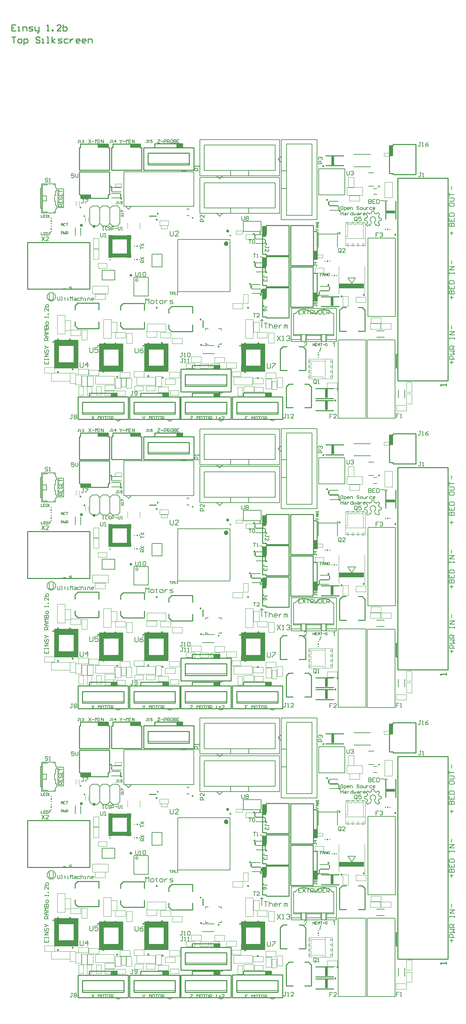
<source format=gto>
G04*
G04 #@! TF.GenerationSoftware,Altium Limited,Altium Designer,19.1.5 (86)*
G04*
G04 Layer_Color=65535*
%FSLAX24Y24*%
%MOIN*%
G70*
G01*
G75*
%ADD10C,0.0070*%
%ADD12C,0.0100*%
%ADD14C,0.0080*%
%ADD77C,0.0060*%
%ADD130C,0.0300*%
%ADD160C,0.0098*%
%ADD161C,0.0236*%
%ADD162C,0.0039*%
%ADD163C,0.0050*%
%ADD164C,0.0250*%
%ADD165C,0.0200*%
%ADD166C,0.0197*%
%ADD167C,0.0004*%
%ADD168C,0.0020*%
%ADD169C,0.0020*%
%ADD170C,0.0079*%
%ADD171C,0.0040*%
%ADD172R,0.0295X0.0879*%
%ADD173R,0.2450X0.0492*%
%ADD174R,0.0059X0.0120*%
%ADD175R,0.0060X0.0120*%
%ADD176R,0.0119X0.0120*%
%ADD177R,0.0492X0.2815*%
%ADD178R,0.2421X0.0594*%
%ADD179R,0.0496X0.2819*%
%ADD180R,0.2256X0.0429*%
%ADD181R,0.0433X0.2252*%
%ADD182R,0.2256X0.0441*%
%ADD183R,0.0437X0.2252*%
%ADD184R,0.0120X0.0119*%
%ADD185R,0.0120X0.0060*%
%ADD186R,0.0120X0.0059*%
%ADD187R,0.0879X0.0295*%
G36*
X10124Y56318D02*
X9094D01*
Y56693D01*
X10124D01*
Y56318D01*
D02*
G37*
G36*
X6914D02*
X5884D01*
Y56693D01*
X6914D01*
Y56318D01*
D02*
G37*
G36*
X35292Y55475D02*
X34917D01*
Y56505D01*
X35292D01*
Y55475D01*
D02*
G37*
G36*
X5195Y51283D02*
X4164D01*
Y51658D01*
X5195D01*
Y51283D01*
D02*
G37*
G36*
X22646Y47431D02*
X22271D01*
Y48462D01*
X22646D01*
Y47431D01*
D02*
G37*
G36*
X27707Y45205D02*
X27332D01*
Y45891D01*
X27707D01*
Y45205D01*
D02*
G37*
G36*
X22646Y44321D02*
X22271D01*
Y45351D01*
X22646D01*
Y44321D01*
D02*
G37*
G36*
Y41211D02*
X22271D01*
Y42241D01*
X22646D01*
Y41211D01*
D02*
G37*
G36*
X27697Y41065D02*
X27322D01*
Y41751D01*
X27697D01*
Y41065D01*
D02*
G37*
G36*
X29469Y36460D02*
X29409D01*
Y36847D01*
X29408Y36847D01*
X29407Y36846D01*
X29406Y36845D01*
X29405Y36844D01*
X29402Y36842D01*
X29400Y36840D01*
X29396Y36837D01*
X29393Y36834D01*
X29389Y36831D01*
X29385Y36828D01*
X29380Y36825D01*
X29375Y36821D01*
X29369Y36817D01*
X29363Y36813D01*
X29351Y36805D01*
X29350Y36805D01*
X29349Y36804D01*
X29347Y36803D01*
X29344Y36802D01*
X29342Y36800D01*
X29338Y36798D01*
X29334Y36796D01*
X29329Y36793D01*
X29319Y36788D01*
X29309Y36783D01*
X29298Y36778D01*
X29287Y36774D01*
Y36833D01*
X29288Y36833D01*
X29289Y36834D01*
X29292Y36835D01*
X29295Y36837D01*
X29300Y36839D01*
X29305Y36842D01*
X29311Y36845D01*
X29317Y36849D01*
X29324Y36853D01*
X29331Y36857D01*
X29346Y36867D01*
X29361Y36879D01*
X29376Y36891D01*
X29376Y36891D01*
X29378Y36892D01*
X29380Y36894D01*
X29382Y36896D01*
X29385Y36900D01*
X29389Y36903D01*
X29393Y36908D01*
X29397Y36912D01*
X29401Y36917D01*
X29406Y36922D01*
X29415Y36933D01*
X29423Y36945D01*
X29427Y36951D01*
X29430Y36957D01*
X29469D01*
Y36460D01*
D02*
G37*
G36*
X26576Y36957D02*
X26581Y36957D01*
X26587Y36956D01*
X26594Y36955D01*
X26602Y36954D01*
X26610Y36952D01*
X26619Y36950D01*
X26628Y36948D01*
X26638Y36944D01*
X26647Y36941D01*
X26656Y36936D01*
X26665Y36931D01*
X26674Y36925D01*
X26682Y36918D01*
X26683Y36917D01*
X26684Y36916D01*
X26686Y36914D01*
X26689Y36910D01*
X26692Y36907D01*
X26695Y36902D01*
X26699Y36897D01*
X26703Y36891D01*
X26707Y36884D01*
X26711Y36876D01*
X26714Y36868D01*
X26718Y36860D01*
X26720Y36850D01*
X26722Y36841D01*
X26724Y36830D01*
X26724Y36820D01*
Y36819D01*
Y36818D01*
Y36817D01*
Y36814D01*
X26724Y36812D01*
X26723Y36809D01*
X26723Y36805D01*
X26723Y36801D01*
X26721Y36792D01*
X26719Y36782D01*
X26716Y36772D01*
X26712Y36761D01*
Y36761D01*
X26711Y36760D01*
X26710Y36758D01*
X26709Y36756D01*
X26708Y36754D01*
X26707Y36750D01*
X26705Y36747D01*
X26702Y36743D01*
X26700Y36739D01*
X26697Y36734D01*
X26690Y36724D01*
X26686Y36718D01*
X26681Y36712D01*
X26676Y36707D01*
X26671Y36701D01*
X26671Y36700D01*
X26670Y36699D01*
X26669Y36697D01*
X26666Y36695D01*
X26663Y36692D01*
X26659Y36688D01*
X26655Y36683D01*
X26649Y36678D01*
X26643Y36672D01*
X26636Y36666D01*
X26628Y36658D01*
X26620Y36651D01*
X26611Y36642D01*
X26601Y36633D01*
X26589Y36624D01*
X26578Y36614D01*
X26577Y36613D01*
X26575Y36612D01*
X26573Y36609D01*
X26569Y36606D01*
X26564Y36603D01*
X26560Y36598D01*
X26554Y36594D01*
X26549Y36589D01*
X26536Y36578D01*
X26531Y36573D01*
X26525Y36568D01*
X26520Y36563D01*
X26515Y36559D01*
X26511Y36555D01*
X26507Y36551D01*
X26507Y36550D01*
X26505Y36548D01*
X26502Y36545D01*
X26499Y36541D01*
X26495Y36536D01*
X26490Y36531D01*
X26486Y36525D01*
X26482Y36518D01*
X26725D01*
Y36460D01*
X26398D01*
Y36460D01*
Y36461D01*
Y36462D01*
Y36464D01*
Y36466D01*
X26398Y36468D01*
X26398Y36474D01*
X26399Y36480D01*
X26400Y36487D01*
X26402Y36494D01*
X26404Y36502D01*
Y36502D01*
X26405Y36503D01*
X26406Y36505D01*
X26407Y36508D01*
X26408Y36511D01*
X26410Y36514D01*
X26412Y36518D01*
X26414Y36523D01*
X26417Y36528D01*
X26420Y36533D01*
X26427Y36544D01*
X26435Y36556D01*
X26444Y36568D01*
X26445Y36568D01*
X26446Y36569D01*
X26447Y36571D01*
X26449Y36574D01*
X26452Y36577D01*
X26456Y36580D01*
X26460Y36585D01*
X26465Y36589D01*
X26470Y36595D01*
X26476Y36600D01*
X26482Y36607D01*
X26490Y36613D01*
X26497Y36620D01*
X26506Y36627D01*
X26515Y36635D01*
X26524Y36643D01*
X26524Y36643D01*
X26525Y36643D01*
X26526Y36644D01*
X26528Y36646D01*
X26529Y36647D01*
X26531Y36649D01*
X26537Y36654D01*
X26544Y36659D01*
X26551Y36666D01*
X26559Y36673D01*
X26568Y36681D01*
X26577Y36689D01*
X26586Y36698D01*
X26595Y36706D01*
X26604Y36715D01*
X26612Y36724D01*
X26620Y36732D01*
X26627Y36740D01*
X26633Y36748D01*
X26633Y36748D01*
X26634Y36750D01*
X26635Y36752D01*
X26637Y36754D01*
X26640Y36758D01*
X26642Y36762D01*
X26645Y36767D01*
X26647Y36772D01*
X26650Y36777D01*
X26652Y36783D01*
X26657Y36795D01*
X26659Y36802D01*
X26660Y36808D01*
X26661Y36814D01*
X26661Y36821D01*
Y36821D01*
Y36823D01*
Y36825D01*
X26661Y36827D01*
X26661Y36830D01*
X26660Y36834D01*
X26659Y36838D01*
X26658Y36842D01*
X26657Y36847D01*
X26655Y36852D01*
X26653Y36857D01*
X26650Y36862D01*
X26647Y36867D01*
X26644Y36872D01*
X26640Y36877D01*
X26635Y36882D01*
X26635Y36882D01*
X26634Y36883D01*
X26633Y36884D01*
X26631Y36886D01*
X26628Y36888D01*
X26625Y36890D01*
X26621Y36892D01*
X26617Y36894D01*
X26613Y36897D01*
X26608Y36899D01*
X26602Y36901D01*
X26596Y36903D01*
X26590Y36905D01*
X26583Y36906D01*
X26576Y36907D01*
X26568Y36907D01*
X26564D01*
X26561Y36907D01*
X26557Y36906D01*
X26553Y36905D01*
X26548Y36905D01*
X26543Y36904D01*
X26538Y36902D01*
X26532Y36900D01*
X26526Y36898D01*
X26520Y36896D01*
X26514Y36893D01*
X26509Y36889D01*
X26503Y36885D01*
X26498Y36880D01*
X26497Y36880D01*
X26497Y36879D01*
X26495Y36878D01*
X26494Y36876D01*
X26492Y36873D01*
X26490Y36870D01*
X26487Y36866D01*
X26485Y36861D01*
X26482Y36857D01*
X26480Y36851D01*
X26478Y36845D01*
X26476Y36839D01*
X26474Y36832D01*
X26473Y36824D01*
X26472Y36816D01*
X26472Y36808D01*
X26409Y36814D01*
Y36814D01*
Y36815D01*
X26409Y36816D01*
Y36817D01*
X26410Y36821D01*
X26411Y36826D01*
X26412Y36831D01*
X26413Y36838D01*
X26415Y36846D01*
X26417Y36854D01*
X26420Y36862D01*
X26423Y36871D01*
X26427Y36880D01*
X26432Y36889D01*
X26437Y36897D01*
X26443Y36905D01*
X26449Y36913D01*
X26457Y36920D01*
X26457Y36921D01*
X26459Y36922D01*
X26461Y36924D01*
X26465Y36926D01*
X26469Y36929D01*
X26474Y36932D01*
X26480Y36936D01*
X26487Y36939D01*
X26495Y36942D01*
X26503Y36946D01*
X26512Y36949D01*
X26522Y36952D01*
X26533Y36954D01*
X26544Y36956D01*
X26557Y36957D01*
X26569Y36957D01*
X26573D01*
X26576Y36957D01*
D02*
G37*
G36*
X10124Y27538D02*
X9094D01*
Y27913D01*
X10124D01*
Y27538D01*
D02*
G37*
G36*
X6914D02*
X5884D01*
Y27913D01*
X6914D01*
Y27538D01*
D02*
G37*
G36*
X35292Y26695D02*
X34917D01*
Y27726D01*
X35292D01*
Y26695D01*
D02*
G37*
G36*
X5195Y22503D02*
X4164D01*
Y22878D01*
X5195D01*
Y22503D01*
D02*
G37*
G36*
X22646Y18652D02*
X22271D01*
Y19682D01*
X22646D01*
Y18652D01*
D02*
G37*
G36*
X27707Y16426D02*
X27332D01*
Y17112D01*
X27707D01*
Y16426D01*
D02*
G37*
G36*
X22646Y15541D02*
X22271D01*
Y16572D01*
X22646D01*
Y15541D01*
D02*
G37*
G36*
Y12431D02*
X22271D01*
Y13462D01*
X22646D01*
Y12431D01*
D02*
G37*
G36*
X27697Y12286D02*
X27322D01*
Y12972D01*
X27697D01*
Y12286D01*
D02*
G37*
G36*
X29469Y7681D02*
X29409D01*
Y8068D01*
X29408Y8068D01*
X29407Y8067D01*
X29406Y8066D01*
X29405Y8064D01*
X29402Y8063D01*
X29400Y8060D01*
X29396Y8058D01*
X29393Y8055D01*
X29389Y8052D01*
X29385Y8048D01*
X29380Y8045D01*
X29375Y8041D01*
X29369Y8037D01*
X29363Y8034D01*
X29351Y8026D01*
X29350Y8025D01*
X29349Y8025D01*
X29347Y8024D01*
X29344Y8022D01*
X29342Y8021D01*
X29338Y8019D01*
X29334Y8016D01*
X29329Y8014D01*
X29319Y8009D01*
X29309Y8004D01*
X29298Y7999D01*
X29287Y7995D01*
Y8053D01*
X29288Y8054D01*
X29289Y8054D01*
X29292Y8056D01*
X29295Y8058D01*
X29300Y8060D01*
X29305Y8063D01*
X29311Y8066D01*
X29317Y8069D01*
X29324Y8074D01*
X29331Y8078D01*
X29346Y8088D01*
X29361Y8099D01*
X29376Y8111D01*
X29376Y8112D01*
X29378Y8113D01*
X29380Y8114D01*
X29382Y8117D01*
X29385Y8120D01*
X29389Y8124D01*
X29393Y8128D01*
X29397Y8132D01*
X29401Y8137D01*
X29406Y8143D01*
X29415Y8154D01*
X29423Y8166D01*
X29427Y8172D01*
X29430Y8178D01*
X29469D01*
Y7681D01*
D02*
G37*
G36*
X26576Y8177D02*
X26581Y8177D01*
X26587Y8177D01*
X26594Y8176D01*
X26602Y8175D01*
X26610Y8173D01*
X26619Y8171D01*
X26628Y8168D01*
X26638Y8165D01*
X26647Y8161D01*
X26656Y8156D01*
X26665Y8151D01*
X26674Y8145D01*
X26682Y8138D01*
X26683Y8138D01*
X26684Y8136D01*
X26686Y8134D01*
X26689Y8131D01*
X26692Y8127D01*
X26695Y8123D01*
X26699Y8117D01*
X26703Y8111D01*
X26707Y8104D01*
X26711Y8097D01*
X26714Y8089D01*
X26718Y8080D01*
X26720Y8071D01*
X26722Y8061D01*
X26724Y8051D01*
X26724Y8040D01*
Y8040D01*
Y8039D01*
Y8037D01*
Y8035D01*
X26724Y8032D01*
X26723Y8029D01*
X26723Y8026D01*
X26723Y8022D01*
X26721Y8013D01*
X26719Y8003D01*
X26716Y7992D01*
X26712Y7982D01*
Y7981D01*
X26711Y7980D01*
X26710Y7979D01*
X26709Y7977D01*
X26708Y7974D01*
X26707Y7971D01*
X26705Y7967D01*
X26702Y7963D01*
X26700Y7959D01*
X26697Y7954D01*
X26690Y7944D01*
X26686Y7939D01*
X26681Y7933D01*
X26676Y7927D01*
X26671Y7921D01*
X26671Y7921D01*
X26670Y7920D01*
X26669Y7918D01*
X26666Y7915D01*
X26663Y7912D01*
X26659Y7908D01*
X26655Y7904D01*
X26649Y7898D01*
X26643Y7892D01*
X26636Y7886D01*
X26628Y7879D01*
X26620Y7871D01*
X26611Y7863D01*
X26601Y7854D01*
X26589Y7844D01*
X26578Y7834D01*
X26577Y7834D01*
X26575Y7832D01*
X26573Y7830D01*
X26569Y7827D01*
X26564Y7823D01*
X26560Y7819D01*
X26554Y7814D01*
X26549Y7809D01*
X26536Y7799D01*
X26531Y7793D01*
X26525Y7788D01*
X26520Y7783D01*
X26515Y7779D01*
X26511Y7775D01*
X26507Y7771D01*
X26507Y7771D01*
X26505Y7769D01*
X26502Y7765D01*
X26499Y7761D01*
X26495Y7756D01*
X26490Y7751D01*
X26486Y7745D01*
X26482Y7739D01*
X26725D01*
Y7681D01*
X26398D01*
Y7681D01*
Y7682D01*
Y7683D01*
Y7684D01*
Y7686D01*
X26398Y7688D01*
X26398Y7694D01*
X26399Y7700D01*
X26400Y7707D01*
X26402Y7715D01*
X26404Y7722D01*
Y7723D01*
X26405Y7724D01*
X26406Y7726D01*
X26407Y7728D01*
X26408Y7731D01*
X26410Y7735D01*
X26412Y7739D01*
X26414Y7743D01*
X26417Y7748D01*
X26420Y7753D01*
X26427Y7764D01*
X26435Y7776D01*
X26444Y7788D01*
X26445Y7789D01*
X26446Y7790D01*
X26447Y7792D01*
X26449Y7794D01*
X26452Y7797D01*
X26456Y7801D01*
X26460Y7805D01*
X26465Y7810D01*
X26470Y7815D01*
X26476Y7821D01*
X26482Y7827D01*
X26490Y7834D01*
X26497Y7841D01*
X26506Y7848D01*
X26515Y7855D01*
X26524Y7863D01*
X26524Y7863D01*
X26525Y7864D01*
X26526Y7865D01*
X26528Y7866D01*
X26529Y7868D01*
X26531Y7870D01*
X26537Y7874D01*
X26544Y7880D01*
X26551Y7886D01*
X26559Y7894D01*
X26568Y7901D01*
X26577Y7910D01*
X26586Y7918D01*
X26595Y7927D01*
X26604Y7936D01*
X26612Y7944D01*
X26620Y7953D01*
X26627Y7961D01*
X26633Y7968D01*
X26633Y7969D01*
X26634Y7970D01*
X26635Y7972D01*
X26637Y7975D01*
X26640Y7978D01*
X26642Y7982D01*
X26645Y7987D01*
X26647Y7992D01*
X26650Y7997D01*
X26652Y8003D01*
X26657Y8016D01*
X26659Y8022D01*
X26660Y8029D01*
X26661Y8035D01*
X26661Y8041D01*
Y8042D01*
Y8043D01*
Y8045D01*
X26661Y8048D01*
X26661Y8051D01*
X26660Y8054D01*
X26659Y8058D01*
X26658Y8063D01*
X26657Y8067D01*
X26655Y8072D01*
X26653Y8077D01*
X26650Y8082D01*
X26647Y8088D01*
X26644Y8093D01*
X26640Y8098D01*
X26635Y8102D01*
X26635Y8103D01*
X26634Y8103D01*
X26633Y8104D01*
X26631Y8106D01*
X26628Y8108D01*
X26625Y8110D01*
X26621Y8113D01*
X26617Y8115D01*
X26613Y8117D01*
X26608Y8119D01*
X26602Y8122D01*
X26596Y8123D01*
X26590Y8125D01*
X26583Y8126D01*
X26576Y8127D01*
X26568Y8127D01*
X26564D01*
X26561Y8127D01*
X26557Y8127D01*
X26553Y8126D01*
X26548Y8125D01*
X26543Y8124D01*
X26538Y8123D01*
X26532Y8121D01*
X26526Y8119D01*
X26520Y8116D01*
X26514Y8113D01*
X26509Y8109D01*
X26503Y8105D01*
X26498Y8101D01*
X26497Y8100D01*
X26497Y8100D01*
X26495Y8098D01*
X26494Y8096D01*
X26492Y8093D01*
X26490Y8090D01*
X26487Y8086D01*
X26485Y8082D01*
X26482Y8077D01*
X26480Y8071D01*
X26478Y8066D01*
X26476Y8059D01*
X26474Y8052D01*
X26473Y8045D01*
X26472Y8037D01*
X26472Y8028D01*
X26409Y8035D01*
Y8035D01*
Y8035D01*
X26409Y8036D01*
Y8038D01*
X26410Y8041D01*
X26411Y8046D01*
X26412Y8052D01*
X26413Y8059D01*
X26415Y8066D01*
X26417Y8074D01*
X26420Y8083D01*
X26423Y8091D01*
X26427Y8100D01*
X26432Y8109D01*
X26437Y8118D01*
X26443Y8126D01*
X26449Y8134D01*
X26457Y8141D01*
X26457Y8141D01*
X26459Y8142D01*
X26461Y8145D01*
X26465Y8147D01*
X26469Y8150D01*
X26474Y8153D01*
X26480Y8156D01*
X26487Y8160D01*
X26495Y8163D01*
X26503Y8166D01*
X26512Y8169D01*
X26522Y8172D01*
X26533Y8175D01*
X26544Y8176D01*
X26557Y8177D01*
X26569Y8178D01*
X26573D01*
X26576Y8177D01*
D02*
G37*
G36*
X10124Y-1241D02*
X9094D01*
Y-866D01*
X10124D01*
Y-1241D01*
D02*
G37*
G36*
X6914D02*
X5884D01*
Y-866D01*
X6914D01*
Y-1241D01*
D02*
G37*
G36*
X35292Y-2084D02*
X34917D01*
Y-1054D01*
X35292D01*
Y-2084D01*
D02*
G37*
G36*
X5195Y-6276D02*
X4164D01*
Y-5901D01*
X5195D01*
Y-6276D01*
D02*
G37*
G36*
X22646Y-10128D02*
X22271D01*
Y-9097D01*
X22646D01*
Y-10128D01*
D02*
G37*
G36*
X27707Y-12354D02*
X27332D01*
Y-11668D01*
X27707D01*
Y-12354D01*
D02*
G37*
G36*
X22646Y-13238D02*
X22271D01*
Y-12208D01*
X22646D01*
Y-13238D01*
D02*
G37*
G36*
Y-16348D02*
X22271D01*
Y-15318D01*
X22646D01*
Y-16348D01*
D02*
G37*
G36*
X27697Y-16494D02*
X27322D01*
Y-15808D01*
X27697D01*
Y-16494D01*
D02*
G37*
G36*
X29469Y-21099D02*
X29409D01*
Y-20712D01*
X29408Y-20712D01*
X29407Y-20713D01*
X29406Y-20714D01*
X29405Y-20715D01*
X29402Y-20717D01*
X29400Y-20719D01*
X29396Y-20722D01*
X29393Y-20725D01*
X29389Y-20728D01*
X29385Y-20731D01*
X29380Y-20735D01*
X29375Y-20738D01*
X29369Y-20742D01*
X29363Y-20746D01*
X29351Y-20754D01*
X29350Y-20754D01*
X29349Y-20755D01*
X29347Y-20756D01*
X29344Y-20757D01*
X29342Y-20759D01*
X29338Y-20761D01*
X29334Y-20763D01*
X29329Y-20766D01*
X29319Y-20771D01*
X29309Y-20776D01*
X29298Y-20781D01*
X29287Y-20785D01*
Y-20726D01*
X29288Y-20726D01*
X29289Y-20725D01*
X29292Y-20724D01*
X29295Y-20722D01*
X29300Y-20720D01*
X29305Y-20717D01*
X29311Y-20714D01*
X29317Y-20710D01*
X29324Y-20706D01*
X29331Y-20702D01*
X29346Y-20692D01*
X29361Y-20680D01*
X29376Y-20668D01*
X29376Y-20668D01*
X29378Y-20667D01*
X29380Y-20665D01*
X29382Y-20663D01*
X29385Y-20659D01*
X29389Y-20656D01*
X29393Y-20651D01*
X29397Y-20647D01*
X29401Y-20642D01*
X29406Y-20637D01*
X29415Y-20626D01*
X29423Y-20614D01*
X29427Y-20608D01*
X29430Y-20602D01*
X29469D01*
Y-21099D01*
D02*
G37*
G36*
X26576Y-20602D02*
X26581Y-20602D01*
X26587Y-20603D01*
X26594Y-20604D01*
X26602Y-20605D01*
X26610Y-20607D01*
X26619Y-20609D01*
X26628Y-20611D01*
X26638Y-20615D01*
X26647Y-20619D01*
X26656Y-20623D01*
X26665Y-20628D01*
X26674Y-20634D01*
X26682Y-20641D01*
X26683Y-20642D01*
X26684Y-20643D01*
X26686Y-20645D01*
X26689Y-20649D01*
X26692Y-20652D01*
X26695Y-20657D01*
X26699Y-20662D01*
X26703Y-20668D01*
X26707Y-20675D01*
X26711Y-20683D01*
X26714Y-20691D01*
X26718Y-20699D01*
X26720Y-20709D01*
X26722Y-20718D01*
X26724Y-20729D01*
X26724Y-20740D01*
Y-20740D01*
Y-20741D01*
Y-20742D01*
Y-20745D01*
X26724Y-20747D01*
X26723Y-20750D01*
X26723Y-20754D01*
X26723Y-20758D01*
X26721Y-20767D01*
X26719Y-20777D01*
X26716Y-20787D01*
X26712Y-20798D01*
Y-20798D01*
X26711Y-20799D01*
X26710Y-20801D01*
X26709Y-20803D01*
X26708Y-20805D01*
X26707Y-20809D01*
X26705Y-20812D01*
X26702Y-20816D01*
X26700Y-20820D01*
X26697Y-20825D01*
X26690Y-20835D01*
X26686Y-20841D01*
X26681Y-20847D01*
X26676Y-20852D01*
X26671Y-20858D01*
X26671Y-20859D01*
X26670Y-20860D01*
X26669Y-20862D01*
X26666Y-20864D01*
X26663Y-20867D01*
X26659Y-20871D01*
X26655Y-20876D01*
X26649Y-20881D01*
X26643Y-20887D01*
X26636Y-20893D01*
X26628Y-20901D01*
X26620Y-20909D01*
X26611Y-20917D01*
X26601Y-20926D01*
X26589Y-20935D01*
X26578Y-20945D01*
X26577Y-20946D01*
X26575Y-20948D01*
X26573Y-20950D01*
X26569Y-20953D01*
X26564Y-20956D01*
X26560Y-20961D01*
X26554Y-20965D01*
X26549Y-20970D01*
X26536Y-20981D01*
X26531Y-20986D01*
X26525Y-20991D01*
X26520Y-20996D01*
X26515Y-21001D01*
X26511Y-21004D01*
X26507Y-21008D01*
X26507Y-21009D01*
X26505Y-21011D01*
X26502Y-21014D01*
X26499Y-21018D01*
X26495Y-21023D01*
X26490Y-21028D01*
X26486Y-21035D01*
X26482Y-21041D01*
X26725D01*
Y-21099D01*
X26398D01*
Y-21099D01*
Y-21098D01*
Y-21097D01*
Y-21095D01*
Y-21093D01*
X26398Y-21091D01*
X26398Y-21085D01*
X26399Y-21079D01*
X26400Y-21072D01*
X26402Y-21065D01*
X26404Y-21057D01*
Y-21057D01*
X26405Y-21056D01*
X26406Y-21054D01*
X26407Y-21051D01*
X26408Y-21048D01*
X26410Y-21045D01*
X26412Y-21041D01*
X26414Y-21036D01*
X26417Y-21031D01*
X26420Y-21026D01*
X26427Y-21015D01*
X26435Y-21003D01*
X26444Y-20991D01*
X26445Y-20991D01*
X26446Y-20990D01*
X26447Y-20988D01*
X26449Y-20985D01*
X26452Y-20982D01*
X26456Y-20979D01*
X26460Y-20974D01*
X26465Y-20970D01*
X26470Y-20964D01*
X26476Y-20959D01*
X26482Y-20953D01*
X26490Y-20946D01*
X26497Y-20939D01*
X26506Y-20932D01*
X26515Y-20924D01*
X26524Y-20916D01*
X26524Y-20916D01*
X26525Y-20916D01*
X26526Y-20915D01*
X26528Y-20914D01*
X26529Y-20912D01*
X26531Y-20910D01*
X26537Y-20905D01*
X26544Y-20900D01*
X26551Y-20893D01*
X26559Y-20886D01*
X26568Y-20878D01*
X26577Y-20870D01*
X26586Y-20861D01*
X26595Y-20853D01*
X26604Y-20844D01*
X26612Y-20835D01*
X26620Y-20827D01*
X26627Y-20819D01*
X26633Y-20811D01*
X26633Y-20811D01*
X26634Y-20809D01*
X26635Y-20807D01*
X26637Y-20805D01*
X26640Y-20801D01*
X26642Y-20797D01*
X26645Y-20793D01*
X26647Y-20788D01*
X26650Y-20782D01*
X26652Y-20776D01*
X26657Y-20764D01*
X26659Y-20757D01*
X26660Y-20751D01*
X26661Y-20745D01*
X26661Y-20738D01*
Y-20738D01*
Y-20736D01*
Y-20735D01*
X26661Y-20732D01*
X26661Y-20729D01*
X26660Y-20725D01*
X26659Y-20721D01*
X26658Y-20717D01*
X26657Y-20712D01*
X26655Y-20707D01*
X26653Y-20702D01*
X26650Y-20697D01*
X26647Y-20692D01*
X26644Y-20687D01*
X26640Y-20682D01*
X26635Y-20677D01*
X26635Y-20677D01*
X26634Y-20676D01*
X26633Y-20675D01*
X26631Y-20673D01*
X26628Y-20672D01*
X26625Y-20669D01*
X26621Y-20667D01*
X26617Y-20665D01*
X26613Y-20662D01*
X26608Y-20660D01*
X26602Y-20658D01*
X26596Y-20656D01*
X26590Y-20654D01*
X26583Y-20653D01*
X26576Y-20653D01*
X26568Y-20652D01*
X26564D01*
X26561Y-20653D01*
X26557Y-20653D01*
X26553Y-20654D01*
X26548Y-20654D01*
X26543Y-20655D01*
X26538Y-20657D01*
X26532Y-20659D01*
X26526Y-20661D01*
X26520Y-20663D01*
X26514Y-20667D01*
X26509Y-20670D01*
X26503Y-20674D01*
X26498Y-20679D01*
X26497Y-20679D01*
X26497Y-20680D01*
X26495Y-20682D01*
X26494Y-20683D01*
X26492Y-20686D01*
X26490Y-20689D01*
X26487Y-20693D01*
X26485Y-20698D01*
X26482Y-20702D01*
X26480Y-20708D01*
X26478Y-20714D01*
X26476Y-20720D01*
X26474Y-20727D01*
X26473Y-20735D01*
X26472Y-20743D01*
X26472Y-20751D01*
X26409Y-20745D01*
Y-20745D01*
Y-20744D01*
X26409Y-20743D01*
Y-20742D01*
X26410Y-20738D01*
X26411Y-20733D01*
X26412Y-20728D01*
X26413Y-20721D01*
X26415Y-20713D01*
X26417Y-20706D01*
X26420Y-20697D01*
X26423Y-20688D01*
X26427Y-20679D01*
X26432Y-20670D01*
X26437Y-20662D01*
X26443Y-20654D01*
X26449Y-20646D01*
X26457Y-20639D01*
X26457Y-20638D01*
X26459Y-20637D01*
X26461Y-20635D01*
X26465Y-20633D01*
X26469Y-20630D01*
X26474Y-20627D01*
X26480Y-20624D01*
X26487Y-20620D01*
X26495Y-20617D01*
X26503Y-20614D01*
X26512Y-20610D01*
X26522Y-20607D01*
X26533Y-20605D01*
X26544Y-20603D01*
X26557Y-20602D01*
X26569Y-20602D01*
X26573D01*
X26576Y-20602D01*
D02*
G37*
G54D10*
X27888Y-3340D02*
X30486D01*
Y-5938D02*
Y-3340D01*
X27888Y-5938D02*
X30486D01*
X27888D02*
Y-3340D01*
X1877Y-16093D02*
Y-16393D01*
X1937Y-16453D01*
X2057D01*
X2117Y-16393D01*
Y-16093D01*
X2237Y-16453D02*
X2357D01*
X2297D01*
Y-16093D01*
X2237D01*
X2596Y-16153D02*
Y-16213D01*
X2536D01*
X2656D01*
X2596D01*
Y-16393D01*
X2656Y-16453D01*
X2836D02*
X2956D01*
X2896D01*
Y-16213D01*
X2836D01*
X3136Y-16453D02*
Y-16093D01*
X3256Y-16213D01*
X3376Y-16093D01*
Y-16453D01*
X3556Y-16213D02*
X3676D01*
X3736Y-16273D01*
Y-16453D01*
X3556D01*
X3496Y-16393D01*
X3556Y-16333D01*
X3736D01*
X4096Y-16213D02*
X3916D01*
X3856Y-16273D01*
Y-16393D01*
X3916Y-16453D01*
X4096D01*
X4216Y-16093D02*
Y-16453D01*
Y-16273D01*
X4276Y-16213D01*
X4396D01*
X4456Y-16273D01*
Y-16453D01*
X4576D02*
X4696D01*
X4636D01*
Y-16213D01*
X4576D01*
X4876Y-16453D02*
Y-16213D01*
X5056D01*
X5116Y-16273D01*
Y-16453D01*
X5416D02*
X5296D01*
X5236Y-16393D01*
Y-16273D01*
X5296Y-16213D01*
X5416D01*
X5476Y-16273D01*
Y-16333D01*
X5236D01*
X32847Y-6409D02*
Y-6809D01*
X33047D01*
X33113Y-6742D01*
Y-6676D01*
X33047Y-6609D01*
X32847D01*
X33047D01*
X33113Y-6542D01*
Y-6476D01*
X33047Y-6409D01*
X32847D01*
X33513D02*
X33247D01*
Y-6809D01*
X33513D01*
X33247Y-6609D02*
X33380D01*
X33647Y-6409D02*
Y-6809D01*
X33847D01*
X33913Y-6742D01*
Y-6476D01*
X33847Y-6409D01*
X33647D01*
X3526Y-3837D02*
X3259D01*
Y-4037D01*
X3393Y-3970D01*
X3459D01*
X3526Y-4037D01*
Y-4170D01*
X3459Y-4236D01*
X3326D01*
X3259Y-4170D01*
X3659Y-3837D02*
Y-4103D01*
X3793Y-4236D01*
X3926Y-4103D01*
Y-3837D01*
X26133Y-17409D02*
X25867D01*
Y-17809D01*
X26133D01*
X25867Y-17609D02*
X26000D01*
X26267Y-17409D02*
X26533Y-17809D01*
Y-17409D02*
X26267Y-17809D01*
X26667Y-17409D02*
X26933D01*
X26800D01*
Y-17809D01*
X27066D02*
Y-17409D01*
X27266D01*
X27333Y-17476D01*
Y-17609D01*
X27266Y-17676D01*
X27066D01*
X27200D02*
X27333Y-17809D01*
X27466Y-17409D02*
Y-17742D01*
X27533Y-17809D01*
X27666D01*
X27733Y-17742D01*
Y-17409D01*
X27866D02*
Y-17809D01*
X28066D01*
X28133Y-17742D01*
Y-17476D01*
X28066Y-17409D01*
X27866D01*
X28533D02*
X28266D01*
Y-17809D01*
X28533D01*
X28266Y-17609D02*
X28399D01*
X28666Y-17809D02*
Y-17409D01*
X28866D01*
X28933Y-17476D01*
Y-17609D01*
X28866Y-17676D01*
X28666D01*
X28799D02*
X28933Y-17809D01*
X30677Y-3579D02*
Y-3912D01*
X30743Y-3979D01*
X30877D01*
X30943Y-3912D01*
Y-3579D01*
X31077Y-3646D02*
X31143Y-3579D01*
X31277D01*
X31343Y-3646D01*
Y-3712D01*
X31277Y-3779D01*
X31210D01*
X31277D01*
X31343Y-3846D01*
Y-3912D01*
X31277Y-3979D01*
X31143D01*
X31077Y-3912D01*
X38063Y-3759D02*
X37930D01*
X37997D01*
Y-4092D01*
X37930Y-4159D01*
X37863D01*
X37797Y-4092D01*
X38197Y-4159D02*
X38330D01*
X38263D01*
Y-3759D01*
X38197Y-3826D01*
X6159Y-9747D02*
Y-10080D01*
X6226Y-10146D01*
X6359D01*
X6426Y-10080D01*
Y-9747D01*
X6559Y-10146D02*
X6693D01*
X6626D01*
Y-9747D01*
X6559Y-9813D01*
X24636Y-27767D02*
X24503D01*
X24569D01*
Y-28100D01*
X24503Y-28166D01*
X24436D01*
X24369Y-28100D01*
X24769Y-28166D02*
X24903D01*
X24836D01*
Y-27767D01*
X24769Y-27833D01*
X25369Y-28166D02*
X25102D01*
X25369Y-27900D01*
Y-27833D01*
X25302Y-27767D01*
X25169D01*
X25102Y-27833D01*
X14387Y-22246D02*
X14254D01*
X14321D01*
Y-22579D01*
X14254Y-22646D01*
X14187D01*
X14121Y-22579D01*
X14521Y-22646D02*
X14654D01*
X14587D01*
Y-22246D01*
X14521Y-22313D01*
X14854Y-22646D02*
X14987D01*
X14921D01*
Y-22246D01*
X14854Y-22313D01*
X14336Y-21699D02*
X14203D01*
X14270D01*
Y-22032D01*
X14203Y-22099D01*
X14136D01*
X14070Y-22032D01*
X14469Y-22099D02*
X14603D01*
X14536D01*
Y-21699D01*
X14469Y-21766D01*
X14803D02*
X14869Y-21699D01*
X15003D01*
X15069Y-21766D01*
Y-22032D01*
X15003Y-22099D01*
X14869D01*
X14803Y-22032D01*
Y-21766D01*
X9396Y-25527D02*
X9263D01*
X9329D01*
Y-25860D01*
X9263Y-25926D01*
X9196D01*
X9129Y-25860D01*
X9529D02*
X9596Y-25926D01*
X9729D01*
X9796Y-25860D01*
Y-25593D01*
X9729Y-25527D01*
X9596D01*
X9529Y-25593D01*
Y-25660D01*
X9596Y-25727D01*
X9796D01*
X3386Y-27847D02*
X3253D01*
X3319D01*
Y-28180D01*
X3253Y-28246D01*
X3186D01*
X3119Y-28180D01*
X3519Y-27913D02*
X3586Y-27847D01*
X3719D01*
X3786Y-27913D01*
Y-27980D01*
X3719Y-28047D01*
X3786Y-28113D01*
Y-28180D01*
X3719Y-28246D01*
X3586D01*
X3519Y-28180D01*
Y-28113D01*
X3586Y-28047D01*
X3519Y-27980D01*
Y-27913D01*
X3586Y-28047D02*
X3719D01*
X30103Y-11630D02*
Y-11363D01*
X30037Y-11297D01*
X29903D01*
X29837Y-11363D01*
Y-11630D01*
X29903Y-11696D01*
X30037D01*
X29970Y-11563D02*
X30103Y-11696D01*
X30037D02*
X30103Y-11630D01*
X30503Y-11696D02*
X30237D01*
X30503Y-11430D01*
Y-11363D01*
X30437Y-11297D01*
X30303D01*
X30237Y-11363D01*
X27656Y-24690D02*
Y-24423D01*
X27589Y-24357D01*
X27456D01*
X27389Y-24423D01*
Y-24690D01*
X27456Y-24756D01*
X27589D01*
X27523Y-24623D02*
X27656Y-24756D01*
X27589D02*
X27656Y-24690D01*
X27789Y-24756D02*
X27923D01*
X27856D01*
Y-24357D01*
X27789Y-24423D01*
X893Y-4346D02*
X827Y-4279D01*
X693D01*
X627Y-4346D01*
Y-4412D01*
X693Y-4479D01*
X827D01*
X893Y-4546D01*
Y-4612D01*
X827Y-4679D01*
X693D01*
X627Y-4612D01*
X1027Y-4679D02*
X1160D01*
X1093D01*
Y-4279D01*
X1027Y-4346D01*
X319Y-10117D02*
X586Y-10516D01*
Y-10117D02*
X319Y-10516D01*
X986D02*
X719D01*
X986Y-10250D01*
Y-10183D01*
X919Y-10117D01*
X786D01*
X719Y-10183D01*
X31703Y-8472D02*
Y-8206D01*
X31637Y-8139D01*
X31503D01*
X31437Y-8206D01*
Y-8472D01*
X31503Y-8539D01*
X31637D01*
X31570Y-8406D02*
X31703Y-8539D01*
X31637D02*
X31703Y-8472D01*
X32103Y-8139D02*
X31837D01*
Y-8339D01*
X31970Y-8272D01*
X32037D01*
X32103Y-8339D01*
Y-8472D01*
X32037Y-8539D01*
X31903D01*
X31837Y-8472D01*
X9657Y-13659D02*
Y-13992D01*
X9724Y-14059D01*
X9857D01*
X9923Y-13992D01*
Y-13659D01*
X10057Y-14059D02*
X10190D01*
X10123D01*
Y-13659D01*
X10057Y-13726D01*
X10390D02*
X10457Y-13659D01*
X10590D01*
X10657Y-13726D01*
Y-13992D01*
X10590Y-14059D01*
X10457D01*
X10390Y-13992D01*
Y-13726D01*
X29253Y-27799D02*
X28987D01*
Y-27999D01*
X29120D01*
X28987D01*
Y-28199D01*
X29653D02*
X29387D01*
X29653Y-27932D01*
Y-27866D01*
X29587Y-27799D01*
X29453D01*
X29387Y-27866D01*
X33846Y-9727D02*
X33579D01*
Y-9927D01*
X33713D01*
X33579D01*
Y-10126D01*
X33979Y-9793D02*
X34046Y-9727D01*
X34179D01*
X34246Y-9793D01*
Y-9860D01*
X34179Y-9927D01*
X34113D01*
X34179D01*
X34246Y-9993D01*
Y-10060D01*
X34179Y-10126D01*
X34046D01*
X33979Y-10060D01*
X28257Y-2839D02*
X27857D01*
Y-2639D01*
X27924Y-2572D01*
X28057D01*
X28124Y-2639D01*
Y-2839D01*
X27924Y-2439D02*
X27857Y-2372D01*
Y-2239D01*
X27924Y-2173D01*
X27990D01*
X28057Y-2239D01*
Y-2306D01*
Y-2239D01*
X28124Y-2173D01*
X28190D01*
X28257Y-2239D01*
Y-2372D01*
X28190Y-2439D01*
X15936Y-3548D02*
X15536D01*
Y-3348D01*
X15603Y-3281D01*
X15736D01*
X15802Y-3348D01*
Y-3548D01*
X15936Y-3148D02*
Y-3014D01*
Y-3081D01*
X15536D01*
X15603Y-3148D01*
X16491Y-8626D02*
X16091D01*
Y-8426D01*
X16158Y-8360D01*
X16291D01*
X16358Y-8426D01*
Y-8626D01*
X16491Y-7960D02*
Y-8226D01*
X16224Y-7960D01*
X16158D01*
X16091Y-8026D01*
Y-8160D01*
X16158Y-8226D01*
X20197Y-8079D02*
Y-8412D01*
X20264Y-8479D01*
X20397D01*
X20463Y-8412D01*
Y-8079D01*
X20597Y-8146D02*
X20663Y-8079D01*
X20797D01*
X20863Y-8146D01*
Y-8212D01*
X20797Y-8279D01*
X20863Y-8346D01*
Y-8412D01*
X20797Y-8479D01*
X20663D01*
X20597Y-8412D01*
Y-8346D01*
X20663Y-8279D01*
X20597Y-8212D01*
Y-8146D01*
X20663Y-8279D02*
X20797D01*
X38033Y-719D02*
X37900D01*
X37967D01*
Y-1052D01*
X37900Y-1119D01*
X37833D01*
X37767Y-1052D01*
X38167Y-1119D02*
X38300D01*
X38233D01*
Y-719D01*
X38167Y-786D01*
X38767Y-719D02*
X38633Y-786D01*
X38500Y-919D01*
Y-1052D01*
X38567Y-1119D01*
X38700D01*
X38767Y-1052D01*
Y-986D01*
X38700Y-919D01*
X38500D01*
X35863Y-27759D02*
X35597D01*
Y-27959D01*
X35730D01*
X35597D01*
Y-28159D01*
X35997D02*
X36130D01*
X36063D01*
Y-27759D01*
X35997Y-27826D01*
X27888Y25440D02*
X30486D01*
Y22841D02*
Y25440D01*
X27888Y22841D02*
X30486D01*
X27888D02*
Y25440D01*
X1877Y12686D02*
Y12386D01*
X1937Y12326D01*
X2057D01*
X2117Y12386D01*
Y12686D01*
X2237Y12326D02*
X2357D01*
X2297D01*
Y12686D01*
X2237D01*
X2596Y12626D02*
Y12566D01*
X2536D01*
X2656D01*
X2596D01*
Y12386D01*
X2656Y12326D01*
X2836D02*
X2956D01*
X2896D01*
Y12566D01*
X2836D01*
X3136Y12326D02*
Y12686D01*
X3256Y12566D01*
X3376Y12686D01*
Y12326D01*
X3556Y12566D02*
X3676D01*
X3736Y12506D01*
Y12326D01*
X3556D01*
X3496Y12386D01*
X3556Y12446D01*
X3736D01*
X4096Y12566D02*
X3916D01*
X3856Y12506D01*
Y12386D01*
X3916Y12326D01*
X4096D01*
X4216Y12686D02*
Y12326D01*
Y12506D01*
X4276Y12566D01*
X4396D01*
X4456Y12506D01*
Y12326D01*
X4576D02*
X4696D01*
X4636D01*
Y12566D01*
X4576D01*
X4876Y12326D02*
Y12566D01*
X5056D01*
X5116Y12506D01*
Y12326D01*
X5416D02*
X5296D01*
X5236Y12386D01*
Y12506D01*
X5296Y12566D01*
X5416D01*
X5476Y12506D01*
Y12446D01*
X5236D01*
X32847Y22370D02*
Y21971D01*
X33047D01*
X33113Y22037D01*
Y22104D01*
X33047Y22170D01*
X32847D01*
X33047D01*
X33113Y22237D01*
Y22304D01*
X33047Y22370D01*
X32847D01*
X33513D02*
X33247D01*
Y21971D01*
X33513D01*
X33247Y22170D02*
X33380D01*
X33647Y22370D02*
Y21971D01*
X33847D01*
X33913Y22037D01*
Y22304D01*
X33847Y22370D01*
X33647D01*
X3526Y24943D02*
X3259D01*
Y24743D01*
X3393Y24810D01*
X3459D01*
X3526Y24743D01*
Y24610D01*
X3459Y24543D01*
X3326D01*
X3259Y24610D01*
X3659Y24943D02*
Y24676D01*
X3793Y24543D01*
X3926Y24676D01*
Y24943D01*
X26133Y11370D02*
X25867D01*
Y10971D01*
X26133D01*
X25867Y11170D02*
X26000D01*
X26267Y11370D02*
X26533Y10971D01*
Y11370D02*
X26267Y10971D01*
X26667Y11370D02*
X26933D01*
X26800D01*
Y10971D01*
X27066D02*
Y11370D01*
X27266D01*
X27333Y11304D01*
Y11170D01*
X27266Y11104D01*
X27066D01*
X27200D02*
X27333Y10971D01*
X27466Y11370D02*
Y11037D01*
X27533Y10971D01*
X27666D01*
X27733Y11037D01*
Y11370D01*
X27866D02*
Y10971D01*
X28066D01*
X28133Y11037D01*
Y11304D01*
X28066Y11370D01*
X27866D01*
X28533D02*
X28266D01*
Y10971D01*
X28533D01*
X28266Y11170D02*
X28399D01*
X28666Y10971D02*
Y11370D01*
X28866D01*
X28933Y11304D01*
Y11170D01*
X28866Y11104D01*
X28666D01*
X28799D02*
X28933Y10971D01*
X30677Y25200D02*
Y24867D01*
X30743Y24801D01*
X30877D01*
X30943Y24867D01*
Y25200D01*
X31077Y25134D02*
X31143Y25200D01*
X31277D01*
X31343Y25134D01*
Y25067D01*
X31277Y25000D01*
X31210D01*
X31277D01*
X31343Y24934D01*
Y24867D01*
X31277Y24801D01*
X31143D01*
X31077Y24867D01*
X38063Y25020D02*
X37930D01*
X37997D01*
Y24687D01*
X37930Y24621D01*
X37863D01*
X37797Y24687D01*
X38197Y24621D02*
X38330D01*
X38263D01*
Y25020D01*
X38197Y24954D01*
X6159Y19033D02*
Y18700D01*
X6226Y18633D01*
X6359D01*
X6426Y18700D01*
Y19033D01*
X6559Y18633D02*
X6693D01*
X6626D01*
Y19033D01*
X6559Y18966D01*
X24636Y1013D02*
X24503D01*
X24569D01*
Y680D01*
X24503Y613D01*
X24436D01*
X24369Y680D01*
X24769Y613D02*
X24903D01*
X24836D01*
Y1013D01*
X24769Y946D01*
X25369Y613D02*
X25102D01*
X25369Y880D01*
Y946D01*
X25302Y1013D01*
X25169D01*
X25102Y946D01*
X14387Y6533D02*
X14254D01*
X14321D01*
Y6200D01*
X14254Y6134D01*
X14187D01*
X14121Y6200D01*
X14521Y6134D02*
X14654D01*
X14587D01*
Y6533D01*
X14521Y6467D01*
X14854Y6134D02*
X14987D01*
X14921D01*
Y6533D01*
X14854Y6467D01*
X14336Y7081D02*
X14203D01*
X14270D01*
Y6747D01*
X14203Y6681D01*
X14136D01*
X14070Y6747D01*
X14469Y6681D02*
X14603D01*
X14536D01*
Y7081D01*
X14469Y7014D01*
X14803D02*
X14869Y7081D01*
X15003D01*
X15069Y7014D01*
Y6747D01*
X15003Y6681D01*
X14869D01*
X14803Y6747D01*
Y7014D01*
X9396Y3253D02*
X9263D01*
X9329D01*
Y2920D01*
X9263Y2853D01*
X9196D01*
X9129Y2920D01*
X9529D02*
X9596Y2853D01*
X9729D01*
X9796Y2920D01*
Y3186D01*
X9729Y3253D01*
X9596D01*
X9529Y3186D01*
Y3120D01*
X9596Y3053D01*
X9796D01*
X3386Y933D02*
X3253D01*
X3319D01*
Y600D01*
X3253Y533D01*
X3186D01*
X3119Y600D01*
X3519Y866D02*
X3586Y933D01*
X3719D01*
X3786Y866D01*
Y800D01*
X3719Y733D01*
X3786Y666D01*
Y600D01*
X3719Y533D01*
X3586D01*
X3519Y600D01*
Y666D01*
X3586Y733D01*
X3519Y800D01*
Y866D01*
X3586Y733D02*
X3719D01*
X30103Y17150D02*
Y17416D01*
X30037Y17483D01*
X29903D01*
X29837Y17416D01*
Y17150D01*
X29903Y17083D01*
X30037D01*
X29970Y17216D02*
X30103Y17083D01*
X30037D02*
X30103Y17150D01*
X30503Y17083D02*
X30237D01*
X30503Y17350D01*
Y17416D01*
X30437Y17483D01*
X30303D01*
X30237Y17416D01*
X27656Y4090D02*
Y4356D01*
X27589Y4423D01*
X27456D01*
X27389Y4356D01*
Y4090D01*
X27456Y4023D01*
X27589D01*
X27523Y4156D02*
X27656Y4023D01*
X27589D02*
X27656Y4090D01*
X27789Y4023D02*
X27923D01*
X27856D01*
Y4423D01*
X27789Y4356D01*
X893Y24434D02*
X827Y24500D01*
X693D01*
X627Y24434D01*
Y24367D01*
X693Y24300D01*
X827D01*
X893Y24234D01*
Y24167D01*
X827Y24101D01*
X693D01*
X627Y24167D01*
X1027Y24101D02*
X1160D01*
X1093D01*
Y24500D01*
X1027Y24434D01*
X319Y18663D02*
X586Y18263D01*
Y18663D02*
X319Y18263D01*
X986D02*
X719D01*
X986Y18530D01*
Y18596D01*
X919Y18663D01*
X786D01*
X719Y18596D01*
X31703Y20307D02*
Y20574D01*
X31637Y20640D01*
X31503D01*
X31437Y20574D01*
Y20307D01*
X31503Y20241D01*
X31637D01*
X31570Y20374D02*
X31703Y20241D01*
X31637D02*
X31703Y20307D01*
X32103Y20640D02*
X31837D01*
Y20440D01*
X31970Y20507D01*
X32037D01*
X32103Y20440D01*
Y20307D01*
X32037Y20241D01*
X31903D01*
X31837Y20307D01*
X9657Y15120D02*
Y14787D01*
X9724Y14721D01*
X9857D01*
X9923Y14787D01*
Y15120D01*
X10057Y14721D02*
X10190D01*
X10123D01*
Y15120D01*
X10057Y15054D01*
X10390D02*
X10457Y15120D01*
X10590D01*
X10657Y15054D01*
Y14787D01*
X10590Y14721D01*
X10457D01*
X10390Y14787D01*
Y15054D01*
X29253Y980D02*
X28987D01*
Y780D01*
X29120D01*
X28987D01*
Y581D01*
X29653D02*
X29387D01*
X29653Y847D01*
Y914D01*
X29587Y980D01*
X29453D01*
X29387Y914D01*
X33846Y19053D02*
X33579D01*
Y18853D01*
X33713D01*
X33579D01*
Y18653D01*
X33979Y18986D02*
X34046Y19053D01*
X34179D01*
X34246Y18986D01*
Y18920D01*
X34179Y18853D01*
X34113D01*
X34179D01*
X34246Y18786D01*
Y18720D01*
X34179Y18653D01*
X34046D01*
X33979Y18720D01*
X28257Y25941D02*
X27857D01*
Y26140D01*
X27924Y26207D01*
X28057D01*
X28124Y26140D01*
Y25941D01*
X27924Y26340D02*
X27857Y26407D01*
Y26540D01*
X27924Y26607D01*
X27990D01*
X28057Y26540D01*
Y26474D01*
Y26540D01*
X28124Y26607D01*
X28190D01*
X28257Y26540D01*
Y26407D01*
X28190Y26340D01*
X15936Y25232D02*
X15536D01*
Y25432D01*
X15603Y25499D01*
X15736D01*
X15802Y25432D01*
Y25232D01*
X15936Y25632D02*
Y25765D01*
Y25698D01*
X15536D01*
X15603Y25632D01*
X16491Y20153D02*
X16091D01*
Y20353D01*
X16158Y20420D01*
X16291D01*
X16358Y20353D01*
Y20153D01*
X16491Y20820D02*
Y20553D01*
X16224Y20820D01*
X16158D01*
X16091Y20753D01*
Y20620D01*
X16158Y20553D01*
X20197Y20700D02*
Y20367D01*
X20264Y20301D01*
X20397D01*
X20463Y20367D01*
Y20700D01*
X20597Y20634D02*
X20663Y20700D01*
X20797D01*
X20863Y20634D01*
Y20567D01*
X20797Y20500D01*
X20863Y20434D01*
Y20367D01*
X20797Y20301D01*
X20663D01*
X20597Y20367D01*
Y20434D01*
X20663Y20500D01*
X20597Y20567D01*
Y20634D01*
X20663Y20500D02*
X20797D01*
X38033Y28060D02*
X37900D01*
X37967D01*
Y27727D01*
X37900Y27661D01*
X37833D01*
X37767Y27727D01*
X38167Y27661D02*
X38300D01*
X38233D01*
Y28060D01*
X38167Y27994D01*
X38767Y28060D02*
X38633Y27994D01*
X38500Y27860D01*
Y27727D01*
X38567Y27661D01*
X38700D01*
X38767Y27727D01*
Y27794D01*
X38700Y27860D01*
X38500D01*
X35863Y1020D02*
X35597D01*
Y820D01*
X35730D01*
X35597D01*
Y621D01*
X35997D02*
X36130D01*
X36063D01*
Y1020D01*
X35997Y954D01*
X27888Y54219D02*
X30486D01*
Y51621D02*
Y54219D01*
X27888Y51621D02*
X30486D01*
X27888D02*
Y54219D01*
X1877Y41466D02*
Y41166D01*
X1937Y41106D01*
X2057D01*
X2117Y41166D01*
Y41466D01*
X2237Y41106D02*
X2357D01*
X2297D01*
Y41466D01*
X2237D01*
X2596Y41406D02*
Y41346D01*
X2536D01*
X2656D01*
X2596D01*
Y41166D01*
X2656Y41106D01*
X2836D02*
X2956D01*
X2896D01*
Y41346D01*
X2836D01*
X3136Y41106D02*
Y41466D01*
X3256Y41346D01*
X3376Y41466D01*
Y41106D01*
X3556Y41346D02*
X3676D01*
X3736Y41286D01*
Y41106D01*
X3556D01*
X3496Y41166D01*
X3556Y41226D01*
X3736D01*
X4096Y41346D02*
X3916D01*
X3856Y41286D01*
Y41166D01*
X3916Y41106D01*
X4096D01*
X4216Y41466D02*
Y41106D01*
Y41286D01*
X4276Y41346D01*
X4396D01*
X4456Y41286D01*
Y41106D01*
X4576D02*
X4696D01*
X4636D01*
Y41346D01*
X4576D01*
X4876Y41106D02*
Y41346D01*
X5056D01*
X5116Y41286D01*
Y41106D01*
X5416D02*
X5296D01*
X5236Y41166D01*
Y41286D01*
X5296Y41346D01*
X5416D01*
X5476Y41286D01*
Y41226D01*
X5236D01*
X32847Y51150D02*
Y50750D01*
X33047D01*
X33113Y50817D01*
Y50883D01*
X33047Y50950D01*
X32847D01*
X33047D01*
X33113Y51017D01*
Y51083D01*
X33047Y51150D01*
X32847D01*
X33513D02*
X33247D01*
Y50750D01*
X33513D01*
X33247Y50950D02*
X33380D01*
X33647Y51150D02*
Y50750D01*
X33847D01*
X33913Y50817D01*
Y51083D01*
X33847Y51150D01*
X33647D01*
X3526Y53722D02*
X3259D01*
Y53523D01*
X3393Y53589D01*
X3459D01*
X3526Y53523D01*
Y53389D01*
X3459Y53323D01*
X3326D01*
X3259Y53389D01*
X3659Y53722D02*
Y53456D01*
X3793Y53323D01*
X3926Y53456D01*
Y53722D01*
X26133Y40150D02*
X25867D01*
Y39750D01*
X26133D01*
X25867Y39950D02*
X26000D01*
X26267Y40150D02*
X26533Y39750D01*
Y40150D02*
X26267Y39750D01*
X26667Y40150D02*
X26933D01*
X26800D01*
Y39750D01*
X27066D02*
Y40150D01*
X27266D01*
X27333Y40083D01*
Y39950D01*
X27266Y39883D01*
X27066D01*
X27200D02*
X27333Y39750D01*
X27466Y40150D02*
Y39817D01*
X27533Y39750D01*
X27666D01*
X27733Y39817D01*
Y40150D01*
X27866D02*
Y39750D01*
X28066D01*
X28133Y39817D01*
Y40083D01*
X28066Y40150D01*
X27866D01*
X28533D02*
X28266D01*
Y39750D01*
X28533D01*
X28266Y39950D02*
X28399D01*
X28666Y39750D02*
Y40150D01*
X28866D01*
X28933Y40083D01*
Y39950D01*
X28866Y39883D01*
X28666D01*
X28799D02*
X28933Y39750D01*
X30677Y53980D02*
Y53647D01*
X30743Y53580D01*
X30877D01*
X30943Y53647D01*
Y53980D01*
X31077Y53913D02*
X31143Y53980D01*
X31277D01*
X31343Y53913D01*
Y53847D01*
X31277Y53780D01*
X31210D01*
X31277D01*
X31343Y53713D01*
Y53647D01*
X31277Y53580D01*
X31143D01*
X31077Y53647D01*
X38063Y53800D02*
X37930D01*
X37997D01*
Y53467D01*
X37930Y53400D01*
X37863D01*
X37797Y53467D01*
X38197Y53400D02*
X38330D01*
X38263D01*
Y53800D01*
X38197Y53733D01*
X6159Y47812D02*
Y47479D01*
X6226Y47413D01*
X6359D01*
X6426Y47479D01*
Y47812D01*
X6559Y47413D02*
X6693D01*
X6626D01*
Y47812D01*
X6559Y47746D01*
X24636Y29792D02*
X24503D01*
X24569D01*
Y29459D01*
X24503Y29393D01*
X24436D01*
X24369Y29459D01*
X24769Y29393D02*
X24903D01*
X24836D01*
Y29792D01*
X24769Y29726D01*
X25369Y29393D02*
X25102D01*
X25369Y29659D01*
Y29726D01*
X25302Y29792D01*
X25169D01*
X25102Y29726D01*
X14387Y35313D02*
X14254D01*
X14321D01*
Y34980D01*
X14254Y34913D01*
X14187D01*
X14121Y34980D01*
X14521Y34913D02*
X14654D01*
X14587D01*
Y35313D01*
X14521Y35246D01*
X14854Y34913D02*
X14987D01*
X14921D01*
Y35313D01*
X14854Y35246D01*
X14336Y35860D02*
X14203D01*
X14270D01*
Y35527D01*
X14203Y35460D01*
X14136D01*
X14070Y35527D01*
X14469Y35460D02*
X14603D01*
X14536D01*
Y35860D01*
X14469Y35794D01*
X14803D02*
X14869Y35860D01*
X15003D01*
X15069Y35794D01*
Y35527D01*
X15003Y35460D01*
X14869D01*
X14803Y35527D01*
Y35794D01*
X9396Y32032D02*
X9263D01*
X9329D01*
Y31699D01*
X9263Y31633D01*
X9196D01*
X9129Y31699D01*
X9529D02*
X9596Y31633D01*
X9729D01*
X9796Y31699D01*
Y31966D01*
X9729Y32032D01*
X9596D01*
X9529Y31966D01*
Y31899D01*
X9596Y31833D01*
X9796D01*
X3386Y29712D02*
X3253D01*
X3319D01*
Y29379D01*
X3253Y29313D01*
X3186D01*
X3119Y29379D01*
X3519Y29646D02*
X3586Y29712D01*
X3719D01*
X3786Y29646D01*
Y29579D01*
X3719Y29513D01*
X3786Y29446D01*
Y29379D01*
X3719Y29313D01*
X3586D01*
X3519Y29379D01*
Y29446D01*
X3586Y29513D01*
X3519Y29579D01*
Y29646D01*
X3586Y29513D02*
X3719D01*
X30103Y45929D02*
Y46196D01*
X30037Y46262D01*
X29903D01*
X29837Y46196D01*
Y45929D01*
X29903Y45863D01*
X30037D01*
X29970Y45996D02*
X30103Y45863D01*
X30037D02*
X30103Y45929D01*
X30503Y45863D02*
X30237D01*
X30503Y46129D01*
Y46196D01*
X30437Y46262D01*
X30303D01*
X30237Y46196D01*
X27656Y32869D02*
Y33136D01*
X27589Y33202D01*
X27456D01*
X27389Y33136D01*
Y32869D01*
X27456Y32803D01*
X27589D01*
X27523Y32936D02*
X27656Y32803D01*
X27589D02*
X27656Y32869D01*
X27789Y32803D02*
X27923D01*
X27856D01*
Y33202D01*
X27789Y33136D01*
X893Y53213D02*
X827Y53280D01*
X693D01*
X627Y53213D01*
Y53147D01*
X693Y53080D01*
X827D01*
X893Y53013D01*
Y52947D01*
X827Y52880D01*
X693D01*
X627Y52947D01*
X1027Y52880D02*
X1160D01*
X1093D01*
Y53280D01*
X1027Y53213D01*
X319Y47442D02*
X586Y47043D01*
Y47442D02*
X319Y47043D01*
X986D02*
X719D01*
X986Y47309D01*
Y47376D01*
X919Y47442D01*
X786D01*
X719Y47376D01*
X31703Y49087D02*
Y49353D01*
X31637Y49420D01*
X31503D01*
X31437Y49353D01*
Y49087D01*
X31503Y49020D01*
X31637D01*
X31570Y49153D02*
X31703Y49020D01*
X31637D02*
X31703Y49087D01*
X32103Y49420D02*
X31837D01*
Y49220D01*
X31970Y49287D01*
X32037D01*
X32103Y49220D01*
Y49087D01*
X32037Y49020D01*
X31903D01*
X31837Y49087D01*
X9657Y43900D02*
Y43567D01*
X9724Y43500D01*
X9857D01*
X9923Y43567D01*
Y43900D01*
X10057Y43500D02*
X10190D01*
X10123D01*
Y43900D01*
X10057Y43833D01*
X10390D02*
X10457Y43900D01*
X10590D01*
X10657Y43833D01*
Y43567D01*
X10590Y43500D01*
X10457D01*
X10390Y43567D01*
Y43833D01*
X29253Y29760D02*
X28987D01*
Y29560D01*
X29120D01*
X28987D01*
Y29360D01*
X29653D02*
X29387D01*
X29653Y29627D01*
Y29693D01*
X29587Y29760D01*
X29453D01*
X29387Y29693D01*
X33846Y47832D02*
X33579D01*
Y47633D01*
X33713D01*
X33579D01*
Y47433D01*
X33979Y47766D02*
X34046Y47832D01*
X34179D01*
X34246Y47766D01*
Y47699D01*
X34179Y47633D01*
X34113D01*
X34179D01*
X34246Y47566D01*
Y47499D01*
X34179Y47433D01*
X34046D01*
X33979Y47499D01*
X28257Y54720D02*
X27857D01*
Y54920D01*
X27924Y54987D01*
X28057D01*
X28124Y54920D01*
Y54720D01*
X27924Y55120D02*
X27857Y55187D01*
Y55320D01*
X27924Y55387D01*
X27990D01*
X28057Y55320D01*
Y55253D01*
Y55320D01*
X28124Y55387D01*
X28190D01*
X28257Y55320D01*
Y55187D01*
X28190Y55120D01*
X15936Y54012D02*
X15536D01*
Y54211D01*
X15603Y54278D01*
X15736D01*
X15802Y54211D01*
Y54012D01*
X15936Y54411D02*
Y54545D01*
Y54478D01*
X15536D01*
X15603Y54411D01*
X16491Y48933D02*
X16091D01*
Y49133D01*
X16158Y49199D01*
X16291D01*
X16358Y49133D01*
Y48933D01*
X16491Y49599D02*
Y49333D01*
X16224Y49599D01*
X16158D01*
X16091Y49533D01*
Y49399D01*
X16158Y49333D01*
X20197Y49480D02*
Y49147D01*
X20264Y49080D01*
X20397D01*
X20463Y49147D01*
Y49480D01*
X20597Y49413D02*
X20663Y49480D01*
X20797D01*
X20863Y49413D01*
Y49347D01*
X20797Y49280D01*
X20863Y49213D01*
Y49147D01*
X20797Y49080D01*
X20663D01*
X20597Y49147D01*
Y49213D01*
X20663Y49280D01*
X20597Y49347D01*
Y49413D01*
X20663Y49280D02*
X20797D01*
X38033Y56840D02*
X37900D01*
X37967D01*
Y56507D01*
X37900Y56440D01*
X37833D01*
X37767Y56507D01*
X38167Y56440D02*
X38300D01*
X38233D01*
Y56840D01*
X38167Y56773D01*
X38767Y56840D02*
X38633Y56773D01*
X38500Y56640D01*
Y56507D01*
X38567Y56440D01*
X38700D01*
X38767Y56507D01*
Y56573D01*
X38700Y56640D01*
X38500D01*
X35863Y29800D02*
X35597D01*
Y29600D01*
X35730D01*
X35597D01*
Y29400D01*
X35997D02*
X36130D01*
X36063D01*
Y29800D01*
X35997Y29733D01*
G54D12*
X-2702Y67342D02*
X-2302D01*
X-2502D01*
Y66743D01*
X-2002D02*
X-1802D01*
X-1702Y66842D01*
Y67042D01*
X-1802Y67142D01*
X-2002D01*
X-2102Y67042D01*
Y66842D01*
X-2002Y66743D01*
X-1502Y66543D02*
Y67142D01*
X-1202D01*
X-1102Y67042D01*
Y66842D01*
X-1202Y66743D01*
X-1502D01*
X97Y67242D02*
X-3Y67342D01*
X-202D01*
X-302Y67242D01*
Y67142D01*
X-202Y67042D01*
X-3D01*
X97Y66942D01*
Y66842D01*
X-3Y66743D01*
X-202D01*
X-302Y66842D01*
X297Y66743D02*
X497D01*
X397D01*
Y67142D01*
X297D01*
X797Y66743D02*
X997D01*
X897D01*
Y67342D01*
X797D01*
X1297Y66743D02*
Y67342D01*
Y66942D02*
X1597Y67142D01*
X1297Y66942D02*
X1597Y66743D01*
X1897D02*
X2197D01*
X2297Y66842D01*
X2197Y66942D01*
X1997D01*
X1897Y67042D01*
X1997Y67142D01*
X2297D01*
X2897D02*
X2597D01*
X2497Y67042D01*
Y66842D01*
X2597Y66743D01*
X2897D01*
X3096Y67142D02*
Y66743D01*
Y66942D01*
X3196Y67042D01*
X3296Y67142D01*
X3396D01*
X3996Y66743D02*
X3796D01*
X3696Y66842D01*
Y67042D01*
X3796Y67142D01*
X3996D01*
X4096Y67042D01*
Y66942D01*
X3696D01*
X4596Y66743D02*
X4396D01*
X4296Y66842D01*
Y67042D01*
X4396Y67142D01*
X4596D01*
X4696Y67042D01*
Y66942D01*
X4296D01*
X4896Y66743D02*
Y67142D01*
X5196D01*
X5296Y67042D01*
Y66743D01*
X-2302Y68542D02*
X-2702D01*
Y67943D01*
X-2302D01*
X-2702Y68242D02*
X-2502D01*
X-2102Y67943D02*
X-1902D01*
X-2002D01*
Y68342D01*
X-2102D01*
X-1602Y67943D02*
Y68342D01*
X-1302D01*
X-1202Y68242D01*
Y67943D01*
X-1002D02*
X-702D01*
X-602Y68042D01*
X-702Y68142D01*
X-902D01*
X-1002Y68242D01*
X-902Y68342D01*
X-602D01*
X-402D02*
Y68042D01*
X-302Y67943D01*
X-3D01*
Y67843D01*
X-102Y67743D01*
X-202D01*
X-3Y67943D02*
Y68342D01*
X797Y67943D02*
X997D01*
X897D01*
Y68542D01*
X797Y68442D01*
X1297Y67943D02*
Y68042D01*
X1397D01*
Y67943D01*
X1297D01*
X2197D02*
X1797D01*
X2197Y68342D01*
Y68442D01*
X2097Y68542D01*
X1897D01*
X1797Y68442D01*
X2397Y68542D02*
Y67943D01*
X2697D01*
X2797Y68042D01*
Y68142D01*
Y68242D01*
X2697Y68342D01*
X2397D01*
X4177Y-7183D02*
X4111Y-7145D01*
Y-7221D01*
X4177Y-7183D01*
X4577Y-8053D02*
X4511Y-8015D01*
Y-8091D01*
X4577Y-8053D01*
X28581Y-2039D02*
X30357D01*
X28581Y-3031D02*
X30357D01*
X28117Y-17059D02*
X29893D01*
X28117Y-16067D02*
X29893D01*
X5075Y-15322D02*
Y-10669D01*
X-1131Y-15322D02*
X5075D01*
X-1131D02*
Y-10669D01*
X5075D01*
X5978Y-17388D02*
Y-16719D01*
Y-19239D02*
Y-18570D01*
X3616Y-18963D02*
Y-18570D01*
Y-18963D02*
X3891Y-19239D01*
Y-19239D02*
X5978D01*
X3616Y-17388D02*
Y-16995D01*
X3891Y-16719D02*
X5978D01*
X3616Y-16995D02*
X3891Y-16719D01*
X27322Y-13739D02*
Y-13119D01*
Y-13739D02*
X27697D01*
Y-16494D02*
Y-13739D01*
X27322Y-16494D02*
X27697D01*
X27322Y-17119D02*
Y-16494D01*
X25067Y-17119D02*
X27322D01*
X25067D02*
Y-13119D01*
X27322D01*
Y-16494D02*
Y-13739D01*
X7249Y-1241D02*
X7369D01*
Y-866D01*
X10124D01*
Y-1241D02*
Y-866D01*
Y-1241D02*
X10249D01*
Y-3496D02*
Y-1241D01*
X7249Y-3496D02*
X10249D01*
X7249D02*
Y-1241D01*
X13729Y-1152D02*
X14304D01*
X13729Y-1062D02*
X14294D01*
X13729Y-1240D02*
Y-862D01*
Y-962D02*
X14304D01*
Y-1237D02*
Y-862D01*
X11549D02*
X14304D01*
X11542Y-1240D02*
X14297D01*
X10869Y-1791D02*
X14980D01*
X10869Y-2942D02*
Y-1791D01*
Y-2942D02*
X14980D01*
Y-1791D01*
X10429Y-3492D02*
Y-1237D01*
Y-3492D02*
X15429D01*
Y-1237D01*
X14304D02*
X15429D01*
X11549D02*
Y-862D01*
X10429Y-1237D02*
X11549D01*
X35737Y-24444D02*
X40737D01*
Y-4294D01*
X35737D02*
X40737D01*
X35737Y-24444D02*
Y-4294D01*
X26881Y-24768D02*
X27157Y-25043D01*
X27157Y-27130D02*
Y-25043D01*
X26487Y-24768D02*
X26881D01*
X24637Y-27130D02*
Y-25043D01*
X24637D02*
X24913Y-24768D01*
X25306D01*
X24637Y-27130D02*
X25306D01*
X26487D02*
X27157D01*
X12952Y-17315D02*
X13228Y-17039D01*
Y-17039D02*
X15314D01*
X12952Y-17708D02*
Y-17315D01*
X13228Y-19559D02*
X15314D01*
X12952Y-19283D02*
X13228Y-19559D01*
X12952Y-19283D02*
Y-18890D01*
X15314Y-19559D02*
Y-18890D01*
Y-17708D02*
Y-17039D01*
X8132Y-17032D02*
X8407Y-16757D01*
Y-16757D02*
X10494D01*
X8132Y-17426D02*
Y-17032D01*
X8407Y-19276D02*
X10494D01*
X8132Y-19001D02*
X8407Y-19276D01*
X8132Y-19001D02*
Y-18607D01*
X10494Y-19276D02*
Y-18607D01*
Y-17426D02*
Y-16757D01*
X26291Y-21048D02*
X26567Y-21323D01*
X26567Y-23410D02*
Y-21323D01*
X25897Y-21048D02*
X26291D01*
X24047Y-23410D02*
Y-21323D01*
X24047D02*
X24323Y-21048D01*
X24716D01*
X24047Y-23410D02*
X24716D01*
X25897D02*
X26567D01*
X32201Y-17148D02*
X32477Y-17423D01*
X32477Y-19510D02*
Y-17423D01*
X31807Y-17148D02*
X32201D01*
X29957Y-19510D02*
Y-17423D01*
X29957D02*
X30233Y-17148D01*
X30626D01*
X29957Y-19510D02*
X30626D01*
X31807D02*
X32477D01*
X27322Y-16494D02*
Y-15703D01*
X27697D01*
X27601Y-16493D02*
Y-15703D01*
X27509Y-16491D02*
Y-15703D01*
X27411Y-16494D02*
Y-15703D01*
X27332Y-12354D02*
Y-11563D01*
X27707D01*
X27611Y-12353D02*
Y-11563D01*
X27519Y-12351D02*
Y-11563D01*
X27421Y-12354D02*
Y-11563D01*
X22646Y-9888D02*
Y-9097D01*
X22271Y-9888D02*
X22646D01*
X22366D02*
Y-9098D01*
X22458Y-9888D02*
Y-9100D01*
X22556Y-9888D02*
Y-9097D01*
X22646Y-12998D02*
Y-12208D01*
X22271Y-12998D02*
X22646D01*
X22366D02*
Y-12208D01*
X22458Y-12998D02*
Y-12210D01*
X22556Y-12998D02*
Y-12208D01*
X22646Y-16109D02*
Y-15318D01*
X22271Y-16109D02*
X22646D01*
X22366D02*
Y-15319D01*
X22458Y-16109D02*
Y-15321D01*
X22556Y-16109D02*
Y-15318D01*
X27574Y-25220D02*
X29350D01*
X27574Y-26212D02*
X29350D01*
X35531Y-8342D02*
Y-6566D01*
X34539Y-8342D02*
Y-6566D01*
X27565Y-27411D02*
X29341D01*
X27565Y-26419D02*
X29341D01*
X3909Y-26041D02*
X5029D01*
Y-25666D01*
X7784Y-26041D02*
X8909D01*
Y-28296D02*
Y-26041D01*
X3909Y-28296D02*
X8909D01*
X3909D02*
Y-26041D01*
X8461Y-27746D02*
Y-26596D01*
X4349Y-27746D02*
X8461D01*
X4349D02*
Y-26596D01*
X8461D01*
X5022Y-26044D02*
X7777D01*
X5029Y-25666D02*
X7784D01*
Y-26041D02*
Y-25666D01*
X7209Y-25766D02*
X7784D01*
X7209Y-26044D02*
Y-25666D01*
Y-25866D02*
X7774D01*
X7209Y-25956D02*
X7784D01*
X9027Y-26041D02*
X10147D01*
Y-25666D01*
X12902Y-26041D02*
X14027D01*
Y-28296D02*
Y-26041D01*
X9027Y-28296D02*
X14027D01*
X9027D02*
Y-26041D01*
X13579Y-27746D02*
Y-26596D01*
X9467Y-27746D02*
X13579D01*
X9467D02*
Y-26596D01*
X13579D01*
X10140Y-26044D02*
X12895D01*
X10147Y-25666D02*
X12902D01*
Y-26041D02*
Y-25666D01*
X12327Y-25766D02*
X12902D01*
X12327Y-26044D02*
Y-25666D01*
Y-25866D02*
X12892D01*
X12327Y-25956D02*
X12902D01*
X14146Y-23286D02*
X15266D01*
Y-22911D01*
X18021Y-23286D02*
X19146D01*
Y-25541D02*
Y-23286D01*
X14146Y-25541D02*
X19146D01*
X14146D02*
Y-23286D01*
X18697Y-24991D02*
Y-23840D01*
X14586Y-24991D02*
X18697D01*
X14586D02*
Y-23840D01*
X18697D01*
X15258Y-23288D02*
X18013D01*
X15266Y-22911D02*
X18021D01*
Y-23286D02*
Y-22911D01*
X17446Y-23011D02*
X18021D01*
X17446Y-23288D02*
Y-22911D01*
Y-23111D02*
X18011D01*
X17446Y-23201D02*
X18021D01*
X14146Y-26041D02*
X15266D01*
Y-25666D01*
X18021Y-26041D02*
X19146D01*
Y-28296D02*
Y-26041D01*
X14146Y-28296D02*
X19146D01*
X14146D02*
Y-26041D01*
X18697Y-27746D02*
Y-26596D01*
X14586Y-27746D02*
X18697D01*
X14586D02*
Y-26596D01*
X18697D01*
X15258Y-26044D02*
X18013D01*
X15266Y-25666D02*
X18021D01*
Y-26041D02*
Y-25666D01*
X17446Y-25766D02*
X18021D01*
X17446Y-26044D02*
Y-25666D01*
Y-25866D02*
X18011D01*
X17446Y-25956D02*
X18021D01*
X19268Y-26038D02*
X20388D01*
Y-25663D01*
X23143Y-26038D02*
X24268D01*
Y-28293D02*
Y-26038D01*
X19268Y-28293D02*
X24268D01*
X19268D02*
Y-26038D01*
X23819Y-27743D02*
Y-26592D01*
X19708Y-27743D02*
X23819D01*
X19708D02*
Y-26592D01*
X23819D01*
X20380Y-26040D02*
X23135D01*
X20388Y-25663D02*
X23143D01*
Y-26038D02*
Y-25663D01*
X22568Y-25763D02*
X23143D01*
X22568Y-26040D02*
Y-25663D01*
Y-25863D02*
X23133D01*
X22568Y-25953D02*
X23143D01*
X22646Y-11972D02*
X24901D01*
Y-8972D01*
X22646D02*
X24901D01*
X22646Y-9097D02*
Y-8972D01*
X22271Y-9097D02*
X22646D01*
X22271Y-11852D02*
Y-9097D01*
Y-11852D02*
X22646D01*
Y-11972D02*
Y-11852D01*
Y-15083D02*
X24901D01*
Y-12083D01*
X22646D02*
X24901D01*
X22646Y-12208D02*
Y-12083D01*
X22271Y-12208D02*
X22646D01*
X22271Y-14963D02*
Y-12208D01*
Y-14963D02*
X22646D01*
Y-15083D02*
Y-14963D01*
Y-18193D02*
X24901D01*
Y-15193D01*
X22646D02*
X24901D01*
X22646Y-15318D02*
Y-15193D01*
X22271Y-15318D02*
X22646D01*
X22271Y-18073D02*
Y-15318D01*
Y-18073D02*
X22646D01*
Y-18193D02*
Y-18073D01*
X7039Y-5901D02*
Y-3646D01*
X4039D02*
X7039D01*
X4039Y-5901D02*
Y-3646D01*
Y-5901D02*
X4164D01*
Y-6276D02*
Y-5901D01*
Y-6276D02*
X6919D01*
Y-5901D01*
X7039D01*
X4039Y-3496D02*
Y-1241D01*
Y-3496D02*
X7039D01*
Y-1241D01*
X6914D02*
X7039D01*
X6914D02*
Y-866D01*
X4159D02*
X6914D01*
X4159Y-1241D02*
Y-866D01*
X4039Y-1241D02*
X4159D01*
X35292Y-3929D02*
X37547D01*
Y-929D01*
X35292D02*
X37547D01*
X35292Y-1054D02*
Y-929D01*
X34917Y-1054D02*
X35292D01*
X34917Y-3809D02*
Y-1054D01*
Y-3809D02*
X35292D01*
Y-3929D02*
Y-3809D01*
X27332Y-12354D02*
Y-9599D01*
X25077Y-8979D02*
X27332D01*
X25077Y-12979D02*
Y-8979D01*
Y-12979D02*
X27332D01*
Y-12354D01*
X27707D01*
Y-9599D01*
X27332D02*
X27707D01*
X27332D02*
Y-8979D01*
X40587Y-24959D02*
Y-24759D01*
Y-24859D01*
X39987D01*
X40087Y-24959D01*
X4177Y21596D02*
X4111Y21634D01*
Y21558D01*
X4177Y21596D01*
X4577Y20726D02*
X4511Y20764D01*
Y20688D01*
X4577Y20726D01*
X28581Y26741D02*
X30357D01*
X28581Y25748D02*
X30357D01*
X28117Y11721D02*
X29893D01*
X28117Y12713D02*
X29893D01*
X5075Y13457D02*
Y18110D01*
X-1131Y13457D02*
X5075D01*
X-1131D02*
Y18110D01*
X5075D01*
X5978Y11391D02*
Y12060D01*
Y9541D02*
Y10210D01*
X3616Y9816D02*
Y10210D01*
Y9816D02*
X3891Y9541D01*
Y9541D02*
X5978D01*
X3616Y11391D02*
Y11785D01*
X3891Y12060D02*
X5978D01*
X3616Y11785D02*
X3891Y12060D01*
X27322Y15041D02*
Y15661D01*
Y15041D02*
X27697D01*
Y12286D02*
Y15041D01*
X27322Y12286D02*
X27697D01*
X27322Y11661D02*
Y12286D01*
X25067Y11661D02*
X27322D01*
X25067D02*
Y15661D01*
X27322D01*
Y12286D02*
Y15041D01*
X7249Y27538D02*
X7369D01*
Y27913D01*
X10124D01*
Y27538D02*
Y27913D01*
Y27538D02*
X10249D01*
Y25283D02*
Y27538D01*
X7249Y25283D02*
X10249D01*
X7249D02*
Y27538D01*
X13729Y27627D02*
X14304D01*
X13729Y27717D02*
X14294D01*
X13729Y27540D02*
Y27917D01*
Y27817D02*
X14304D01*
Y27542D02*
Y27917D01*
X11549D02*
X14304D01*
X11542Y27540D02*
X14297D01*
X10869Y26988D02*
X14980D01*
X10869Y25837D02*
Y26988D01*
Y25837D02*
X14980D01*
Y26988D01*
X10429Y25287D02*
Y27542D01*
Y25287D02*
X15429D01*
Y27542D01*
X14304D02*
X15429D01*
X11549D02*
Y27917D01*
X10429Y27542D02*
X11549D01*
X35737Y4336D02*
X40737D01*
Y24486D01*
X35737D02*
X40737D01*
X35737Y4336D02*
Y24486D01*
X26881Y4012D02*
X27157Y3736D01*
X27157Y1649D02*
Y3736D01*
X26487Y4012D02*
X26881D01*
X24637Y1649D02*
Y3736D01*
X24637D02*
X24913Y4012D01*
X25306D01*
X24637Y1649D02*
X25306D01*
X26487D02*
X27157D01*
X12952Y11465D02*
X13228Y11740D01*
Y11740D02*
X15314D01*
X12952Y11071D02*
Y11465D01*
X13228Y9221D02*
X15314D01*
X12952Y9496D02*
X13228Y9221D01*
X12952Y9496D02*
Y9890D01*
X15314Y9221D02*
Y9890D01*
Y11071D02*
Y11740D01*
X8132Y11747D02*
X8407Y12023D01*
Y12023D02*
X10494D01*
X8132Y11354D02*
Y11747D01*
X8407Y9503D02*
X10494D01*
X8132Y9779D02*
X8407Y9503D01*
X8132Y9779D02*
Y10173D01*
X10494Y9503D02*
Y10173D01*
Y11354D02*
Y12023D01*
X26291Y7732D02*
X26567Y7456D01*
X26567Y5369D02*
Y7456D01*
X25897Y7732D02*
X26291D01*
X24047Y5369D02*
Y7456D01*
X24047D02*
X24323Y7732D01*
X24716D01*
X24047Y5369D02*
X24716D01*
X25897D02*
X26567D01*
X32201Y11632D02*
X32477Y11356D01*
X32477Y9269D02*
Y11356D01*
X31807Y11632D02*
X32201D01*
X29957Y9269D02*
Y11356D01*
X29957D02*
X30233Y11632D01*
X30626D01*
X29957Y9269D02*
X30626D01*
X31807D02*
X32477D01*
X27322Y12286D02*
Y13076D01*
X27697D01*
X27601Y12286D02*
Y13076D01*
X27509Y12288D02*
Y13076D01*
X27411Y12286D02*
Y13076D01*
X27332Y16426D02*
Y17216D01*
X27707D01*
X27611Y16426D02*
Y17216D01*
X27519Y16428D02*
Y17216D01*
X27421Y16426D02*
Y17216D01*
X22646Y18891D02*
Y19682D01*
X22271Y18891D02*
X22646D01*
X22366D02*
Y19681D01*
X22458Y18891D02*
Y19679D01*
X22556Y18891D02*
Y19682D01*
X22646Y15781D02*
Y16572D01*
X22271Y15781D02*
X22646D01*
X22366D02*
Y16571D01*
X22458Y15781D02*
Y16569D01*
X22556Y15781D02*
Y16572D01*
X22646Y12671D02*
Y13462D01*
X22271Y12671D02*
X22646D01*
X22366D02*
Y13461D01*
X22458Y12671D02*
Y13459D01*
X22556Y12671D02*
Y13462D01*
X27574Y3559D02*
X29350D01*
X27574Y2567D02*
X29350D01*
X35531Y20437D02*
Y22213D01*
X34539Y20437D02*
Y22213D01*
X27565Y1369D02*
X29341D01*
X27565Y2361D02*
X29341D01*
X3909Y2738D02*
X5029D01*
Y3113D01*
X7784Y2738D02*
X8909D01*
Y483D02*
Y2738D01*
X3909Y483D02*
X8909D01*
X3909D02*
Y2738D01*
X8461Y1033D02*
Y2184D01*
X4349Y1033D02*
X8461D01*
X4349D02*
Y2184D01*
X8461D01*
X5022Y2735D02*
X7777D01*
X5029Y3113D02*
X7784D01*
Y2738D02*
Y3113D01*
X7209Y3013D02*
X7784D01*
X7209Y2735D02*
Y3113D01*
Y2913D02*
X7774D01*
X7209Y2823D02*
X7784D01*
X9027Y2738D02*
X10147D01*
Y3113D01*
X12902Y2738D02*
X14027D01*
Y483D02*
Y2738D01*
X9027Y483D02*
X14027D01*
X9027D02*
Y2738D01*
X13579Y1033D02*
Y2184D01*
X9467Y1033D02*
X13579D01*
X9467D02*
Y2184D01*
X13579D01*
X10140Y2735D02*
X12895D01*
X10147Y3113D02*
X12902D01*
Y2738D02*
Y3113D01*
X12327Y3013D02*
X12902D01*
X12327Y2735D02*
Y3113D01*
Y2913D02*
X12892D01*
X12327Y2823D02*
X12902D01*
X14146Y5494D02*
X15266D01*
Y5869D01*
X18021Y5494D02*
X19146D01*
Y3239D02*
Y5494D01*
X14146Y3239D02*
X19146D01*
X14146D02*
Y5494D01*
X18697Y3789D02*
Y4940D01*
X14586Y3789D02*
X18697D01*
X14586D02*
Y4940D01*
X18697D01*
X15258Y5491D02*
X18013D01*
X15266Y5869D02*
X18021D01*
Y5494D02*
Y5869D01*
X17446Y5769D02*
X18021D01*
X17446Y5491D02*
Y5869D01*
Y5669D02*
X18011D01*
X17446Y5579D02*
X18021D01*
X14146Y2738D02*
X15266D01*
Y3113D01*
X18021Y2738D02*
X19146D01*
Y483D02*
Y2738D01*
X14146Y483D02*
X19146D01*
X14146D02*
Y2738D01*
X18697Y1033D02*
Y2184D01*
X14586Y1033D02*
X18697D01*
X14586D02*
Y2184D01*
X18697D01*
X15258Y2735D02*
X18013D01*
X15266Y3113D02*
X18021D01*
Y2738D02*
Y3113D01*
X17446Y3013D02*
X18021D01*
X17446Y2735D02*
Y3113D01*
Y2913D02*
X18011D01*
X17446Y2823D02*
X18021D01*
X19268Y2742D02*
X20388D01*
Y3117D01*
X23143Y2742D02*
X24268D01*
Y487D02*
Y2742D01*
X19268Y487D02*
X24268D01*
X19268D02*
Y2742D01*
X23819Y1037D02*
Y2188D01*
X19708Y1037D02*
X23819D01*
X19708D02*
Y2188D01*
X23819D01*
X20380Y2739D02*
X23135D01*
X20388Y3117D02*
X23143D01*
Y2742D02*
Y3117D01*
X22568Y3017D02*
X23143D01*
X22568Y2739D02*
Y3117D01*
Y2917D02*
X23133D01*
X22568Y2827D02*
X23143D01*
X22646Y16807D02*
X24901D01*
Y19807D01*
X22646D02*
X24901D01*
X22646Y19682D02*
Y19807D01*
X22271Y19682D02*
X22646D01*
X22271Y16927D02*
Y19682D01*
Y16927D02*
X22646D01*
Y16807D02*
Y16927D01*
Y13697D02*
X24901D01*
Y16697D01*
X22646D02*
X24901D01*
X22646Y16572D02*
Y16697D01*
X22271Y16572D02*
X22646D01*
X22271Y13817D02*
Y16572D01*
Y13817D02*
X22646D01*
Y13697D02*
Y13817D01*
Y10587D02*
X24901D01*
Y13587D01*
X22646D02*
X24901D01*
X22646Y13462D02*
Y13587D01*
X22271Y13462D02*
X22646D01*
X22271Y10707D02*
Y13462D01*
Y10707D02*
X22646D01*
Y10587D02*
Y10707D01*
X7039Y22878D02*
Y25133D01*
X4039D02*
X7039D01*
X4039Y22878D02*
Y25133D01*
Y22878D02*
X4164D01*
Y22503D02*
Y22878D01*
Y22503D02*
X6919D01*
Y22878D01*
X7039D01*
X4039Y25283D02*
Y27538D01*
Y25283D02*
X7039D01*
Y27538D01*
X6914D02*
X7039D01*
X6914D02*
Y27913D01*
X4159D02*
X6914D01*
X4159Y27538D02*
Y27913D01*
X4039Y27538D02*
X4159D01*
X35292Y24851D02*
X37547D01*
Y27851D01*
X35292D02*
X37547D01*
X35292Y27726D02*
Y27851D01*
X34917Y27726D02*
X35292D01*
X34917Y24971D02*
Y27726D01*
Y24971D02*
X35292D01*
Y24851D02*
Y24971D01*
X27332Y16426D02*
Y19181D01*
X25077Y19801D02*
X27332D01*
X25077Y15801D02*
Y19801D01*
Y15801D02*
X27332D01*
Y16426D01*
X27707D01*
Y19181D01*
X27332D02*
X27707D01*
X27332D02*
Y19801D01*
X40587Y3821D02*
Y4020D01*
Y3921D01*
X39987D01*
X40087Y3821D01*
X4177Y50376D02*
X4111Y50414D01*
Y50338D01*
X4177Y50376D01*
X4577Y49506D02*
X4511Y49544D01*
Y49468D01*
X4577Y49506D01*
X28581Y55520D02*
X30357D01*
X28581Y54528D02*
X30357D01*
X28117Y40500D02*
X29893D01*
X28117Y41492D02*
X29893D01*
X5075Y42237D02*
Y46890D01*
X-1131Y42237D02*
X5075D01*
X-1131D02*
Y46890D01*
X5075D01*
X5978Y40171D02*
Y40840D01*
Y38320D02*
Y38990D01*
X3616Y38596D02*
Y38990D01*
Y38596D02*
X3891Y38320D01*
Y38320D02*
X5978D01*
X3616Y40171D02*
Y40564D01*
X3891Y40840D02*
X5978D01*
X3616Y40564D02*
X3891Y40840D01*
X27322Y43820D02*
Y44440D01*
Y43820D02*
X27697D01*
Y41065D02*
Y43820D01*
X27322Y41065D02*
X27697D01*
X27322Y40440D02*
Y41065D01*
X25067Y40440D02*
X27322D01*
X25067D02*
Y44440D01*
X27322D01*
Y41065D02*
Y43820D01*
X7249Y56318D02*
X7369D01*
Y56693D01*
X10124D01*
Y56318D02*
Y56693D01*
Y56318D02*
X10249D01*
Y54063D02*
Y56318D01*
X7249Y54063D02*
X10249D01*
X7249D02*
Y56318D01*
X13729Y56407D02*
X14304D01*
X13729Y56497D02*
X14294D01*
X13729Y56319D02*
Y56697D01*
Y56597D02*
X14304D01*
Y56322D02*
Y56697D01*
X11549D02*
X14304D01*
X11542Y56319D02*
X14297D01*
X10869Y55768D02*
X14980D01*
X10869Y54617D02*
Y55768D01*
Y54617D02*
X14980D01*
Y55768D01*
X10429Y54067D02*
Y56322D01*
Y54067D02*
X15429D01*
Y56322D01*
X14304D02*
X15429D01*
X11549D02*
Y56697D01*
X10429Y56322D02*
X11549D01*
X35737Y33115D02*
X40737D01*
Y53265D01*
X35737D02*
X40737D01*
X35737Y33115D02*
Y53265D01*
X26881Y32791D02*
X27157Y32516D01*
X27157Y30429D02*
Y32516D01*
X26487Y32791D02*
X26881D01*
X24637Y30429D02*
Y32516D01*
X24637D02*
X24913Y32791D01*
X25306D01*
X24637Y30429D02*
X25306D01*
X26487D02*
X27157D01*
X12952Y40244D02*
X13228Y40520D01*
Y40520D02*
X15314D01*
X12952Y39851D02*
Y40244D01*
X13228Y38000D02*
X15314D01*
X12952Y38276D02*
X13228Y38000D01*
X12952Y38276D02*
Y38670D01*
X15314Y38000D02*
Y38670D01*
Y39851D02*
Y40520D01*
X8132Y40527D02*
X8407Y40802D01*
Y40802D02*
X10494D01*
X8132Y40133D02*
Y40527D01*
X8407Y38283D02*
X10494D01*
X8132Y38558D02*
X8407Y38283D01*
X8132Y38558D02*
Y38952D01*
X10494Y38283D02*
Y38952D01*
Y40133D02*
Y40802D01*
X26291Y36511D02*
X26567Y36236D01*
X26567Y34149D02*
Y36236D01*
X25897Y36511D02*
X26291D01*
X24047Y34149D02*
Y36236D01*
X24047D02*
X24323Y36511D01*
X24716D01*
X24047Y34149D02*
X24716D01*
X25897D02*
X26567D01*
X32201Y40411D02*
X32477Y40136D01*
X32477Y38049D02*
Y40136D01*
X31807Y40411D02*
X32201D01*
X29957Y38049D02*
Y40136D01*
X29957D02*
X30233Y40411D01*
X30626D01*
X29957Y38049D02*
X30626D01*
X31807D02*
X32477D01*
X27322Y41065D02*
Y41856D01*
X27697D01*
X27601Y41066D02*
Y41856D01*
X27509Y41068D02*
Y41856D01*
X27411Y41065D02*
Y41856D01*
X27332Y45205D02*
Y45996D01*
X27707D01*
X27611Y45206D02*
Y45996D01*
X27519Y45208D02*
Y45996D01*
X27421Y45205D02*
Y45996D01*
X22646Y47671D02*
Y48462D01*
X22271Y47671D02*
X22646D01*
X22366D02*
Y48461D01*
X22458Y47671D02*
Y48459D01*
X22556Y47671D02*
Y48462D01*
X22646Y44561D02*
Y45351D01*
X22271Y44561D02*
X22646D01*
X22366D02*
Y45351D01*
X22458Y44561D02*
Y45349D01*
X22556Y44561D02*
Y45351D01*
X22646Y41450D02*
Y42241D01*
X22271Y41450D02*
X22646D01*
X22366D02*
Y42240D01*
X22458Y41450D02*
Y42238D01*
X22556Y41450D02*
Y42241D01*
X27574Y32339D02*
X29350D01*
X27574Y31347D02*
X29350D01*
X35531Y49217D02*
Y50993D01*
X34539Y49217D02*
Y50993D01*
X27565Y30148D02*
X29341D01*
X27565Y31140D02*
X29341D01*
X3909Y31518D02*
X5029D01*
Y31893D01*
X7784Y31518D02*
X8909D01*
Y29263D02*
Y31518D01*
X3909Y29263D02*
X8909D01*
X3909D02*
Y31518D01*
X8461Y29813D02*
Y30963D01*
X4349Y29813D02*
X8461D01*
X4349D02*
Y30963D01*
X8461D01*
X5022Y31515D02*
X7777D01*
X5029Y31893D02*
X7784D01*
Y31518D02*
Y31893D01*
X7209Y31793D02*
X7784D01*
X7209Y31515D02*
Y31893D01*
Y31693D02*
X7774D01*
X7209Y31603D02*
X7784D01*
X9027Y31518D02*
X10147D01*
Y31893D01*
X12902Y31518D02*
X14027D01*
Y29263D02*
Y31518D01*
X9027Y29263D02*
X14027D01*
X9027D02*
Y31518D01*
X13579Y29813D02*
Y30963D01*
X9467Y29813D02*
X13579D01*
X9467D02*
Y30963D01*
X13579D01*
X10140Y31515D02*
X12895D01*
X10147Y31893D02*
X12902D01*
Y31518D02*
Y31893D01*
X12327Y31793D02*
X12902D01*
X12327Y31515D02*
Y31893D01*
Y31693D02*
X12892D01*
X12327Y31603D02*
X12902D01*
X14146Y34274D02*
X15266D01*
Y34649D01*
X18021Y34274D02*
X19146D01*
Y32019D02*
Y34274D01*
X14146Y32019D02*
X19146D01*
X14146D02*
Y34274D01*
X18697Y32569D02*
Y33719D01*
X14586Y32569D02*
X18697D01*
X14586D02*
Y33719D01*
X18697D01*
X15258Y34271D02*
X18013D01*
X15266Y34649D02*
X18021D01*
Y34274D02*
Y34649D01*
X17446Y34549D02*
X18021D01*
X17446Y34271D02*
Y34649D01*
Y34449D02*
X18011D01*
X17446Y34359D02*
X18021D01*
X14146Y31518D02*
X15266D01*
Y31893D01*
X18021Y31518D02*
X19146D01*
Y29263D02*
Y31518D01*
X14146Y29263D02*
X19146D01*
X14146D02*
Y31518D01*
X18697Y29813D02*
Y30963D01*
X14586Y29813D02*
X18697D01*
X14586D02*
Y30963D01*
X18697D01*
X15258Y31515D02*
X18013D01*
X15266Y31893D02*
X18021D01*
Y31518D02*
Y31893D01*
X17446Y31793D02*
X18021D01*
X17446Y31515D02*
Y31893D01*
Y31693D02*
X18011D01*
X17446Y31603D02*
X18021D01*
X19268Y31522D02*
X20388D01*
Y31897D01*
X23143Y31522D02*
X24268D01*
Y29267D02*
Y31522D01*
X19268Y29267D02*
X24268D01*
X19268D02*
Y31522D01*
X23819Y29817D02*
Y30967D01*
X19708Y29817D02*
X23819D01*
X19708D02*
Y30967D01*
X23819D01*
X20380Y31519D02*
X23135D01*
X20388Y31897D02*
X23143D01*
Y31522D02*
Y31897D01*
X22568Y31797D02*
X23143D01*
X22568Y31519D02*
Y31897D01*
Y31697D02*
X23133D01*
X22568Y31607D02*
X23143D01*
X22646Y45587D02*
X24901D01*
Y48587D01*
X22646D02*
X24901D01*
X22646Y48462D02*
Y48587D01*
X22271Y48462D02*
X22646D01*
X22271Y45707D02*
Y48462D01*
Y45707D02*
X22646D01*
Y45587D02*
Y45707D01*
Y42476D02*
X24901D01*
Y45476D01*
X22646D02*
X24901D01*
X22646Y45351D02*
Y45476D01*
X22271Y45351D02*
X22646D01*
X22271Y42596D02*
Y45351D01*
Y42596D02*
X22646D01*
Y42476D02*
Y42596D01*
Y39366D02*
X24901D01*
Y42366D01*
X22646D02*
X24901D01*
X22646Y42241D02*
Y42366D01*
X22271Y42241D02*
X22646D01*
X22271Y39486D02*
Y42241D01*
Y39486D02*
X22646D01*
Y39366D02*
Y39486D01*
X7039Y51658D02*
Y53913D01*
X4039D02*
X7039D01*
X4039Y51658D02*
Y53913D01*
Y51658D02*
X4164D01*
Y51283D02*
Y51658D01*
Y51283D02*
X6919D01*
Y51658D01*
X7039D01*
X4039Y54063D02*
Y56318D01*
Y54063D02*
X7039D01*
Y56318D01*
X6914D02*
X7039D01*
X6914D02*
Y56693D01*
X4159D02*
X6914D01*
X4159Y56318D02*
Y56693D01*
X4039Y56318D02*
X4159D01*
X35292Y53630D02*
X37547D01*
Y56630D01*
X35292D02*
X37547D01*
X35292Y56505D02*
Y56630D01*
X34917Y56505D02*
X35292D01*
X34917Y53750D02*
Y56505D01*
Y53750D02*
X35292D01*
Y53630D02*
Y53750D01*
X27332Y45205D02*
Y47960D01*
X25077Y48580D02*
X27332D01*
X25077Y44580D02*
Y48580D01*
Y44580D02*
X27332D01*
Y45205D01*
X27707D01*
Y47960D01*
X27332D02*
X27707D01*
X27332D02*
Y48580D01*
X40587Y32600D02*
Y32800D01*
Y32700D01*
X39987D01*
X40087Y32600D01*
G54D14*
X33807Y-8719D02*
X33855Y-8622D01*
X33887Y-8519D01*
X33897Y-8239D02*
X33860Y-8145D01*
X33807Y-8059D01*
X33597Y-7859D02*
X33510Y-7812D01*
X33417Y-7779D01*
X33127Y-7789D02*
X33039Y-7817D01*
X32957Y-7859D01*
X32747Y-8059D02*
X32699Y-8146D01*
X32667Y-8239D01*
Y-8539D02*
X32700Y-8632D01*
X32747Y-8719D01*
X33397Y-8629D02*
X33475Y-8571D01*
X33528Y-8490D01*
X33549Y-8395D01*
X33536Y-8299D01*
X33490Y-8213D01*
X33416Y-8150D01*
X33325Y-8116D01*
X33228D01*
X33137Y-8150D01*
X33064Y-8213D01*
X33018Y-8299D01*
X33004Y-8395D01*
X33025Y-8490D01*
X33079Y-8571D01*
X33157Y-8629D01*
X30017Y-9767D02*
X29963Y-9692D01*
X29875Y-9721D01*
Y-9814D01*
X29963Y-9842D01*
X30017Y-9767D01*
X8948Y-7394D02*
X9243Y-7099D01*
X8928Y-7374D02*
X8948Y-7394D01*
X8652Y-7099D02*
X8928Y-7374D01*
X8487Y-7099D02*
Y-3634D01*
X15432D01*
Y-7099D02*
Y-3634D01*
X8487Y-7099D02*
X15432D01*
X18006Y-4339D02*
X18304Y-4040D01*
X17707D02*
X18006Y-4339D01*
X23844Y-2431D02*
X24142Y-2729D01*
X23844Y-2431D02*
X24142Y-2132D01*
X33397Y-8629D02*
X33537Y-8969D01*
X33617Y-8929D01*
X33797Y-9049D01*
X33937Y-8909D01*
X33807Y-8729D02*
X33937Y-8909D01*
X33887Y-8529D02*
X34107Y-8489D01*
Y-8289D01*
X33887Y-8249D02*
X34107Y-8289D01*
X33797Y-8059D02*
X33937Y-7869D01*
X33797Y-7729D02*
X33937Y-7869D01*
X33597Y-7859D02*
X33797Y-7729D01*
X33367Y-7549D02*
X33417Y-7789D01*
X33177Y-7549D02*
X33367D01*
X33127Y-7789D02*
X33177Y-7549D01*
X32757Y-7729D02*
X32947Y-7859D01*
X32617Y-7869D02*
X32757Y-7729D01*
X32617Y-7869D02*
X32747Y-8059D01*
X32437Y-8289D02*
X32667Y-8249D01*
X32437Y-8489D02*
Y-8289D01*
Y-8489D02*
X32657Y-8529D01*
X32617Y-8909D02*
X32737Y-8729D01*
X32617Y-8909D02*
X32757Y-9049D01*
X32937Y-8929D01*
X33007Y-8969D01*
X33157Y-8629D01*
X9470Y-16019D02*
Y-14164D01*
X10918D01*
Y-16019D02*
Y-14164D01*
X9470Y-16019D02*
X10918D01*
X30760Y-14207D02*
X31160Y-14754D01*
X31554Y-14207D01*
X30760D02*
X31554D01*
X27847Y-11137D02*
Y-9836D01*
Y-9639D01*
X29742Y-9836D02*
Y-9639D01*
Y-11137D02*
Y-9836D01*
X27847D02*
X29742D01*
X35657Y-23169D02*
X35737D01*
X35657D02*
Y-21819D01*
X35737D01*
X35587Y-23169D02*
X35657D01*
X35587D02*
Y-21819D01*
X35737D01*
X34057Y-6519D02*
X34717Y-6559D01*
X17707Y-7790D02*
X18006Y-8089D01*
X18304Y-7790D01*
X22199Y-19136D02*
Y-18346D01*
X22049Y-18496D02*
X22199Y-18346D01*
X22349Y-18496D01*
X2484Y-7226D02*
Y-5356D01*
X1904D02*
X2484D01*
X1904Y-7226D02*
Y-5356D01*
Y-7226D02*
X2484D01*
X27989Y-21516D02*
X28109Y-21106D01*
X22041Y-12092D02*
X22401Y-12212D01*
X977Y-18189D02*
Y-18056D01*
Y-18123D01*
X577D01*
X644Y-18189D01*
X977Y-17856D02*
X910D01*
Y-17789D01*
X977D01*
Y-17856D01*
Y-17256D02*
Y-17523D01*
X710Y-17256D01*
X644D01*
X577Y-17323D01*
Y-17456D01*
X644Y-17523D01*
X577Y-17123D02*
X977D01*
Y-16923D01*
X910Y-16856D01*
X844D01*
X777D01*
X710Y-16923D01*
Y-17123D01*
X22429Y-18717D02*
X22763D01*
X22596D01*
Y-19216D01*
X22929Y-18717D02*
Y-19216D01*
Y-18967D01*
X23013Y-18883D01*
X23179D01*
X23262Y-18967D01*
Y-19216D01*
X23679D02*
X23512D01*
X23429Y-19133D01*
Y-18967D01*
X23512Y-18883D01*
X23679D01*
X23762Y-18967D01*
Y-19050D01*
X23429D01*
X23929Y-18883D02*
Y-19216D01*
Y-19050D01*
X24012Y-18967D01*
X24095Y-18883D01*
X24179D01*
X24429Y-19216D02*
Y-18883D01*
X24512D01*
X24595Y-18967D01*
Y-19216D01*
Y-18967D01*
X24679Y-18883D01*
X24762Y-18967D01*
Y-19216D01*
X10637Y-16779D02*
Y-16279D01*
X10803Y-16446D01*
X10970Y-16279D01*
Y-16779D01*
X11220D02*
X11387D01*
X11470Y-16696D01*
Y-16529D01*
X11387Y-16446D01*
X11220D01*
X11137Y-16529D01*
Y-16696D01*
X11220Y-16779D01*
X11720Y-16362D02*
Y-16446D01*
X11637D01*
X11803D01*
X11720D01*
Y-16696D01*
X11803Y-16779D01*
X12136D02*
X12303D01*
X12386Y-16696D01*
Y-16529D01*
X12303Y-16446D01*
X12136D01*
X12053Y-16529D01*
Y-16696D01*
X12136Y-16779D01*
X12553Y-16446D02*
Y-16779D01*
Y-16612D01*
X12636Y-16529D01*
X12720Y-16446D01*
X12803D01*
X13053Y-16779D02*
X13303D01*
X13386Y-16696D01*
X13303Y-16612D01*
X13136D01*
X13053Y-16529D01*
X13136Y-16446D01*
X13386D01*
X41117Y-22779D02*
Y-22446D01*
X40950Y-22612D02*
X41284D01*
X41117Y-19280D02*
Y-18947D01*
X577Y-22531D02*
Y-22798D01*
X977D01*
Y-22531D01*
X777Y-22798D02*
Y-22665D01*
X577Y-22398D02*
Y-22265D01*
Y-22332D01*
X977D01*
Y-22398D01*
Y-22265D01*
Y-22065D02*
X577D01*
X977Y-21798D01*
X577D01*
X644Y-21398D02*
X577Y-21465D01*
Y-21598D01*
X644Y-21665D01*
X710D01*
X777Y-21598D01*
Y-21465D01*
X844Y-21398D01*
X910D01*
X977Y-21465D01*
Y-21598D01*
X910Y-21665D01*
X577Y-21265D02*
X644D01*
X777Y-21132D01*
X644Y-20999D01*
X577D01*
X777Y-21132D02*
X977D01*
Y-20465D02*
X577D01*
Y-20266D01*
X644Y-20199D01*
X777D01*
X844Y-20266D01*
Y-20465D01*
Y-20332D02*
X977Y-20199D01*
Y-20066D02*
X710D01*
X577Y-19932D01*
X710Y-19799D01*
X977D01*
X777D01*
Y-20066D01*
X977Y-19666D02*
X577D01*
X710Y-19532D01*
X577Y-19399D01*
X977D01*
X577Y-19266D02*
X977D01*
Y-19066D01*
X910Y-18999D01*
X844D01*
X777Y-19066D01*
Y-19266D01*
Y-19066D01*
X710Y-18999D01*
X644D01*
X577Y-19066D01*
Y-19266D01*
X977Y-18799D02*
Y-18666D01*
X910Y-18599D01*
X777D01*
X710Y-18666D01*
Y-18799D01*
X777Y-18866D01*
X910D01*
X977Y-18799D01*
X41407Y-22309D02*
X40907D01*
Y-22059D01*
X40990Y-21976D01*
X41157D01*
X41240Y-22059D01*
Y-22309D01*
X40907Y-21809D02*
X41407D01*
X41240Y-21643D01*
X41407Y-21476D01*
X40907D01*
X41407Y-21309D02*
X40907D01*
Y-21059D01*
X40990Y-20976D01*
X41157D01*
X41240Y-21059D01*
Y-21309D01*
Y-21143D02*
X41407Y-20976D01*
X40907Y-20310D02*
Y-20143D01*
Y-20226D01*
X41407D01*
Y-20310D01*
Y-20143D01*
Y-19893D02*
X40907D01*
X41407Y-19560D01*
X40907D01*
X40867Y-15819D02*
X41367D01*
Y-15569D01*
X41284Y-15486D01*
X41200D01*
X41117Y-15569D01*
Y-15819D01*
Y-15569D01*
X41034Y-15486D01*
X40950D01*
X40867Y-15569D01*
Y-15819D01*
Y-14986D02*
Y-15319D01*
X41367D01*
Y-14986D01*
X41117Y-15319D02*
Y-15153D01*
X40867Y-14819D02*
X41367D01*
Y-14569D01*
X41284Y-14486D01*
X40950D01*
X40867Y-14569D01*
Y-14819D01*
Y-13820D02*
Y-13653D01*
Y-13736D01*
X41367D01*
Y-13820D01*
Y-13653D01*
Y-13403D02*
X40867D01*
X41367Y-13070D01*
X40867D01*
X41117Y-16329D02*
Y-15996D01*
X40950Y-16162D02*
X41284D01*
X41117Y-12830D02*
Y-12497D01*
Y-9929D02*
Y-9596D01*
X40950Y-9762D02*
X41284D01*
X41117Y-5430D02*
Y-5097D01*
X40867Y-9069D02*
X41367D01*
Y-8819D01*
X41284Y-8736D01*
X41200D01*
X41117Y-8819D01*
Y-9069D01*
Y-8819D01*
X41034Y-8736D01*
X40950D01*
X40867Y-8819D01*
Y-9069D01*
Y-8236D02*
Y-8569D01*
X41367D01*
Y-8236D01*
X41117Y-8569D02*
Y-8403D01*
X40867Y-8069D02*
X41367D01*
Y-7819D01*
X41284Y-7736D01*
X40950D01*
X40867Y-7819D01*
Y-8069D01*
Y-6820D02*
Y-6986D01*
X40950Y-7070D01*
X41284D01*
X41367Y-6986D01*
Y-6820D01*
X41284Y-6736D01*
X40950D01*
X40867Y-6820D01*
Y-6570D02*
X41284D01*
X41367Y-6486D01*
Y-6320D01*
X41284Y-6237D01*
X40867D01*
Y-6070D02*
Y-5737D01*
Y-5903D01*
X41367D01*
X22729Y-22707D02*
Y-23123D01*
X22813Y-23206D01*
X22979D01*
X23063Y-23123D01*
Y-22707D01*
X23229D02*
X23562D01*
Y-22790D01*
X23229Y-23123D01*
Y-23206D01*
X9587Y-21179D02*
Y-21596D01*
X9670Y-21679D01*
X9837D01*
X9920Y-21596D01*
Y-21179D01*
X10420D02*
X10253Y-21262D01*
X10087Y-21429D01*
Y-21596D01*
X10170Y-21679D01*
X10337D01*
X10420Y-21596D01*
Y-21512D01*
X10337Y-21429D01*
X10087D01*
X5067Y-21149D02*
Y-21566D01*
X5150Y-21649D01*
X5317D01*
X5400Y-21566D01*
Y-21149D01*
X5900D02*
X5567D01*
Y-21399D01*
X5733Y-21316D01*
X5817D01*
X5900Y-21399D01*
Y-21566D01*
X5817Y-21649D01*
X5650D01*
X5567Y-21566D01*
X4125Y-22626D02*
Y-23043D01*
X4208Y-23126D01*
X4375D01*
X4458Y-23043D01*
Y-22626D01*
X4874Y-23126D02*
Y-22626D01*
X4625Y-22876D01*
X4958D01*
X13077Y-9536D02*
Y-9952D01*
X13161Y-10036D01*
X13327D01*
X13411Y-9952D01*
Y-9536D01*
X13911Y-10036D02*
X13577D01*
X13911Y-9703D01*
Y-9619D01*
X13827Y-9536D01*
X13661D01*
X13577Y-9619D01*
X23749Y-19977D02*
X24083Y-20476D01*
Y-19977D02*
X23749Y-20476D01*
X24249D02*
X24416D01*
X24333D01*
Y-19977D01*
X24249Y-20060D01*
X24666D02*
X24749Y-19977D01*
X24916D01*
X24999Y-20060D01*
Y-20143D01*
X24916Y-20227D01*
X24832D01*
X24916D01*
X24999Y-20310D01*
Y-20393D01*
X24916Y-20476D01*
X24749D01*
X24666Y-20393D01*
X4513Y-6399D02*
X4380D01*
X4447D01*
Y-6732D01*
X4380Y-6799D01*
X4313D01*
X4247Y-6732D01*
X4647Y-6399D02*
X4913D01*
Y-6466D01*
X4647Y-6732D01*
Y-6799D01*
X33807Y20061D02*
X33855Y20157D01*
X33887Y20261D01*
X33897Y20541D02*
X33860Y20634D01*
X33807Y20721D01*
X33597Y20921D02*
X33510Y20968D01*
X33417Y21001D01*
X33127Y20991D02*
X33039Y20962D01*
X32957Y20921D01*
X32747Y20721D02*
X32699Y20634D01*
X32667Y20541D01*
Y20241D02*
X32700Y20147D01*
X32747Y20061D01*
X33397Y20151D02*
X33475Y20208D01*
X33528Y20290D01*
X33549Y20384D01*
X33536Y20481D01*
X33490Y20566D01*
X33416Y20630D01*
X33325Y20664D01*
X33228D01*
X33137Y20630D01*
X33064Y20566D01*
X33018Y20481D01*
X33004Y20384D01*
X33025Y20290D01*
X33079Y20208D01*
X33157Y20151D01*
X30017Y19012D02*
X29963Y19087D01*
X29875Y19058D01*
Y18966D01*
X29963Y18937D01*
X30017Y19012D01*
X8948Y21386D02*
X9243Y21681D01*
X8928Y21405D02*
X8948Y21386D01*
X8652Y21681D02*
X8928Y21405D01*
X8487Y21681D02*
Y25145D01*
X15432D01*
Y21681D02*
Y25145D01*
X8487Y21681D02*
X15432D01*
X18006Y24441D02*
X18304Y24739D01*
X17707D02*
X18006Y24441D01*
X23844Y26349D02*
X24142Y26050D01*
X23844Y26349D02*
X24142Y26648D01*
X33397Y20151D02*
X33537Y19811D01*
X33617Y19851D01*
X33797Y19731D01*
X33937Y19871D01*
X33807Y20051D02*
X33937Y19871D01*
X33887Y20251D02*
X34107Y20291D01*
Y20491D01*
X33887Y20531D02*
X34107Y20491D01*
X33797Y20721D02*
X33937Y20911D01*
X33797Y21051D02*
X33937Y20911D01*
X33597Y20921D02*
X33797Y21051D01*
X33367Y21231D02*
X33417Y20991D01*
X33177Y21231D02*
X33367D01*
X33127Y20991D02*
X33177Y21231D01*
X32757Y21051D02*
X32947Y20921D01*
X32617Y20911D02*
X32757Y21051D01*
X32617Y20911D02*
X32747Y20721D01*
X32437Y20491D02*
X32667Y20531D01*
X32437Y20291D02*
Y20491D01*
Y20291D02*
X32657Y20251D01*
X32617Y19871D02*
X32737Y20051D01*
X32617Y19871D02*
X32757Y19731D01*
X32937Y19851D01*
X33007Y19811D01*
X33157Y20151D01*
X9470Y12761D02*
Y14616D01*
X10918D01*
Y12761D02*
Y14616D01*
X9470Y12761D02*
X10918D01*
X30760Y14572D02*
X31160Y14026D01*
X31554Y14572D01*
X30760D02*
X31554D01*
X27847Y17642D02*
Y18943D01*
Y19140D01*
X29742Y18943D02*
Y19140D01*
Y17642D02*
Y18943D01*
X27847D02*
X29742D01*
X35657Y5611D02*
X35737D01*
X35657D02*
Y6961D01*
X35737D01*
X35587Y5611D02*
X35657D01*
X35587D02*
Y6961D01*
X35737D01*
X34057Y22261D02*
X34717Y22221D01*
X17707Y20989D02*
X18006Y20691D01*
X18304Y20989D01*
X22199Y9643D02*
Y10433D01*
X22049Y10283D02*
X22199Y10433D01*
X22349Y10283D01*
X2484Y21553D02*
Y23423D01*
X1904D02*
X2484D01*
X1904Y21553D02*
Y23423D01*
Y21553D02*
X2484D01*
X27989Y7263D02*
X28109Y7673D01*
X22041Y16688D02*
X22401Y16568D01*
X977Y10590D02*
Y10724D01*
Y10657D01*
X577D01*
X644Y10590D01*
X977Y10923D02*
X910D01*
Y10990D01*
X977D01*
Y10923D01*
Y11523D02*
Y11257D01*
X710Y11523D01*
X644D01*
X577Y11457D01*
Y11323D01*
X644Y11257D01*
X577Y11657D02*
X977D01*
Y11856D01*
X910Y11923D01*
X844D01*
X777D01*
X710Y11856D01*
Y11657D01*
X22429Y10063D02*
X22763D01*
X22596D01*
Y9563D01*
X22929Y10063D02*
Y9563D01*
Y9813D01*
X23013Y9896D01*
X23179D01*
X23262Y9813D01*
Y9563D01*
X23679D02*
X23512D01*
X23429Y9646D01*
Y9813D01*
X23512Y9896D01*
X23679D01*
X23762Y9813D01*
Y9730D01*
X23429D01*
X23929Y9896D02*
Y9563D01*
Y9730D01*
X24012Y9813D01*
X24095Y9896D01*
X24179D01*
X24429Y9563D02*
Y9896D01*
X24512D01*
X24595Y9813D01*
Y9563D01*
Y9813D01*
X24679Y9896D01*
X24762Y9813D01*
Y9563D01*
X10637Y12001D02*
Y12500D01*
X10803Y12334D01*
X10970Y12500D01*
Y12001D01*
X11220D02*
X11387D01*
X11470Y12084D01*
Y12250D01*
X11387Y12334D01*
X11220D01*
X11137Y12250D01*
Y12084D01*
X11220Y12001D01*
X11720Y12417D02*
Y12334D01*
X11637D01*
X11803D01*
X11720D01*
Y12084D01*
X11803Y12001D01*
X12136D02*
X12303D01*
X12386Y12084D01*
Y12250D01*
X12303Y12334D01*
X12136D01*
X12053Y12250D01*
Y12084D01*
X12136Y12001D01*
X12553Y12334D02*
Y12001D01*
Y12167D01*
X12636Y12250D01*
X12720Y12334D01*
X12803D01*
X13053Y12001D02*
X13303D01*
X13386Y12084D01*
X13303Y12167D01*
X13136D01*
X13053Y12250D01*
X13136Y12334D01*
X13386D01*
X41117Y6001D02*
Y6334D01*
X40950Y6167D02*
X41284D01*
X41117Y9499D02*
Y9833D01*
X577Y6248D02*
Y5982D01*
X977D01*
Y6248D01*
X777Y5982D02*
Y6115D01*
X577Y6381D02*
Y6515D01*
Y6448D01*
X977D01*
Y6381D01*
Y6515D01*
Y6715D02*
X577D01*
X977Y6981D01*
X577D01*
X644Y7381D02*
X577Y7314D01*
Y7181D01*
X644Y7114D01*
X710D01*
X777Y7181D01*
Y7314D01*
X844Y7381D01*
X910D01*
X977Y7314D01*
Y7181D01*
X910Y7114D01*
X577Y7514D02*
X644D01*
X777Y7648D01*
X644Y7781D01*
X577D01*
X777Y7648D02*
X977D01*
Y8314D02*
X577D01*
Y8514D01*
X644Y8581D01*
X777D01*
X844Y8514D01*
Y8314D01*
Y8447D02*
X977Y8581D01*
Y8714D02*
X710D01*
X577Y8847D01*
X710Y8981D01*
X977D01*
X777D01*
Y8714D01*
X977Y9114D02*
X577D01*
X710Y9247D01*
X577Y9380D01*
X977D01*
X577Y9514D02*
X977D01*
Y9714D01*
X910Y9780D01*
X844D01*
X777Y9714D01*
Y9514D01*
Y9714D01*
X710Y9780D01*
X644D01*
X577Y9714D01*
Y9514D01*
X977Y9980D02*
Y10114D01*
X910Y10180D01*
X777D01*
X710Y10114D01*
Y9980D01*
X777Y9914D01*
X910D01*
X977Y9980D01*
X41407Y6471D02*
X40907D01*
Y6720D01*
X40990Y6804D01*
X41157D01*
X41240Y6720D01*
Y6471D01*
X40907Y6970D02*
X41407D01*
X41240Y7137D01*
X41407Y7304D01*
X40907D01*
X41407Y7470D02*
X40907D01*
Y7720D01*
X40990Y7803D01*
X41157D01*
X41240Y7720D01*
Y7470D01*
Y7637D02*
X41407Y7803D01*
X40907Y8470D02*
Y8637D01*
Y8553D01*
X41407D01*
Y8470D01*
Y8637D01*
Y8886D02*
X40907D01*
X41407Y9220D01*
X40907D01*
X40867Y12961D02*
X41367D01*
Y13210D01*
X41284Y13294D01*
X41200D01*
X41117Y13210D01*
Y12961D01*
Y13210D01*
X41034Y13294D01*
X40950D01*
X40867Y13210D01*
Y12961D01*
Y13794D02*
Y13460D01*
X41367D01*
Y13794D01*
X41117Y13460D02*
Y13627D01*
X40867Y13960D02*
X41367D01*
Y14210D01*
X41284Y14293D01*
X40950D01*
X40867Y14210D01*
Y13960D01*
Y14960D02*
Y15127D01*
Y15043D01*
X41367D01*
Y14960D01*
Y15127D01*
Y15376D02*
X40867D01*
X41367Y15710D01*
X40867D01*
X41117Y12451D02*
Y12784D01*
X40950Y12617D02*
X41284D01*
X41117Y15949D02*
Y16283D01*
Y18851D02*
Y19184D01*
X40950Y19017D02*
X41284D01*
X41117Y23349D02*
Y23682D01*
X40867Y19711D02*
X41367D01*
Y19960D01*
X41284Y20044D01*
X41200D01*
X41117Y19960D01*
Y19711D01*
Y19960D01*
X41034Y20044D01*
X40950D01*
X40867Y19960D01*
Y19711D01*
Y20544D02*
Y20210D01*
X41367D01*
Y20544D01*
X41117Y20210D02*
Y20377D01*
X40867Y20710D02*
X41367D01*
Y20960D01*
X41284Y21043D01*
X40950D01*
X40867Y20960D01*
Y20710D01*
Y21960D02*
Y21793D01*
X40950Y21710D01*
X41284D01*
X41367Y21793D01*
Y21960D01*
X41284Y22043D01*
X40950D01*
X40867Y21960D01*
Y22210D02*
X41284D01*
X41367Y22293D01*
Y22460D01*
X41284Y22543D01*
X40867D01*
Y22710D02*
Y23043D01*
Y22876D01*
X41367D01*
X22729Y6073D02*
Y5656D01*
X22813Y5573D01*
X22979D01*
X23063Y5656D01*
Y6073D01*
X23229D02*
X23562D01*
Y5990D01*
X23229Y5656D01*
Y5573D01*
X9587Y7600D02*
Y7184D01*
X9670Y7101D01*
X9837D01*
X9920Y7184D01*
Y7600D01*
X10420D02*
X10253Y7517D01*
X10087Y7350D01*
Y7184D01*
X10170Y7101D01*
X10337D01*
X10420Y7184D01*
Y7267D01*
X10337Y7350D01*
X10087D01*
X5067Y7630D02*
Y7214D01*
X5150Y7131D01*
X5317D01*
X5400Y7214D01*
Y7630D01*
X5900D02*
X5567D01*
Y7380D01*
X5733Y7464D01*
X5817D01*
X5900Y7380D01*
Y7214D01*
X5817Y7131D01*
X5650D01*
X5567Y7214D01*
X4125Y6153D02*
Y5737D01*
X4208Y5653D01*
X4375D01*
X4458Y5737D01*
Y6153D01*
X4874Y5653D02*
Y6153D01*
X4625Y5903D01*
X4958D01*
X13077Y19244D02*
Y18827D01*
X13161Y18744D01*
X13327D01*
X13411Y18827D01*
Y19244D01*
X13911Y18744D02*
X13577D01*
X13911Y19077D01*
Y19160D01*
X13827Y19244D01*
X13661D01*
X13577Y19160D01*
X23749Y8803D02*
X24083Y8303D01*
Y8803D02*
X23749Y8303D01*
X24249D02*
X24416D01*
X24333D01*
Y8803D01*
X24249Y8720D01*
X24666D02*
X24749Y8803D01*
X24916D01*
X24999Y8720D01*
Y8636D01*
X24916Y8553D01*
X24832D01*
X24916D01*
X24999Y8470D01*
Y8386D01*
X24916Y8303D01*
X24749D01*
X24666Y8386D01*
X4513Y22380D02*
X4380D01*
X4447D01*
Y22047D01*
X4380Y21981D01*
X4313D01*
X4247Y22047D01*
X4647Y22380D02*
X4913D01*
Y22314D01*
X4647Y22047D01*
Y21981D01*
X33807Y48840D02*
X33855Y48937D01*
X33887Y49040D01*
X33897Y49320D02*
X33860Y49414D01*
X33807Y49500D01*
X33597Y49700D02*
X33510Y49747D01*
X33417Y49780D01*
X33127Y49770D02*
X33039Y49742D01*
X32957Y49700D01*
X32747Y49500D02*
X32699Y49413D01*
X32667Y49320D01*
Y49020D02*
X32700Y48927D01*
X32747Y48840D01*
X33397Y48930D02*
X33475Y48988D01*
X33528Y49069D01*
X33549Y49164D01*
X33536Y49260D01*
X33490Y49346D01*
X33416Y49409D01*
X33325Y49444D01*
X33228D01*
X33137Y49409D01*
X33064Y49346D01*
X33018Y49260D01*
X33004Y49164D01*
X33025Y49069D01*
X33079Y48988D01*
X33157Y48930D01*
X30017Y47792D02*
X29963Y47867D01*
X29875Y47838D01*
Y47745D01*
X29963Y47717D01*
X30017Y47792D01*
X8948Y50165D02*
X9243Y50460D01*
X8928Y50185D02*
X8948Y50165D01*
X8652Y50460D02*
X8928Y50185D01*
X8487Y50460D02*
Y53925D01*
X15432D01*
Y50460D02*
Y53925D01*
X8487Y50460D02*
X15432D01*
X18006Y53220D02*
X18304Y53519D01*
X17707D02*
X18006Y53220D01*
X23844Y55129D02*
X24142Y54830D01*
X23844Y55129D02*
X24142Y55427D01*
X33397Y48930D02*
X33537Y48590D01*
X33617Y48630D01*
X33797Y48510D01*
X33937Y48650D01*
X33807Y48830D02*
X33937Y48650D01*
X33887Y49030D02*
X34107Y49070D01*
Y49270D01*
X33887Y49310D02*
X34107Y49270D01*
X33797Y49500D02*
X33937Y49690D01*
X33797Y49830D02*
X33937Y49690D01*
X33597Y49700D02*
X33797Y49830D01*
X33367Y50010D02*
X33417Y49770D01*
X33177Y50010D02*
X33367D01*
X33127Y49770D02*
X33177Y50010D01*
X32757Y49830D02*
X32947Y49700D01*
X32617Y49690D02*
X32757Y49830D01*
X32617Y49690D02*
X32747Y49500D01*
X32437Y49270D02*
X32667Y49310D01*
X32437Y49070D02*
Y49270D01*
Y49070D02*
X32657Y49030D01*
X32617Y48650D02*
X32737Y48830D01*
X32617Y48650D02*
X32757Y48510D01*
X32937Y48630D01*
X33007Y48590D01*
X33157Y48930D01*
X9470Y41540D02*
Y43395D01*
X10918D01*
Y41540D02*
Y43395D01*
X9470Y41540D02*
X10918D01*
X30760Y43352D02*
X31160Y42805D01*
X31554Y43352D01*
X30760D02*
X31554D01*
X27847Y46422D02*
Y47723D01*
Y47920D01*
X29742Y47723D02*
Y47920D01*
Y46422D02*
Y47723D01*
X27847D02*
X29742D01*
X35657Y34390D02*
X35737D01*
X35657D02*
Y35740D01*
X35737D01*
X35587Y34390D02*
X35657D01*
X35587D02*
Y35740D01*
X35737D01*
X34057Y51040D02*
X34717Y51000D01*
X17707Y49769D02*
X18006Y49470D01*
X18304Y49769D01*
X22199Y38423D02*
Y39213D01*
X22049Y39063D02*
X22199Y39213D01*
X22349Y39063D01*
X2484Y50333D02*
Y52203D01*
X1904D02*
X2484D01*
X1904Y50333D02*
Y52203D01*
Y50333D02*
X2484D01*
X27989Y36043D02*
X28109Y36453D01*
X22041Y45467D02*
X22401Y45347D01*
X977Y39370D02*
Y39503D01*
Y39436D01*
X577D01*
X644Y39370D01*
X977Y39703D02*
X910D01*
Y39770D01*
X977D01*
Y39703D01*
Y40303D02*
Y40036D01*
X710Y40303D01*
X644D01*
X577Y40236D01*
Y40103D01*
X644Y40036D01*
X577Y40436D02*
X977D01*
Y40636D01*
X910Y40703D01*
X844D01*
X777D01*
X710Y40636D01*
Y40436D01*
X22429Y38842D02*
X22763D01*
X22596D01*
Y38343D01*
X22929Y38842D02*
Y38343D01*
Y38593D01*
X23013Y38676D01*
X23179D01*
X23262Y38593D01*
Y38343D01*
X23679D02*
X23512D01*
X23429Y38426D01*
Y38593D01*
X23512Y38676D01*
X23679D01*
X23762Y38593D01*
Y38509D01*
X23429D01*
X23929Y38676D02*
Y38343D01*
Y38509D01*
X24012Y38593D01*
X24095Y38676D01*
X24179D01*
X24429Y38343D02*
Y38676D01*
X24512D01*
X24595Y38593D01*
Y38343D01*
Y38593D01*
X24679Y38676D01*
X24762Y38593D01*
Y38343D01*
X10637Y40780D02*
Y41280D01*
X10803Y41113D01*
X10970Y41280D01*
Y40780D01*
X11220D02*
X11387D01*
X11470Y40863D01*
Y41030D01*
X11387Y41113D01*
X11220D01*
X11137Y41030D01*
Y40863D01*
X11220Y40780D01*
X11720Y41197D02*
Y41113D01*
X11637D01*
X11803D01*
X11720D01*
Y40863D01*
X11803Y40780D01*
X12136D02*
X12303D01*
X12386Y40863D01*
Y41030D01*
X12303Y41113D01*
X12136D01*
X12053Y41030D01*
Y40863D01*
X12136Y40780D01*
X12553Y41113D02*
Y40780D01*
Y40947D01*
X12636Y41030D01*
X12720Y41113D01*
X12803D01*
X13053Y40780D02*
X13303D01*
X13386Y40863D01*
X13303Y40947D01*
X13136D01*
X13053Y41030D01*
X13136Y41113D01*
X13386D01*
X41117Y34780D02*
Y35113D01*
X40950Y34947D02*
X41284D01*
X41117Y38279D02*
Y38612D01*
X577Y35028D02*
Y34761D01*
X977D01*
Y35028D01*
X777Y34761D02*
Y34894D01*
X577Y35161D02*
Y35294D01*
Y35228D01*
X977D01*
Y35161D01*
Y35294D01*
Y35494D02*
X577D01*
X977Y35761D01*
X577D01*
X644Y36161D02*
X577Y36094D01*
Y35961D01*
X644Y35894D01*
X710D01*
X777Y35961D01*
Y36094D01*
X844Y36161D01*
X910D01*
X977Y36094D01*
Y35961D01*
X910Y35894D01*
X577Y36294D02*
X644D01*
X777Y36427D01*
X644Y36560D01*
X577D01*
X777Y36427D02*
X977D01*
Y37094D02*
X577D01*
Y37294D01*
X644Y37360D01*
X777D01*
X844Y37294D01*
Y37094D01*
Y37227D02*
X977Y37360D01*
Y37493D02*
X710D01*
X577Y37627D01*
X710Y37760D01*
X977D01*
X777D01*
Y37493D01*
X977Y37893D02*
X577D01*
X710Y38027D01*
X577Y38160D01*
X977D01*
X577Y38293D02*
X977D01*
Y38493D01*
X910Y38560D01*
X844D01*
X777Y38493D01*
Y38293D01*
Y38493D01*
X710Y38560D01*
X644D01*
X577Y38493D01*
Y38293D01*
X977Y38760D02*
Y38893D01*
X910Y38960D01*
X777D01*
X710Y38893D01*
Y38760D01*
X777Y38693D01*
X910D01*
X977Y38760D01*
X41407Y35250D02*
X40907D01*
Y35500D01*
X40990Y35583D01*
X41157D01*
X41240Y35500D01*
Y35250D01*
X40907Y35750D02*
X41407D01*
X41240Y35917D01*
X41407Y36083D01*
X40907D01*
X41407Y36250D02*
X40907D01*
Y36500D01*
X40990Y36583D01*
X41157D01*
X41240Y36500D01*
Y36250D01*
Y36416D02*
X41407Y36583D01*
X40907Y37249D02*
Y37416D01*
Y37333D01*
X41407D01*
Y37249D01*
Y37416D01*
Y37666D02*
X40907D01*
X41407Y37999D01*
X40907D01*
X40867Y41740D02*
X41367D01*
Y41990D01*
X41284Y42073D01*
X41200D01*
X41117Y41990D01*
Y41740D01*
Y41990D01*
X41034Y42073D01*
X40950D01*
X40867Y41990D01*
Y41740D01*
Y42573D02*
Y42240D01*
X41367D01*
Y42573D01*
X41117Y42240D02*
Y42407D01*
X40867Y42740D02*
X41367D01*
Y42990D01*
X41284Y43073D01*
X40950D01*
X40867Y42990D01*
Y42740D01*
Y43739D02*
Y43906D01*
Y43823D01*
X41367D01*
Y43739D01*
Y43906D01*
Y44156D02*
X40867D01*
X41367Y44489D01*
X40867D01*
X41117Y41230D02*
Y41563D01*
X40950Y41397D02*
X41284D01*
X41117Y44729D02*
Y45062D01*
Y47630D02*
Y47963D01*
X40950Y47797D02*
X41284D01*
X41117Y52129D02*
Y52462D01*
X40867Y48490D02*
X41367D01*
Y48740D01*
X41284Y48823D01*
X41200D01*
X41117Y48740D01*
Y48490D01*
Y48740D01*
X41034Y48823D01*
X40950D01*
X40867Y48740D01*
Y48490D01*
Y49323D02*
Y48990D01*
X41367D01*
Y49323D01*
X41117Y48990D02*
Y49157D01*
X40867Y49490D02*
X41367D01*
Y49740D01*
X41284Y49823D01*
X40950D01*
X40867Y49740D01*
Y49490D01*
Y50739D02*
Y50573D01*
X40950Y50489D01*
X41284D01*
X41367Y50573D01*
Y50739D01*
X41284Y50823D01*
X40950D01*
X40867Y50739D01*
Y50989D02*
X41284D01*
X41367Y51073D01*
Y51239D01*
X41284Y51322D01*
X40867D01*
Y51489D02*
Y51822D01*
Y51656D01*
X41367D01*
X22729Y34852D02*
Y34436D01*
X22813Y34353D01*
X22979D01*
X23063Y34436D01*
Y34852D01*
X23229D02*
X23562D01*
Y34769D01*
X23229Y34436D01*
Y34353D01*
X9587Y36380D02*
Y35963D01*
X9670Y35880D01*
X9837D01*
X9920Y35963D01*
Y36380D01*
X10420D02*
X10253Y36297D01*
X10087Y36130D01*
Y35963D01*
X10170Y35880D01*
X10337D01*
X10420Y35963D01*
Y36047D01*
X10337Y36130D01*
X10087D01*
X5067Y36410D02*
Y35993D01*
X5150Y35910D01*
X5317D01*
X5400Y35993D01*
Y36410D01*
X5900D02*
X5567D01*
Y36160D01*
X5733Y36243D01*
X5817D01*
X5900Y36160D01*
Y35993D01*
X5817Y35910D01*
X5650D01*
X5567Y35993D01*
X4125Y34933D02*
Y34516D01*
X4208Y34433D01*
X4375D01*
X4458Y34516D01*
Y34933D01*
X4874Y34433D02*
Y34933D01*
X4625Y34683D01*
X4958D01*
X13077Y48023D02*
Y47607D01*
X13161Y47523D01*
X13327D01*
X13411Y47607D01*
Y48023D01*
X13911Y47523D02*
X13577D01*
X13911Y47857D01*
Y47940D01*
X13827Y48023D01*
X13661D01*
X13577Y47940D01*
X23749Y37582D02*
X24083Y37083D01*
Y37582D02*
X23749Y37083D01*
X24249D02*
X24416D01*
X24333D01*
Y37582D01*
X24249Y37499D01*
X24666D02*
X24749Y37582D01*
X24916D01*
X24999Y37499D01*
Y37416D01*
X24916Y37333D01*
X24832D01*
X24916D01*
X24999Y37249D01*
Y37166D01*
X24916Y37083D01*
X24749D01*
X24666Y37166D01*
X4513Y51160D02*
X4380D01*
X4447D01*
Y50827D01*
X4380Y50760D01*
X4313D01*
X4247Y50827D01*
X4647Y51160D02*
X4913D01*
Y51093D01*
X4647Y50827D01*
Y50760D01*
G54D77*
X26377Y-17359D02*
X26280Y-17363D01*
X26183Y-17377D01*
X26089Y-17399D01*
X25996Y-17430D01*
X25907Y-17470D01*
X25822Y-17517D01*
X25742Y-17573D01*
X25667Y-17635D01*
X25599Y-17704D01*
X25537Y-17779D01*
X27217D02*
X27155Y-17704D01*
X27086Y-17635D01*
X27012Y-17573D01*
X26931Y-17517D01*
X26846Y-17470D01*
X26757Y-17430D01*
X26665Y-17399D01*
X26570Y-17377D01*
X26474Y-17363D01*
X26377Y-17359D01*
X28377D02*
X28280Y-17363D01*
X28183Y-17377D01*
X28089Y-17399D01*
X27996Y-17430D01*
X27907Y-17470D01*
X27822Y-17517D01*
X27742Y-17573D01*
X27667Y-17635D01*
X27599Y-17704D01*
X27537Y-17779D01*
X29217D02*
X29155Y-17704D01*
X29086Y-17635D01*
X29012Y-17573D01*
X28931Y-17517D01*
X28846Y-17470D01*
X28757Y-17430D01*
X28665Y-17399D01*
X28570Y-17377D01*
X28474Y-17363D01*
X28377Y-17359D01*
X9868Y-14419D02*
X9833Y-14334D01*
X9748Y-14299D01*
X9663Y-14334D01*
X9628Y-14419D01*
X9663Y-14503D01*
X9748Y-14539D01*
X9833Y-14503D01*
X9868Y-14419D01*
X20383Y-9598D02*
X22135D01*
X20383D02*
Y-8575D01*
X22135D01*
Y-9598D02*
Y-8575D01*
X20893Y-4040D02*
Y-3509D01*
X19121Y-4040D02*
Y-3509D01*
X16027Y-4040D02*
Y-458D01*
X23987D01*
Y-4040D02*
Y-458D01*
X16027Y-4040D02*
X23987D01*
X25127Y-20559D02*
X26177D01*
X25127D02*
Y-20359D01*
Y-17259D01*
X25377Y-19859D02*
Y-17759D01*
X25547D01*
X25377Y-19859D02*
X26177D01*
X25127Y-20359D02*
X26077D01*
X25377Y-19959D02*
X26077D01*
Y-20359D02*
X26177Y-20559D01*
X26077Y-19959D02*
X26177Y-19859D01*
X25377Y-19959D02*
Y-19859D01*
X26577D02*
X26677Y-19959D01*
Y-20359D02*
Y-19959D01*
X26577Y-20559D02*
X26677Y-20359D01*
X26077Y-19959D02*
X26177Y-19859D01*
X26077Y-20359D02*
X26177Y-20559D01*
X26077Y-20359D02*
Y-19959D01*
X26177Y-20559D02*
Y-19859D01*
X26577Y-20559D02*
Y-19859D01*
X25377Y-17759D02*
X25527D01*
X28077Y-19959D02*
X28177Y-19859D01*
X28577D02*
X28677Y-19959D01*
X28577Y-20559D02*
X28677Y-20359D01*
X28077D02*
X28177Y-20559D01*
X28077Y-20359D02*
Y-19959D01*
X28677Y-20359D02*
Y-19959D01*
X28577Y-20559D02*
Y-19859D01*
X28177Y-20559D02*
Y-19859D01*
X28677Y-19959D02*
X29377D01*
X26677D02*
X28077D01*
X26677Y-20359D02*
X28077D01*
X28677D02*
X29627D01*
X26177Y-20559D02*
X26577D01*
X28177D01*
X28577D01*
X29627D01*
X26177Y-19859D02*
X26577D01*
X28177D01*
X28577D01*
X29377D01*
X29207Y-17759D02*
X29377D01*
X27227D02*
X27527D01*
X29377Y-19959D02*
Y-19859D01*
Y-17759D01*
X29627Y-20359D02*
Y-17259D01*
Y-20559D02*
Y-20359D01*
X25127Y-17259D02*
X29627D01*
X24142Y-5318D02*
X24674D01*
X24142Y-3546D02*
X24674D01*
X24142Y-452D02*
X27725D01*
Y-8412D02*
Y-452D01*
X24142Y-8412D02*
X27725D01*
X24142D02*
Y-452D01*
X5092Y-8793D02*
X5342Y-9043D01*
X5842D02*
X6092Y-8793D01*
X6342Y-9043D01*
X6842D02*
X7092Y-8793D01*
X5092D02*
Y-7293D01*
X5342Y-7043D01*
X5842D01*
X6092Y-7293D01*
X6342Y-7043D01*
X6842D01*
X7092Y-7293D01*
X6092Y-8793D02*
Y-7293D01*
X7092Y-8793D02*
Y-7293D01*
X6342Y-9043D02*
X6842D01*
X5342D02*
X5842D01*
X7092Y-8793D02*
X7342Y-9043D01*
X7842D02*
X8092Y-8793D01*
X7092Y-7293D02*
X7342Y-7043D01*
X7842D01*
X8092Y-7293D01*
Y-8793D02*
Y-7293D01*
X7342Y-9043D02*
X7842D01*
X284Y-7749D02*
X1684D01*
X284D02*
Y-7299D01*
Y-4849D02*
X1684D01*
X384Y-6049D02*
Y-4949D01*
X184Y-5299D02*
X284D01*
X184Y-5799D02*
Y-5299D01*
Y-7299D02*
X284D01*
Y-4849D01*
X184Y-6799D02*
Y-5799D01*
Y-7299D02*
Y-6799D01*
X384Y-6049D02*
X784D01*
X384Y-6549D02*
Y-6049D01*
X784Y-6549D02*
Y-6049D01*
X384Y-6549D02*
X784D01*
X384Y-7649D02*
Y-6549D01*
X1684Y-5249D02*
Y-4949D01*
Y-5249D02*
X1784D01*
Y-5549D02*
Y-5249D01*
X1684Y-5549D02*
X1784D01*
X1684Y-5999D02*
Y-5549D01*
X1584Y-5999D02*
X1684D01*
X1584Y-6599D02*
Y-5999D01*
Y-6599D02*
X1684D01*
Y-6999D02*
Y-6599D01*
Y-6999D02*
X1784D01*
Y-7349D02*
Y-6999D01*
X1684Y-7349D02*
X1784D01*
X1684Y-7649D02*
Y-7349D01*
X1484Y-4949D02*
X1684D01*
X384D02*
X884D01*
X384Y-7649D02*
X884D01*
X1484D02*
X1684D01*
X4189Y-9996D02*
Y-9203D01*
X3633Y-9996D02*
Y-9203D01*
X14129Y-3492D02*
X14429Y-3662D01*
X14729Y-3492D01*
X10919Y-2802D02*
X14937D01*
X16027Y-7790D02*
X23987D01*
Y-4208D01*
X16027D02*
X23987D01*
X16027Y-7790D02*
Y-4208D01*
X19121Y-7790D02*
Y-7259D01*
X20893Y-7790D02*
Y-7259D01*
X4399Y-27606D02*
X8417D01*
X7909Y-28466D02*
X8209Y-28296D01*
X7609D02*
X7909Y-28466D01*
X9517Y-27606D02*
X13535D01*
X13027Y-28466D02*
X13327Y-28296D01*
X12727D02*
X13027Y-28466D01*
X14636Y-24851D02*
X18653D01*
X18146Y-25711D02*
X18446Y-25541D01*
X17846D02*
X18146Y-25711D01*
X14636Y-27606D02*
X18653D01*
X18146Y-28466D02*
X18446Y-28296D01*
X17846D02*
X18146Y-28466D01*
X19758Y-27603D02*
X23776D01*
X23268Y-28463D02*
X23568Y-28293D01*
X22968D02*
X23268Y-28463D01*
X21361Y-17759D02*
X21601D01*
X21481D01*
Y-18118D01*
X21961D02*
X21721D01*
X21961Y-17879D01*
Y-17819D01*
X21901Y-17759D01*
X21781D01*
X21721Y-17819D01*
X21369Y-11822D02*
X21609D01*
X21489D01*
Y-12181D01*
X21729D02*
X21849D01*
X21789D01*
Y-11822D01*
X21729Y-11882D01*
X20924Y-10428D02*
X21164D01*
X21044D01*
Y-10788D01*
X21284Y-10488D02*
X21344Y-10428D01*
X21464D01*
X21524Y-10488D01*
Y-10728D01*
X21464Y-10788D01*
X21344D01*
X21284Y-10728D01*
Y-10488D01*
X6367Y-9129D02*
X6473D01*
X6420D01*
Y-9449D01*
X6367D01*
X6473D01*
X6847Y-9182D02*
X6793Y-9129D01*
X6687D01*
X6633Y-9182D01*
Y-9396D01*
X6687Y-9449D01*
X6793D01*
X6847Y-9396D01*
X7167Y-9182D02*
X7113Y-9129D01*
X7007D01*
X6953Y-9182D01*
Y-9236D01*
X7007Y-9289D01*
X7113D01*
X7167Y-9342D01*
Y-9396D01*
X7113Y-9449D01*
X7007D01*
X6953Y-9396D01*
X7273Y-9449D02*
Y-9129D01*
X7433D01*
X7486Y-9182D01*
Y-9289D01*
X7433Y-9342D01*
X7273D01*
X7593Y-9289D02*
X7806D01*
X7913Y-9129D02*
Y-9396D01*
X7966Y-9449D01*
X8073D01*
X8126Y-9396D01*
Y-9129D01*
X8233Y-9449D02*
X8340D01*
X8286D01*
Y-9129D01*
X8233Y-9182D01*
X11849Y-447D02*
X12063D01*
Y-500D01*
X11849Y-713D01*
Y-766D01*
X12063D01*
X12169Y-607D02*
X12383D01*
X12489Y-766D02*
Y-447D01*
X12649D01*
X12702Y-500D01*
Y-607D01*
X12649Y-660D01*
X12489D01*
X12809Y-766D02*
Y-447D01*
X12969D01*
X13022Y-500D01*
Y-607D01*
X12969Y-660D01*
X12809D01*
X12916D02*
X13022Y-766D01*
X13289Y-447D02*
X13182D01*
X13129Y-500D01*
Y-713D01*
X13182Y-766D01*
X13289D01*
X13342Y-713D01*
Y-500D01*
X13289Y-447D01*
X13449D02*
Y-766D01*
X13609D01*
X13662Y-713D01*
Y-660D01*
X13609Y-607D01*
X13449D01*
X13609D01*
X13662Y-553D01*
Y-500D01*
X13609Y-447D01*
X13449D01*
X13982D02*
X13769D01*
Y-766D01*
X13982D01*
X13769Y-607D02*
X13875D01*
X8079Y-447D02*
Y-500D01*
X8186Y-607D01*
X8293Y-500D01*
Y-447D01*
X8186Y-607D02*
Y-766D01*
X8399Y-607D02*
X8613D01*
X8719Y-766D02*
Y-447D01*
X8826Y-553D01*
X8932Y-447D01*
Y-766D01*
X9039Y-447D02*
X9146D01*
X9092D01*
Y-766D01*
X9039D01*
X9146D01*
X9306D02*
Y-447D01*
X9519Y-766D01*
Y-447D01*
X4989D02*
X5203Y-766D01*
Y-447D02*
X4989Y-766D01*
X5309Y-607D02*
X5523D01*
X5629Y-766D02*
Y-447D01*
X5736Y-553D01*
X5842Y-447D01*
Y-766D01*
X5949Y-447D02*
X6056D01*
X6002D01*
Y-766D01*
X5949D01*
X6056D01*
X6216D02*
Y-447D01*
X6429Y-766D01*
Y-447D01*
X10149Y-11336D02*
Y-11123D01*
Y-11230D01*
X10469D01*
X10149Y-11017D02*
X10469Y-10803D01*
X10149D02*
X10469Y-11017D01*
X1042Y-15806D02*
Y-16306D01*
X1142Y-16406D01*
X1342D01*
X1442Y-16306D01*
Y-15806D01*
X5279Y-27987D02*
X5493Y-28306D01*
Y-27987D02*
X5279Y-28306D01*
X5919D02*
Y-27987D01*
X6026Y-28093D01*
X6132Y-27987D01*
Y-28306D01*
X6399Y-27987D02*
X6292D01*
X6239Y-28040D01*
Y-28253D01*
X6292Y-28306D01*
X6399D01*
X6452Y-28253D01*
Y-28040D01*
X6399Y-27987D01*
X6559D02*
X6772D01*
X6666D01*
Y-28306D01*
X7039Y-27987D02*
X6932D01*
X6879Y-28040D01*
Y-28253D01*
X6932Y-28306D01*
X7039D01*
X7092Y-28253D01*
Y-28040D01*
X7039Y-27987D01*
X7199Y-28306D02*
Y-27987D01*
X7359D01*
X7412Y-28040D01*
Y-28147D01*
X7359Y-28200D01*
X7199D01*
X7305D02*
X7412Y-28306D01*
X3057Y-15319D02*
X3217D01*
X3270Y-15266D01*
X3217Y-15212D01*
X3110D01*
X3057Y-15159D01*
X3110Y-15106D01*
X3270D01*
X15107Y-27989D02*
X15320D01*
Y-28042D01*
X15107Y-28256D01*
Y-28309D01*
X15320D01*
X15747D02*
Y-27989D01*
X15853Y-28096D01*
X15960Y-27989D01*
Y-28309D01*
X16226Y-27989D02*
X16120D01*
X16067Y-28042D01*
Y-28256D01*
X16120Y-28309D01*
X16226D01*
X16280Y-28256D01*
Y-28042D01*
X16226Y-27989D01*
X16386D02*
X16600D01*
X16493D01*
Y-28309D01*
X16866Y-27989D02*
X16760D01*
X16706Y-28042D01*
Y-28256D01*
X16760Y-28309D01*
X16866D01*
X16920Y-28256D01*
Y-28042D01*
X16866Y-27989D01*
X17026Y-28309D02*
Y-27989D01*
X17186D01*
X17240Y-28042D01*
Y-28149D01*
X17186Y-28202D01*
X17026D01*
X17133D02*
X17240Y-28309D01*
X17666D02*
X17773D01*
X17719D01*
Y-27989D01*
X17666Y-28042D01*
X17933Y-28149D02*
X18146D01*
X18039Y-28042D02*
Y-28256D01*
X18466Y-28309D02*
X18253D01*
X18466Y-28096D01*
Y-28042D01*
X18412Y-27989D01*
X18306D01*
X18253Y-28042D01*
X2457Y-15269D02*
X2670D01*
X10357Y-27989D02*
Y-28042D01*
X10463Y-28149D01*
X10570Y-28042D01*
Y-27989D01*
X10463Y-28149D02*
Y-28309D01*
X10997D02*
Y-27989D01*
X11103Y-28096D01*
X11210Y-27989D01*
Y-28309D01*
X11476Y-27989D02*
X11370D01*
X11317Y-28042D01*
Y-28256D01*
X11370Y-28309D01*
X11476D01*
X11530Y-28256D01*
Y-28042D01*
X11476Y-27989D01*
X11636D02*
X11850D01*
X11743D01*
Y-28309D01*
X12116Y-27989D02*
X12010D01*
X11956Y-28042D01*
Y-28256D01*
X12010Y-28309D01*
X12116D01*
X12170Y-28256D01*
Y-28042D01*
X12116Y-27989D01*
X12276Y-28309D02*
Y-27989D01*
X12436D01*
X12490Y-28042D01*
Y-28149D01*
X12436Y-28202D01*
X12276D01*
X12383D02*
X12490Y-28309D01*
X30087Y-7639D02*
Y-7959D01*
Y-7799D01*
X30300D01*
Y-7639D01*
Y-7959D01*
X30460Y-7746D02*
X30567D01*
X30620Y-7799D01*
Y-7959D01*
X30460D01*
X30407Y-7906D01*
X30460Y-7852D01*
X30620D01*
X30727Y-7746D02*
Y-7959D01*
Y-7852D01*
X30780Y-7799D01*
X30833Y-7746D01*
X30887D01*
X31260Y-7639D02*
Y-7959D01*
X31100D01*
X31047Y-7906D01*
Y-7799D01*
X31100Y-7746D01*
X31260D01*
X31366D02*
Y-7906D01*
X31420Y-7959D01*
X31473Y-7906D01*
X31526Y-7959D01*
X31580Y-7906D01*
Y-7746D01*
X31740D02*
X31846D01*
X31900Y-7799D01*
Y-7959D01*
X31740D01*
X31686Y-7906D01*
X31740Y-7852D01*
X31900D01*
X32006Y-7746D02*
Y-7959D01*
Y-7852D01*
X32060Y-7799D01*
X32113Y-7746D01*
X32166D01*
X32486Y-7959D02*
X32379D01*
X32326Y-7906D01*
Y-7799D01*
X32379Y-7746D01*
X32486D01*
X32539Y-7799D01*
Y-7852D01*
X32326D01*
X30237Y-7089D02*
X30130D01*
X30077Y-7142D01*
Y-7356D01*
X30130Y-7409D01*
X30237D01*
X30290Y-7356D01*
Y-7142D01*
X30237Y-7089D01*
X30397Y-7516D02*
Y-7196D01*
X30557D01*
X30610Y-7249D01*
Y-7356D01*
X30557Y-7409D01*
X30397D01*
X30877D02*
X30770D01*
X30717Y-7356D01*
Y-7249D01*
X30770Y-7196D01*
X30877D01*
X30930Y-7249D01*
Y-7302D01*
X30717D01*
X31037Y-7409D02*
Y-7196D01*
X31196D01*
X31250Y-7249D01*
Y-7409D01*
X31890Y-7142D02*
X31836Y-7089D01*
X31730D01*
X31676Y-7142D01*
Y-7196D01*
X31730Y-7249D01*
X31836D01*
X31890Y-7302D01*
Y-7356D01*
X31836Y-7409D01*
X31730D01*
X31676Y-7356D01*
X32050Y-7409D02*
X32156D01*
X32209Y-7356D01*
Y-7249D01*
X32156Y-7196D01*
X32050D01*
X31996Y-7249D01*
Y-7356D01*
X32050Y-7409D01*
X32316Y-7196D02*
Y-7356D01*
X32369Y-7409D01*
X32529D01*
Y-7196D01*
X32636D02*
Y-7409D01*
Y-7302D01*
X32689Y-7249D01*
X32743Y-7196D01*
X32796D01*
X33169D02*
X33009D01*
X32956Y-7249D01*
Y-7356D01*
X33009Y-7409D01*
X33169D01*
X33436D02*
X33329D01*
X33276Y-7356D01*
Y-7249D01*
X33329Y-7196D01*
X33436D01*
X33489Y-7249D01*
Y-7302D01*
X33276D01*
X20790Y-28009D02*
X20577D01*
Y-28329D01*
X20790D01*
X20577Y-28169D02*
X20683D01*
X21217Y-28329D02*
Y-28009D01*
X21323Y-28116D01*
X21430Y-28009D01*
Y-28329D01*
X21696Y-28009D02*
X21590D01*
X21537Y-28062D01*
Y-28276D01*
X21590Y-28329D01*
X21696D01*
X21750Y-28276D01*
Y-28062D01*
X21696Y-28009D01*
X21856D02*
X22070D01*
X21963D01*
Y-28329D01*
X22336Y-28009D02*
X22230D01*
X22176Y-28062D01*
Y-28276D01*
X22230Y-28329D01*
X22336D01*
X22390Y-28276D01*
Y-28062D01*
X22336Y-28009D01*
X22496Y-28329D02*
Y-28009D01*
X22656D01*
X22710Y-28062D01*
Y-28169D01*
X22656Y-28222D01*
X22496D01*
X22603D02*
X22710Y-28329D01*
X10469Y-12686D02*
X10149D01*
Y-12527D01*
X10203Y-12473D01*
X10309D01*
X10363Y-12527D01*
Y-12686D01*
Y-12580D02*
X10469Y-12473D01*
X10149Y-12367D02*
X10469Y-12153D01*
X10149D02*
X10469Y-12367D01*
X2374Y-7106D02*
X2024D01*
Y-6932D01*
X2083Y-6873D01*
X2199D01*
X2258Y-6932D01*
Y-7106D01*
Y-6990D02*
X2374Y-6873D01*
X2024Y-6523D02*
Y-6757D01*
X2374D01*
Y-6523D01*
X2199Y-6757D02*
Y-6640D01*
X2083Y-6173D02*
X2024Y-6232D01*
Y-6348D01*
X2083Y-6407D01*
X2141D01*
X2199Y-6348D01*
Y-6232D01*
X2258Y-6173D01*
X2316D01*
X2374Y-6232D01*
Y-6348D01*
X2316Y-6407D01*
X2024Y-5824D02*
Y-6057D01*
X2374D01*
Y-5824D01*
X2199Y-6057D02*
Y-5940D01*
X2024Y-5707D02*
Y-5474D01*
Y-5590D01*
X2374D01*
X22723Y-17163D02*
Y-17046D01*
Y-17104D01*
X22431D01*
X22373Y-17046D01*
Y-16988D01*
X22431Y-16929D01*
X22723Y-17513D02*
X22664Y-17396D01*
X22548Y-17279D01*
X22431D01*
X22373Y-17338D01*
Y-17454D01*
X22431Y-17513D01*
X22489D01*
X22548Y-17454D01*
Y-17279D01*
X22758Y-14214D02*
Y-14097D01*
Y-14156D01*
X22466D01*
X22408Y-14097D01*
Y-14039D01*
X22466Y-13981D01*
X22700Y-14331D02*
X22758Y-14389D01*
Y-14505D01*
X22700Y-14564D01*
X22641D01*
X22583Y-14505D01*
Y-14447D01*
Y-14505D01*
X22525Y-14564D01*
X22466D01*
X22408Y-14505D01*
Y-14389D01*
X22466Y-14331D01*
X22897Y-11226D02*
Y-11109D01*
Y-11167D01*
X22605D01*
X22547Y-11109D01*
Y-11051D01*
X22605Y-10992D01*
X22547Y-11576D02*
Y-11342D01*
X22780Y-11576D01*
X22838D01*
X22897Y-11517D01*
Y-11401D01*
X22838Y-11342D01*
X26377Y11421D02*
X26280Y11416D01*
X26183Y11403D01*
X26089Y11380D01*
X25996Y11349D01*
X25907Y11310D01*
X25822Y11262D01*
X25742Y11207D01*
X25667Y11145D01*
X25599Y11076D01*
X25537Y11001D01*
X27217D02*
X27155Y11076D01*
X27086Y11145D01*
X27012Y11207D01*
X26931Y11262D01*
X26846Y11310D01*
X26757Y11349D01*
X26665Y11380D01*
X26570Y11403D01*
X26474Y11416D01*
X26377Y11421D01*
X28377D02*
X28280Y11416D01*
X28183Y11403D01*
X28089Y11380D01*
X27996Y11349D01*
X27907Y11310D01*
X27822Y11262D01*
X27742Y11207D01*
X27667Y11145D01*
X27599Y11076D01*
X27537Y11001D01*
X29217D02*
X29155Y11076D01*
X29086Y11145D01*
X29012Y11207D01*
X28931Y11262D01*
X28846Y11310D01*
X28757Y11349D01*
X28665Y11380D01*
X28570Y11403D01*
X28474Y11416D01*
X28377Y11421D01*
X9868Y14361D02*
X9833Y14446D01*
X9748Y14481D01*
X9663Y14446D01*
X9628Y14361D01*
X9663Y14276D01*
X9748Y14241D01*
X9833Y14276D01*
X9868Y14361D01*
X20383Y19181D02*
X22135D01*
X20383D02*
Y20205D01*
X22135D01*
Y19181D02*
Y20205D01*
X20893Y24739D02*
Y25271D01*
X19121Y24739D02*
Y25271D01*
X16027Y24739D02*
Y28322D01*
X23987D01*
Y24739D02*
Y28322D01*
X16027Y24739D02*
X23987D01*
X25127Y8221D02*
X26177D01*
X25127D02*
Y8421D01*
Y11521D01*
X25377Y8921D02*
Y11021D01*
X25547D01*
X25377Y8921D02*
X26177D01*
X25127Y8421D02*
X26077D01*
X25377Y8821D02*
X26077D01*
Y8421D02*
X26177Y8221D01*
X26077Y8821D02*
X26177Y8921D01*
X25377Y8821D02*
Y8921D01*
X26577D02*
X26677Y8821D01*
Y8421D02*
Y8821D01*
X26577Y8221D02*
X26677Y8421D01*
X26077Y8821D02*
X26177Y8921D01*
X26077Y8421D02*
X26177Y8221D01*
X26077Y8421D02*
Y8821D01*
X26177Y8221D02*
Y8921D01*
X26577Y8221D02*
Y8921D01*
X25377Y11021D02*
X25527D01*
X28077Y8821D02*
X28177Y8921D01*
X28577D02*
X28677Y8821D01*
X28577Y8221D02*
X28677Y8421D01*
X28077D02*
X28177Y8221D01*
X28077Y8421D02*
Y8821D01*
X28677Y8421D02*
Y8821D01*
X28577Y8221D02*
Y8921D01*
X28177Y8221D02*
Y8921D01*
X28677Y8821D02*
X29377D01*
X26677D02*
X28077D01*
X26677Y8421D02*
X28077D01*
X28677D02*
X29627D01*
X26177Y8221D02*
X26577D01*
X28177D01*
X28577D01*
X29627D01*
X26177Y8921D02*
X26577D01*
X28177D01*
X28577D01*
X29377D01*
X29207Y11021D02*
X29377D01*
X27227D02*
X27527D01*
X29377Y8821D02*
Y8921D01*
Y11021D01*
X29627Y8421D02*
Y11521D01*
Y8221D02*
Y8421D01*
X25127Y11521D02*
X29627D01*
X24142Y23462D02*
X24674D01*
X24142Y25233D02*
X24674D01*
X24142Y28328D02*
X27725D01*
Y20367D02*
Y28328D01*
X24142Y20367D02*
X27725D01*
X24142D02*
Y28328D01*
X5092Y19986D02*
X5342Y19736D01*
X5842D02*
X6092Y19986D01*
X6342Y19736D01*
X6842D02*
X7092Y19986D01*
X5092D02*
Y21486D01*
X5342Y21736D01*
X5842D01*
X6092Y21486D01*
X6342Y21736D01*
X6842D01*
X7092Y21486D01*
X6092Y19986D02*
Y21486D01*
X7092Y19986D02*
Y21486D01*
X6342Y19736D02*
X6842D01*
X5342D02*
X5842D01*
X7092Y19986D02*
X7342Y19736D01*
X7842D02*
X8092Y19986D01*
X7092Y21486D02*
X7342Y21736D01*
X7842D01*
X8092Y21486D01*
Y19986D02*
Y21486D01*
X7342Y19736D02*
X7842D01*
X284Y21030D02*
X1684D01*
X284D02*
Y21480D01*
Y23930D02*
X1684D01*
X384Y22730D02*
Y23830D01*
X184Y23480D02*
X284D01*
X184Y22980D02*
Y23480D01*
Y21480D02*
X284D01*
Y23930D01*
X184Y21980D02*
Y22980D01*
Y21480D02*
Y21980D01*
X384Y22730D02*
X784D01*
X384Y22230D02*
Y22730D01*
X784Y22230D02*
Y22730D01*
X384Y22230D02*
X784D01*
X384Y21130D02*
Y22230D01*
X1684Y23530D02*
Y23830D01*
Y23530D02*
X1784D01*
Y23230D02*
Y23530D01*
X1684Y23230D02*
X1784D01*
X1684Y22780D02*
Y23230D01*
X1584Y22780D02*
X1684D01*
X1584Y22180D02*
Y22780D01*
Y22180D02*
X1684D01*
Y21780D02*
Y22180D01*
Y21780D02*
X1784D01*
Y21430D02*
Y21780D01*
X1684Y21430D02*
X1784D01*
X1684Y21130D02*
Y21430D01*
X1484Y23830D02*
X1684D01*
X384D02*
X884D01*
X384Y21130D02*
X884D01*
X1484D02*
X1684D01*
X4189Y18783D02*
Y19577D01*
X3633Y18783D02*
Y19577D01*
X14129Y25287D02*
X14429Y25117D01*
X14729Y25287D01*
X10919Y25977D02*
X14937D01*
X16027Y20989D02*
X23987D01*
Y24572D01*
X16027D02*
X23987D01*
X16027Y20989D02*
Y24572D01*
X19121Y20989D02*
Y21521D01*
X20893Y20989D02*
Y21521D01*
X4399Y1173D02*
X8417D01*
X7909Y313D02*
X8209Y483D01*
X7609D02*
X7909Y313D01*
X9517Y1173D02*
X13535D01*
X13027Y313D02*
X13327Y483D01*
X12727D02*
X13027Y313D01*
X14636Y3929D02*
X18653D01*
X18146Y3069D02*
X18446Y3239D01*
X17846D02*
X18146Y3069D01*
X14636Y1173D02*
X18653D01*
X18146Y313D02*
X18446Y483D01*
X17846D02*
X18146Y313D01*
X19758Y1177D02*
X23776D01*
X23268Y317D02*
X23568Y487D01*
X22968D02*
X23268Y317D01*
X21361Y11021D02*
X21601D01*
X21481D01*
Y10661D01*
X21961D02*
X21721D01*
X21961Y10901D01*
Y10961D01*
X21901Y11021D01*
X21781D01*
X21721Y10961D01*
X21369Y16958D02*
X21609D01*
X21489D01*
Y16598D01*
X21729D02*
X21849D01*
X21789D01*
Y16958D01*
X21729Y16898D01*
X20924Y18352D02*
X21164D01*
X21044D01*
Y17992D01*
X21284Y18292D02*
X21344Y18352D01*
X21464D01*
X21524Y18292D01*
Y18052D01*
X21464Y17992D01*
X21344D01*
X21284Y18052D01*
Y18292D01*
X6367Y19650D02*
X6473D01*
X6420D01*
Y19331D01*
X6367D01*
X6473D01*
X6847Y19597D02*
X6793Y19650D01*
X6687D01*
X6633Y19597D01*
Y19384D01*
X6687Y19331D01*
X6793D01*
X6847Y19384D01*
X7167Y19597D02*
X7113Y19650D01*
X7007D01*
X6953Y19597D01*
Y19544D01*
X7007Y19490D01*
X7113D01*
X7167Y19437D01*
Y19384D01*
X7113Y19331D01*
X7007D01*
X6953Y19384D01*
X7273Y19331D02*
Y19650D01*
X7433D01*
X7486Y19597D01*
Y19490D01*
X7433Y19437D01*
X7273D01*
X7593Y19490D02*
X7806D01*
X7913Y19650D02*
Y19384D01*
X7966Y19331D01*
X8073D01*
X8126Y19384D01*
Y19650D01*
X8233Y19331D02*
X8340D01*
X8286D01*
Y19650D01*
X8233Y19597D01*
X11849Y28333D02*
X12063D01*
Y28280D01*
X11849Y28066D01*
Y28013D01*
X12063D01*
X12169Y28173D02*
X12383D01*
X12489Y28013D02*
Y28333D01*
X12649D01*
X12702Y28280D01*
Y28173D01*
X12649Y28120D01*
X12489D01*
X12809Y28013D02*
Y28333D01*
X12969D01*
X13022Y28280D01*
Y28173D01*
X12969Y28120D01*
X12809D01*
X12916D02*
X13022Y28013D01*
X13289Y28333D02*
X13182D01*
X13129Y28280D01*
Y28066D01*
X13182Y28013D01*
X13289D01*
X13342Y28066D01*
Y28280D01*
X13289Y28333D01*
X13449D02*
Y28013D01*
X13609D01*
X13662Y28066D01*
Y28120D01*
X13609Y28173D01*
X13449D01*
X13609D01*
X13662Y28226D01*
Y28280D01*
X13609Y28333D01*
X13449D01*
X13982D02*
X13769D01*
Y28013D01*
X13982D01*
X13769Y28173D02*
X13875D01*
X8079Y28333D02*
Y28280D01*
X8186Y28173D01*
X8293Y28280D01*
Y28333D01*
X8186Y28173D02*
Y28013D01*
X8399Y28173D02*
X8613D01*
X8719Y28013D02*
Y28333D01*
X8826Y28226D01*
X8932Y28333D01*
Y28013D01*
X9039Y28333D02*
X9146D01*
X9092D01*
Y28013D01*
X9039D01*
X9146D01*
X9306D02*
Y28333D01*
X9519Y28013D01*
Y28333D01*
X4989D02*
X5203Y28013D01*
Y28333D02*
X4989Y28013D01*
X5309Y28173D02*
X5523D01*
X5629Y28013D02*
Y28333D01*
X5736Y28226D01*
X5842Y28333D01*
Y28013D01*
X5949Y28333D02*
X6056D01*
X6002D01*
Y28013D01*
X5949D01*
X6056D01*
X6216D02*
Y28333D01*
X6429Y28013D01*
Y28333D01*
X10149Y17443D02*
Y17656D01*
Y17550D01*
X10469D01*
X10149Y17763D02*
X10469Y17976D01*
X10149D02*
X10469Y17763D01*
X1042Y12974D02*
Y12474D01*
X1142Y12374D01*
X1342D01*
X1442Y12474D01*
Y12974D01*
X5279Y793D02*
X5493Y473D01*
Y793D02*
X5279Y473D01*
X5919D02*
Y793D01*
X6026Y686D01*
X6132Y793D01*
Y473D01*
X6399Y793D02*
X6292D01*
X6239Y740D01*
Y526D01*
X6292Y473D01*
X6399D01*
X6452Y526D01*
Y740D01*
X6399Y793D01*
X6559D02*
X6772D01*
X6666D01*
Y473D01*
X7039Y793D02*
X6932D01*
X6879Y740D01*
Y526D01*
X6932Y473D01*
X7039D01*
X7092Y526D01*
Y740D01*
X7039Y793D01*
X7199Y473D02*
Y793D01*
X7359D01*
X7412Y740D01*
Y633D01*
X7359Y580D01*
X7199D01*
X7305D02*
X7412Y473D01*
X3057Y13461D02*
X3217D01*
X3270Y13514D01*
X3217Y13567D01*
X3110D01*
X3057Y13621D01*
X3110Y13674D01*
X3270D01*
X15107Y790D02*
X15320D01*
Y737D01*
X15107Y524D01*
Y471D01*
X15320D01*
X15747D02*
Y790D01*
X15853Y684D01*
X15960Y790D01*
Y471D01*
X16226Y790D02*
X16120D01*
X16067Y737D01*
Y524D01*
X16120Y471D01*
X16226D01*
X16280Y524D01*
Y737D01*
X16226Y790D01*
X16386D02*
X16600D01*
X16493D01*
Y471D01*
X16866Y790D02*
X16760D01*
X16706Y737D01*
Y524D01*
X16760Y471D01*
X16866D01*
X16920Y524D01*
Y737D01*
X16866Y790D01*
X17026Y471D02*
Y790D01*
X17186D01*
X17240Y737D01*
Y631D01*
X17186Y577D01*
X17026D01*
X17133D02*
X17240Y471D01*
X17666D02*
X17773D01*
X17719D01*
Y790D01*
X17666Y737D01*
X17933Y631D02*
X18146D01*
X18039Y737D02*
Y524D01*
X18466Y471D02*
X18253D01*
X18466Y684D01*
Y737D01*
X18412Y790D01*
X18306D01*
X18253Y737D01*
X2457Y13511D02*
X2670D01*
X10357Y790D02*
Y737D01*
X10463Y631D01*
X10570Y737D01*
Y790D01*
X10463Y631D02*
Y471D01*
X10997D02*
Y790D01*
X11103Y684D01*
X11210Y790D01*
Y471D01*
X11476Y790D02*
X11370D01*
X11317Y737D01*
Y524D01*
X11370Y471D01*
X11476D01*
X11530Y524D01*
Y737D01*
X11476Y790D01*
X11636D02*
X11850D01*
X11743D01*
Y471D01*
X12116Y790D02*
X12010D01*
X11956Y737D01*
Y524D01*
X12010Y471D01*
X12116D01*
X12170Y524D01*
Y737D01*
X12116Y790D01*
X12276Y471D02*
Y790D01*
X12436D01*
X12490Y737D01*
Y631D01*
X12436Y577D01*
X12276D01*
X12383D02*
X12490Y471D01*
X30087Y21140D02*
Y20821D01*
Y20981D01*
X30300D01*
Y21140D01*
Y20821D01*
X30460Y21034D02*
X30567D01*
X30620Y20981D01*
Y20821D01*
X30460D01*
X30407Y20874D01*
X30460Y20927D01*
X30620D01*
X30727Y21034D02*
Y20821D01*
Y20927D01*
X30780Y20981D01*
X30833Y21034D01*
X30887D01*
X31260Y21140D02*
Y20821D01*
X31100D01*
X31047Y20874D01*
Y20981D01*
X31100Y21034D01*
X31260D01*
X31366D02*
Y20874D01*
X31420Y20821D01*
X31473Y20874D01*
X31526Y20821D01*
X31580Y20874D01*
Y21034D01*
X31740D02*
X31846D01*
X31900Y20981D01*
Y20821D01*
X31740D01*
X31686Y20874D01*
X31740Y20927D01*
X31900D01*
X32006Y21034D02*
Y20821D01*
Y20927D01*
X32060Y20981D01*
X32113Y21034D01*
X32166D01*
X32486Y20821D02*
X32379D01*
X32326Y20874D01*
Y20981D01*
X32379Y21034D01*
X32486D01*
X32539Y20981D01*
Y20927D01*
X32326D01*
X30237Y21690D02*
X30130D01*
X30077Y21637D01*
Y21424D01*
X30130Y21371D01*
X30237D01*
X30290Y21424D01*
Y21637D01*
X30237Y21690D01*
X30397Y21264D02*
Y21584D01*
X30557D01*
X30610Y21530D01*
Y21424D01*
X30557Y21371D01*
X30397D01*
X30877D02*
X30770D01*
X30717Y21424D01*
Y21530D01*
X30770Y21584D01*
X30877D01*
X30930Y21530D01*
Y21477D01*
X30717D01*
X31037Y21371D02*
Y21584D01*
X31196D01*
X31250Y21530D01*
Y21371D01*
X31890Y21637D02*
X31836Y21690D01*
X31730D01*
X31676Y21637D01*
Y21584D01*
X31730Y21530D01*
X31836D01*
X31890Y21477D01*
Y21424D01*
X31836Y21371D01*
X31730D01*
X31676Y21424D01*
X32050Y21371D02*
X32156D01*
X32209Y21424D01*
Y21530D01*
X32156Y21584D01*
X32050D01*
X31996Y21530D01*
Y21424D01*
X32050Y21371D01*
X32316Y21584D02*
Y21424D01*
X32369Y21371D01*
X32529D01*
Y21584D01*
X32636D02*
Y21371D01*
Y21477D01*
X32689Y21530D01*
X32743Y21584D01*
X32796D01*
X33169D02*
X33009D01*
X32956Y21530D01*
Y21424D01*
X33009Y21371D01*
X33169D01*
X33436D02*
X33329D01*
X33276Y21424D01*
Y21530D01*
X33329Y21584D01*
X33436D01*
X33489Y21530D01*
Y21477D01*
X33276D01*
X20790Y770D02*
X20577D01*
Y451D01*
X20790D01*
X20577Y611D02*
X20683D01*
X21217Y451D02*
Y770D01*
X21323Y664D01*
X21430Y770D01*
Y451D01*
X21696Y770D02*
X21590D01*
X21537Y717D01*
Y504D01*
X21590Y451D01*
X21696D01*
X21750Y504D01*
Y717D01*
X21696Y770D01*
X21856D02*
X22070D01*
X21963D01*
Y451D01*
X22336Y770D02*
X22230D01*
X22176Y717D01*
Y504D01*
X22230Y451D01*
X22336D01*
X22390Y504D01*
Y717D01*
X22336Y770D01*
X22496Y451D02*
Y770D01*
X22656D01*
X22710Y717D01*
Y611D01*
X22656Y557D01*
X22496D01*
X22603D02*
X22710Y451D01*
X10469Y16093D02*
X10149D01*
Y16253D01*
X10203Y16306D01*
X10309D01*
X10363Y16253D01*
Y16093D01*
Y16200D02*
X10469Y16306D01*
X10149Y16413D02*
X10469Y16626D01*
X10149D02*
X10469Y16413D01*
X2374Y21673D02*
X2024D01*
Y21848D01*
X2083Y21906D01*
X2199D01*
X2258Y21848D01*
Y21673D01*
Y21790D02*
X2374Y21906D01*
X2024Y22256D02*
Y22023D01*
X2374D01*
Y22256D01*
X2199Y22023D02*
Y22140D01*
X2083Y22606D02*
X2024Y22548D01*
Y22431D01*
X2083Y22373D01*
X2141D01*
X2199Y22431D01*
Y22548D01*
X2258Y22606D01*
X2316D01*
X2374Y22548D01*
Y22431D01*
X2316Y22373D01*
X2024Y22956D02*
Y22723D01*
X2374D01*
Y22956D01*
X2199Y22723D02*
Y22839D01*
X2024Y23073D02*
Y23306D01*
Y23189D01*
X2374D01*
X22723Y11617D02*
Y11733D01*
Y11675D01*
X22431D01*
X22373Y11733D01*
Y11792D01*
X22431Y11850D01*
X22723Y11267D02*
X22664Y11384D01*
X22548Y11500D01*
X22431D01*
X22373Y11442D01*
Y11325D01*
X22431Y11267D01*
X22489D01*
X22548Y11325D01*
Y11500D01*
X22758Y14566D02*
Y14682D01*
Y14624D01*
X22466D01*
X22408Y14682D01*
Y14741D01*
X22466Y14799D01*
X22700Y14449D02*
X22758Y14391D01*
Y14274D01*
X22700Y14216D01*
X22641D01*
X22583Y14274D01*
Y14332D01*
Y14274D01*
X22525Y14216D01*
X22466D01*
X22408Y14274D01*
Y14391D01*
X22466Y14449D01*
X22897Y17554D02*
Y17670D01*
Y17612D01*
X22605D01*
X22547Y17670D01*
Y17729D01*
X22605Y17787D01*
X22547Y17204D02*
Y17437D01*
X22780Y17204D01*
X22838D01*
X22897Y17262D01*
Y17379D01*
X22838Y17437D01*
X26377Y40200D02*
X26280Y40196D01*
X26183Y40182D01*
X26089Y40160D01*
X25996Y40129D01*
X25907Y40089D01*
X25822Y40042D01*
X25742Y39987D01*
X25667Y39924D01*
X25599Y39855D01*
X25537Y39780D01*
X27217D02*
X27155Y39855D01*
X27086Y39924D01*
X27012Y39987D01*
X26931Y40042D01*
X26846Y40089D01*
X26757Y40129D01*
X26665Y40160D01*
X26570Y40182D01*
X26474Y40196D01*
X26377Y40200D01*
X28377D02*
X28280Y40196D01*
X28183Y40182D01*
X28089Y40160D01*
X27996Y40129D01*
X27907Y40089D01*
X27822Y40042D01*
X27742Y39987D01*
X27667Y39924D01*
X27599Y39855D01*
X27537Y39780D01*
X29217D02*
X29155Y39855D01*
X29086Y39924D01*
X29012Y39987D01*
X28931Y40042D01*
X28846Y40089D01*
X28757Y40129D01*
X28665Y40160D01*
X28570Y40182D01*
X28474Y40196D01*
X28377Y40200D01*
X9868Y43140D02*
X9833Y43225D01*
X9748Y43260D01*
X9663Y43225D01*
X9628Y43140D01*
X9663Y43056D01*
X9748Y43020D01*
X9833Y43056D01*
X9868Y43140D01*
X20383Y47961D02*
X22135D01*
X20383D02*
Y48984D01*
X22135D01*
Y47961D02*
Y48984D01*
X20893Y53519D02*
Y54050D01*
X19121Y53519D02*
Y54050D01*
X16027Y53519D02*
Y57101D01*
X23987D01*
Y53519D02*
Y57101D01*
X16027Y53519D02*
X23987D01*
X25127Y37000D02*
X26177D01*
X25127D02*
Y37200D01*
Y40300D01*
X25377Y37700D02*
Y39800D01*
X25547D01*
X25377Y37700D02*
X26177D01*
X25127Y37200D02*
X26077D01*
X25377Y37600D02*
X26077D01*
Y37200D02*
X26177Y37000D01*
X26077Y37600D02*
X26177Y37700D01*
X25377Y37600D02*
Y37700D01*
X26577D02*
X26677Y37600D01*
Y37200D02*
Y37600D01*
X26577Y37000D02*
X26677Y37200D01*
X26077Y37600D02*
X26177Y37700D01*
X26077Y37200D02*
X26177Y37000D01*
X26077Y37200D02*
Y37600D01*
X26177Y37000D02*
Y37700D01*
X26577Y37000D02*
Y37700D01*
X25377Y39800D02*
X25527D01*
X28077Y37600D02*
X28177Y37700D01*
X28577D02*
X28677Y37600D01*
X28577Y37000D02*
X28677Y37200D01*
X28077D02*
X28177Y37000D01*
X28077Y37200D02*
Y37600D01*
X28677Y37200D02*
Y37600D01*
X28577Y37000D02*
Y37700D01*
X28177Y37000D02*
Y37700D01*
X28677Y37600D02*
X29377D01*
X26677D02*
X28077D01*
X26677Y37200D02*
X28077D01*
X28677D02*
X29627D01*
X26177Y37000D02*
X26577D01*
X28177D01*
X28577D01*
X29627D01*
X26177Y37700D02*
X26577D01*
X28177D01*
X28577D01*
X29377D01*
X29207Y39800D02*
X29377D01*
X27227D02*
X27527D01*
X29377Y37600D02*
Y37700D01*
Y39800D01*
X29627Y37200D02*
Y40300D01*
Y37000D02*
Y37200D01*
X25127Y40300D02*
X29627D01*
X24142Y52241D02*
X24674D01*
X24142Y54013D02*
X24674D01*
X24142Y57107D02*
X27725D01*
Y49147D02*
Y57107D01*
X24142Y49147D02*
X27725D01*
X24142D02*
Y57107D01*
X5092Y48766D02*
X5342Y48516D01*
X5842D02*
X6092Y48766D01*
X6342Y48516D01*
X6842D02*
X7092Y48766D01*
X5092D02*
Y50266D01*
X5342Y50516D01*
X5842D01*
X6092Y50266D01*
X6342Y50516D01*
X6842D01*
X7092Y50266D01*
X6092Y48766D02*
Y50266D01*
X7092Y48766D02*
Y50266D01*
X6342Y48516D02*
X6842D01*
X5342D02*
X5842D01*
X7092Y48766D02*
X7342Y48516D01*
X7842D02*
X8092Y48766D01*
X7092Y50266D02*
X7342Y50516D01*
X7842D01*
X8092Y50266D01*
Y48766D02*
Y50266D01*
X7342Y48516D02*
X7842D01*
X284Y49810D02*
X1684D01*
X284D02*
Y50260D01*
Y52710D02*
X1684D01*
X384Y51510D02*
Y52610D01*
X184Y52260D02*
X284D01*
X184Y51760D02*
Y52260D01*
Y50260D02*
X284D01*
Y52710D01*
X184Y50760D02*
Y51760D01*
Y50260D02*
Y50760D01*
X384Y51510D02*
X784D01*
X384Y51010D02*
Y51510D01*
X784Y51010D02*
Y51510D01*
X384Y51010D02*
X784D01*
X384Y49910D02*
Y51010D01*
X1684Y52310D02*
Y52610D01*
Y52310D02*
X1784D01*
Y52010D02*
Y52310D01*
X1684Y52010D02*
X1784D01*
X1684Y51560D02*
Y52010D01*
X1584Y51560D02*
X1684D01*
X1584Y50960D02*
Y51560D01*
Y50960D02*
X1684D01*
Y50560D02*
Y50960D01*
Y50560D02*
X1784D01*
Y50210D02*
Y50560D01*
X1684Y50210D02*
X1784D01*
X1684Y49910D02*
Y50210D01*
X1484Y52610D02*
X1684D01*
X384D02*
X884D01*
X384Y49910D02*
X884D01*
X1484D02*
X1684D01*
X4189Y47563D02*
Y48356D01*
X3633Y47563D02*
Y48356D01*
X14129Y54067D02*
X14429Y53897D01*
X14729Y54067D01*
X10919Y54757D02*
X14937D01*
X16027Y49769D02*
X23987D01*
Y53351D01*
X16027D02*
X23987D01*
X16027Y49769D02*
Y53351D01*
X19121Y49769D02*
Y50300D01*
X20893Y49769D02*
Y50300D01*
X4399Y29953D02*
X8417D01*
X7909Y29093D02*
X8209Y29263D01*
X7609D02*
X7909Y29093D01*
X9517Y29953D02*
X13535D01*
X13027Y29093D02*
X13327Y29263D01*
X12727D02*
X13027Y29093D01*
X14636Y32709D02*
X18653D01*
X18146Y31849D02*
X18446Y32019D01*
X17846D02*
X18146Y31849D01*
X14636Y29953D02*
X18653D01*
X18146Y29093D02*
X18446Y29263D01*
X17846D02*
X18146Y29093D01*
X19758Y29957D02*
X23776D01*
X23268Y29097D02*
X23568Y29267D01*
X22968D02*
X23268Y29097D01*
X21361Y39801D02*
X21601D01*
X21481D01*
Y39441D01*
X21961D02*
X21721D01*
X21961Y39681D01*
Y39741D01*
X21901Y39801D01*
X21781D01*
X21721Y39741D01*
X21369Y45738D02*
X21609D01*
X21489D01*
Y45378D01*
X21729D02*
X21849D01*
X21789D01*
Y45738D01*
X21729Y45678D01*
X20924Y47131D02*
X21164D01*
X21044D01*
Y46771D01*
X21284Y47071D02*
X21344Y47131D01*
X21464D01*
X21524Y47071D01*
Y46831D01*
X21464Y46771D01*
X21344D01*
X21284Y46831D01*
Y47071D01*
X6367Y48430D02*
X6473D01*
X6420D01*
Y48110D01*
X6367D01*
X6473D01*
X6847Y48377D02*
X6793Y48430D01*
X6687D01*
X6633Y48377D01*
Y48163D01*
X6687Y48110D01*
X6793D01*
X6847Y48163D01*
X7167Y48377D02*
X7113Y48430D01*
X7007D01*
X6953Y48377D01*
Y48323D01*
X7007Y48270D01*
X7113D01*
X7167Y48217D01*
Y48163D01*
X7113Y48110D01*
X7007D01*
X6953Y48163D01*
X7273Y48110D02*
Y48430D01*
X7433D01*
X7486Y48377D01*
Y48270D01*
X7433Y48217D01*
X7273D01*
X7593Y48270D02*
X7806D01*
X7913Y48430D02*
Y48163D01*
X7966Y48110D01*
X8073D01*
X8126Y48163D01*
Y48430D01*
X8233Y48110D02*
X8340D01*
X8286D01*
Y48430D01*
X8233Y48377D01*
X11849Y57112D02*
X12063D01*
Y57059D01*
X11849Y56846D01*
Y56793D01*
X12063D01*
X12169Y56953D02*
X12383D01*
X12489Y56793D02*
Y57112D01*
X12649D01*
X12702Y57059D01*
Y56953D01*
X12649Y56899D01*
X12489D01*
X12809Y56793D02*
Y57112D01*
X12969D01*
X13022Y57059D01*
Y56953D01*
X12969Y56899D01*
X12809D01*
X12916D02*
X13022Y56793D01*
X13289Y57112D02*
X13182D01*
X13129Y57059D01*
Y56846D01*
X13182Y56793D01*
X13289D01*
X13342Y56846D01*
Y57059D01*
X13289Y57112D01*
X13449D02*
Y56793D01*
X13609D01*
X13662Y56846D01*
Y56899D01*
X13609Y56953D01*
X13449D01*
X13609D01*
X13662Y57006D01*
Y57059D01*
X13609Y57112D01*
X13449D01*
X13982D02*
X13769D01*
Y56793D01*
X13982D01*
X13769Y56953D02*
X13875D01*
X8079Y57112D02*
Y57059D01*
X8186Y56953D01*
X8293Y57059D01*
Y57112D01*
X8186Y56953D02*
Y56793D01*
X8399Y56953D02*
X8613D01*
X8719Y56793D02*
Y57112D01*
X8826Y57006D01*
X8932Y57112D01*
Y56793D01*
X9039Y57112D02*
X9146D01*
X9092D01*
Y56793D01*
X9039D01*
X9146D01*
X9306D02*
Y57112D01*
X9519Y56793D01*
Y57112D01*
X4989D02*
X5203Y56793D01*
Y57112D02*
X4989Y56793D01*
X5309Y56953D02*
X5523D01*
X5629Y56793D02*
Y57112D01*
X5736Y57006D01*
X5842Y57112D01*
Y56793D01*
X5949Y57112D02*
X6056D01*
X6002D01*
Y56793D01*
X5949D01*
X6056D01*
X6216D02*
Y57112D01*
X6429Y56793D01*
Y57112D01*
X10149Y46223D02*
Y46436D01*
Y46329D01*
X10469D01*
X10149Y46543D02*
X10469Y46756D01*
X10149D02*
X10469Y46543D01*
X1042Y41753D02*
Y41253D01*
X1142Y41153D01*
X1342D01*
X1442Y41253D01*
Y41753D01*
X5279Y29573D02*
X5493Y29253D01*
Y29573D02*
X5279Y29253D01*
X5919D02*
Y29573D01*
X6026Y29466D01*
X6132Y29573D01*
Y29253D01*
X6399Y29573D02*
X6292D01*
X6239Y29519D01*
Y29306D01*
X6292Y29253D01*
X6399D01*
X6452Y29306D01*
Y29519D01*
X6399Y29573D01*
X6559D02*
X6772D01*
X6666D01*
Y29253D01*
X7039Y29573D02*
X6932D01*
X6879Y29519D01*
Y29306D01*
X6932Y29253D01*
X7039D01*
X7092Y29306D01*
Y29519D01*
X7039Y29573D01*
X7199Y29253D02*
Y29573D01*
X7359D01*
X7412Y29519D01*
Y29413D01*
X7359Y29359D01*
X7199D01*
X7305D02*
X7412Y29253D01*
X3057Y42240D02*
X3217D01*
X3270Y42293D01*
X3217Y42347D01*
X3110D01*
X3057Y42400D01*
X3110Y42453D01*
X3270D01*
X15107Y29570D02*
X15320D01*
Y29517D01*
X15107Y29303D01*
Y29250D01*
X15320D01*
X15747D02*
Y29570D01*
X15853Y29463D01*
X15960Y29570D01*
Y29250D01*
X16226Y29570D02*
X16120D01*
X16067Y29517D01*
Y29303D01*
X16120Y29250D01*
X16226D01*
X16280Y29303D01*
Y29517D01*
X16226Y29570D01*
X16386D02*
X16600D01*
X16493D01*
Y29250D01*
X16866Y29570D02*
X16760D01*
X16706Y29517D01*
Y29303D01*
X16760Y29250D01*
X16866D01*
X16920Y29303D01*
Y29517D01*
X16866Y29570D01*
X17026Y29250D02*
Y29570D01*
X17186D01*
X17240Y29517D01*
Y29410D01*
X17186Y29357D01*
X17026D01*
X17133D02*
X17240Y29250D01*
X17666D02*
X17773D01*
X17719D01*
Y29570D01*
X17666Y29517D01*
X17933Y29410D02*
X18146D01*
X18039Y29517D02*
Y29303D01*
X18466Y29250D02*
X18253D01*
X18466Y29463D01*
Y29517D01*
X18412Y29570D01*
X18306D01*
X18253Y29517D01*
X2457Y42290D02*
X2670D01*
X10357Y29570D02*
Y29517D01*
X10463Y29410D01*
X10570Y29517D01*
Y29570D01*
X10463Y29410D02*
Y29250D01*
X10997D02*
Y29570D01*
X11103Y29463D01*
X11210Y29570D01*
Y29250D01*
X11476Y29570D02*
X11370D01*
X11317Y29517D01*
Y29303D01*
X11370Y29250D01*
X11476D01*
X11530Y29303D01*
Y29517D01*
X11476Y29570D01*
X11636D02*
X11850D01*
X11743D01*
Y29250D01*
X12116Y29570D02*
X12010D01*
X11956Y29517D01*
Y29303D01*
X12010Y29250D01*
X12116D01*
X12170Y29303D01*
Y29517D01*
X12116Y29570D01*
X12276Y29250D02*
Y29570D01*
X12436D01*
X12490Y29517D01*
Y29410D01*
X12436Y29357D01*
X12276D01*
X12383D02*
X12490Y29250D01*
X30087Y49920D02*
Y49600D01*
Y49760D01*
X30300D01*
Y49920D01*
Y49600D01*
X30460Y49813D02*
X30567D01*
X30620Y49760D01*
Y49600D01*
X30460D01*
X30407Y49653D01*
X30460Y49707D01*
X30620D01*
X30727Y49813D02*
Y49600D01*
Y49707D01*
X30780Y49760D01*
X30833Y49813D01*
X30887D01*
X31260Y49920D02*
Y49600D01*
X31100D01*
X31047Y49653D01*
Y49760D01*
X31100Y49813D01*
X31260D01*
X31366D02*
Y49653D01*
X31420Y49600D01*
X31473Y49653D01*
X31526Y49600D01*
X31580Y49653D01*
Y49813D01*
X31740D02*
X31846D01*
X31900Y49760D01*
Y49600D01*
X31740D01*
X31686Y49653D01*
X31740Y49707D01*
X31900D01*
X32006Y49813D02*
Y49600D01*
Y49707D01*
X32060Y49760D01*
X32113Y49813D01*
X32166D01*
X32486Y49600D02*
X32379D01*
X32326Y49653D01*
Y49760D01*
X32379Y49813D01*
X32486D01*
X32539Y49760D01*
Y49707D01*
X32326D01*
X30237Y50470D02*
X30130D01*
X30077Y50417D01*
Y50203D01*
X30130Y50150D01*
X30237D01*
X30290Y50203D01*
Y50417D01*
X30237Y50470D01*
X30397Y50043D02*
Y50363D01*
X30557D01*
X30610Y50310D01*
Y50203D01*
X30557Y50150D01*
X30397D01*
X30877D02*
X30770D01*
X30717Y50203D01*
Y50310D01*
X30770Y50363D01*
X30877D01*
X30930Y50310D01*
Y50257D01*
X30717D01*
X31037Y50150D02*
Y50363D01*
X31196D01*
X31250Y50310D01*
Y50150D01*
X31890Y50417D02*
X31836Y50470D01*
X31730D01*
X31676Y50417D01*
Y50363D01*
X31730Y50310D01*
X31836D01*
X31890Y50257D01*
Y50203D01*
X31836Y50150D01*
X31730D01*
X31676Y50203D01*
X32050Y50150D02*
X32156D01*
X32209Y50203D01*
Y50310D01*
X32156Y50363D01*
X32050D01*
X31996Y50310D01*
Y50203D01*
X32050Y50150D01*
X32316Y50363D02*
Y50203D01*
X32369Y50150D01*
X32529D01*
Y50363D01*
X32636D02*
Y50150D01*
Y50257D01*
X32689Y50310D01*
X32743Y50363D01*
X32796D01*
X33169D02*
X33009D01*
X32956Y50310D01*
Y50203D01*
X33009Y50150D01*
X33169D01*
X33436D02*
X33329D01*
X33276Y50203D01*
Y50310D01*
X33329Y50363D01*
X33436D01*
X33489Y50310D01*
Y50257D01*
X33276D01*
X20790Y29550D02*
X20577D01*
Y29230D01*
X20790D01*
X20577Y29390D02*
X20683D01*
X21217Y29230D02*
Y29550D01*
X21323Y29443D01*
X21430Y29550D01*
Y29230D01*
X21696Y29550D02*
X21590D01*
X21537Y29497D01*
Y29283D01*
X21590Y29230D01*
X21696D01*
X21750Y29283D01*
Y29497D01*
X21696Y29550D01*
X21856D02*
X22070D01*
X21963D01*
Y29230D01*
X22336Y29550D02*
X22230D01*
X22176Y29497D01*
Y29283D01*
X22230Y29230D01*
X22336D01*
X22390Y29283D01*
Y29497D01*
X22336Y29550D01*
X22496Y29230D02*
Y29550D01*
X22656D01*
X22710Y29497D01*
Y29390D01*
X22656Y29337D01*
X22496D01*
X22603D02*
X22710Y29230D01*
X10469Y44873D02*
X10149D01*
Y45033D01*
X10203Y45086D01*
X10309D01*
X10363Y45033D01*
Y44873D01*
Y44979D02*
X10469Y45086D01*
X10149Y45192D02*
X10469Y45406D01*
X10149D02*
X10469Y45192D01*
X2374Y50453D02*
X2024D01*
Y50628D01*
X2083Y50686D01*
X2199D01*
X2258Y50628D01*
Y50453D01*
Y50569D02*
X2374Y50686D01*
X2024Y51036D02*
Y50802D01*
X2374D01*
Y51036D01*
X2199Y50802D02*
Y50919D01*
X2083Y51386D02*
X2024Y51327D01*
Y51211D01*
X2083Y51152D01*
X2141D01*
X2199Y51211D01*
Y51327D01*
X2258Y51386D01*
X2316D01*
X2374Y51327D01*
Y51211D01*
X2316Y51152D01*
X2024Y51736D02*
Y51502D01*
X2374D01*
Y51736D01*
X2199Y51502D02*
Y51619D01*
X2024Y51852D02*
Y52085D01*
Y51969D01*
X2374D01*
X22723Y40396D02*
Y40513D01*
Y40455D01*
X22431D01*
X22373Y40513D01*
Y40571D01*
X22431Y40630D01*
X22723Y40046D02*
X22664Y40163D01*
X22548Y40280D01*
X22431D01*
X22373Y40221D01*
Y40105D01*
X22431Y40046D01*
X22489D01*
X22548Y40105D01*
Y40280D01*
X22758Y43345D02*
Y43462D01*
Y43403D01*
X22466D01*
X22408Y43462D01*
Y43520D01*
X22466Y43578D01*
X22700Y43229D02*
X22758Y43170D01*
Y43054D01*
X22700Y42995D01*
X22641D01*
X22583Y43054D01*
Y43112D01*
Y43054D01*
X22525Y42995D01*
X22466D01*
X22408Y43054D01*
Y43170D01*
X22466Y43229D01*
X22897Y46333D02*
Y46450D01*
Y46392D01*
X22605D01*
X22547Y46450D01*
Y46508D01*
X22605Y46567D01*
X22547Y45983D02*
Y46217D01*
X22780Y45983D01*
X22838D01*
X22897Y46042D01*
Y46158D01*
X22838Y46217D01*
G54D130*
X4259Y-8996D02*
D03*
X18799Y-9546D02*
D03*
X5507Y-9069D02*
D03*
X4259Y19783D02*
D03*
X18799Y19233D02*
D03*
X5507Y19711D02*
D03*
X4259Y48563D02*
D03*
X18799Y48013D02*
D03*
X5507Y48490D02*
D03*
G54D160*
X22089Y-9736D02*
X22016Y-9694D01*
Y-9779D01*
X22089Y-9736D01*
X19112Y-9977D02*
X19038Y-9935D01*
Y-10020D01*
X19112Y-9977D01*
X20087Y-20948D02*
X20013Y-20905D01*
Y-20990D01*
X20087Y-20948D01*
X7122Y-12388D02*
X7043D01*
X7122D01*
X33911Y-5093D02*
X33837Y-5050D01*
Y-5135D01*
X33911Y-5093D01*
X15337Y-8209D02*
X15264Y-8166D01*
Y-8252D01*
X15337Y-8209D01*
X16135Y-18327D02*
X16061Y-18284D01*
Y-18370D01*
X16135Y-18327D01*
X17944Y-21040D02*
X17870Y-20997D01*
Y-21082D01*
X17944Y-21040D01*
X11883Y-7796D02*
X11809Y-7753D01*
Y-7838D01*
X11883Y-7796D01*
X1473Y-20588D02*
X1400Y-20545D01*
Y-20630D01*
X1473Y-20588D01*
X5947Y-20948D02*
X5873Y-20905D01*
Y-20990D01*
X5947Y-20948D01*
X10447D02*
X10373Y-20905D01*
Y-20990D01*
X10447Y-20948D01*
X22089Y19043D02*
X22016Y19086D01*
Y19000D01*
X22089Y19043D01*
X19112Y18802D02*
X19038Y18845D01*
Y18760D01*
X19112Y18802D01*
X20087Y7832D02*
X20013Y7875D01*
Y7789D01*
X20087Y7832D01*
X7122Y16391D02*
X7043D01*
X7122D01*
X33911Y23687D02*
X33837Y23730D01*
Y23644D01*
X33911Y23687D01*
X15337Y20571D02*
X15264Y20613D01*
Y20528D01*
X15337Y20571D01*
X16135Y10452D02*
X16061Y10495D01*
Y10410D01*
X16135Y10452D01*
X17944Y7740D02*
X17870Y7782D01*
Y7697D01*
X17944Y7740D01*
X11883Y20984D02*
X11809Y21027D01*
Y20941D01*
X11883Y20984D01*
X1473Y8192D02*
X1400Y8235D01*
Y8149D01*
X1473Y8192D01*
X5947Y7832D02*
X5873Y7875D01*
Y7789D01*
X5947Y7832D01*
X10447D02*
X10373Y7875D01*
Y7789D01*
X10447Y7832D01*
X22089Y47823D02*
X22016Y47865D01*
Y47780D01*
X22089Y47823D01*
X19112Y47582D02*
X19038Y47625D01*
Y47539D01*
X19112Y47582D01*
X20087Y36611D02*
X20013Y36654D01*
Y36569D01*
X20087Y36611D01*
X7122Y45171D02*
X7043D01*
X7122D01*
X33911Y52467D02*
X33837Y52509D01*
Y52424D01*
X33911Y52467D01*
X15337Y49350D02*
X15264Y49393D01*
Y49307D01*
X15337Y49350D01*
X16135Y39232D02*
X16061Y39275D01*
Y39189D01*
X16135Y39232D01*
X17944Y36519D02*
X17870Y36562D01*
Y36477D01*
X17944Y36519D01*
X11883Y49763D02*
X11809Y49806D01*
Y49721D01*
X11883Y49763D01*
X1473Y36971D02*
X1400Y37014D01*
Y36929D01*
X1473Y36971D01*
X5947Y36611D02*
X5873Y36654D01*
Y36569D01*
X5947Y36611D01*
X10447D02*
X10373Y36654D01*
Y36569D01*
X10447Y36611D01*
G54D161*
X18758Y-10784D02*
X18713Y-10692D01*
X18613Y-10669D01*
X18533Y-10733D01*
Y-10835D01*
X18613Y-10899D01*
X18713Y-10877D01*
X18758Y-10784D01*
Y17995D02*
X18713Y18088D01*
X18613Y18110D01*
X18533Y18047D01*
Y17944D01*
X18613Y17880D01*
X18713Y17903D01*
X18758Y17995D01*
Y46775D02*
X18713Y46867D01*
X18613Y46890D01*
X18533Y46826D01*
Y46724D01*
X18613Y46660D01*
X18713Y46682D01*
X18758Y46775D01*
G54D162*
X16093Y-21026D02*
D03*
Y7754D02*
D03*
Y36533D02*
D03*
G54D163*
X1672Y-16086D02*
X1660Y-15985D01*
X1624Y-15891D01*
X1566Y-15807D01*
X1491Y-15740D01*
X1401Y-15693D01*
X1303Y-15669D01*
X1201D01*
X1103Y-15693D01*
X1013Y-15740D01*
X938Y-15807D01*
X880Y-15891D01*
X844Y-15985D01*
X832Y-16086D01*
X844Y-16186D01*
X880Y-16281D01*
X938Y-16364D01*
X1013Y-16431D01*
X1103Y-16479D01*
X1201Y-16503D01*
X1303D01*
X1401Y-16479D01*
X1491Y-16431D01*
X1566Y-16364D01*
X1624Y-16281D01*
X1660Y-16186D01*
X1672Y-16086D01*
X29811Y-28185D02*
Y-20385D01*
Y-28185D02*
X32561D01*
Y-20385D01*
X29811D02*
X32561D01*
X7577Y-14431D02*
Y-13439D01*
X6317Y-14431D02*
X7577D01*
X6317D02*
Y-13439D01*
X7577D01*
X7067Y-12089D02*
Y-11971D01*
Y-10207D02*
Y-10089D01*
X8949Y-12089D02*
X9067D01*
X7067D02*
X7185D01*
X9067D02*
Y-11971D01*
Y-10207D02*
Y-10089D01*
X8949D02*
X9067D01*
X7067D02*
X7185D01*
X7356Y-5210D02*
X8203D01*
X7356Y-5643D02*
X8203D01*
X7336Y-5210D02*
X7356D01*
X7287Y-5259D02*
X7336Y-5210D01*
X7336Y-5643D02*
X7356D01*
X7287Y-5594D02*
X7336Y-5643D01*
X7287Y-5594D02*
Y-5259D01*
X7248Y-5299D02*
X7287Y-5259D01*
X7248Y-5554D02*
Y-5299D01*
Y-5554D02*
X7287Y-5594D01*
X16302Y-21733D02*
X17483D01*
X16302Y-20945D02*
X17483D01*
X35512Y-18059D02*
Y-10259D01*
X32762D02*
X35512D01*
X32762Y-18059D02*
Y-10259D01*
Y-18059D02*
X35512D01*
X21634Y-12712D02*
X22480D01*
X21634Y-13146D02*
X22480D01*
X21614Y-12712D02*
X21634D01*
X21565Y-12762D02*
X21614Y-12712D01*
X21614Y-13146D02*
X21634D01*
X21565Y-13096D02*
X21614Y-13146D01*
X21565Y-13096D02*
Y-12762D01*
X21525Y-12801D02*
X21565Y-12762D01*
X21525Y-13057D02*
Y-12801D01*
Y-13057D02*
X21565Y-13096D01*
X21505Y-10247D02*
X21545Y-10286D01*
X21505Y-10247D02*
Y-9991D01*
X21545Y-9952D01*
Y-10286D02*
Y-9952D01*
Y-10286D02*
X21594Y-10336D01*
X21614D01*
X21545Y-9952D02*
X21594Y-9902D01*
X21614D01*
Y-10336D02*
X22460D01*
X21614Y-9902D02*
X22460D01*
X21614Y-10796D02*
X22460D01*
X21614Y-10362D02*
X22460D01*
Y-10796D02*
X22480D01*
X22529Y-10746D01*
X22460Y-10362D02*
X22480D01*
X22529Y-10412D01*
Y-10746D02*
Y-10412D01*
Y-10746D02*
X22568Y-10707D01*
Y-10451D01*
X22529Y-10412D02*
X22568Y-10451D01*
X22549Y-13222D02*
X22588Y-13261D01*
Y-13517D02*
Y-13261D01*
X22549Y-13556D02*
X22588Y-13517D01*
X22549Y-13556D02*
Y-13222D01*
X22500Y-13172D02*
X22549Y-13222D01*
X22480Y-13172D02*
X22500D01*
X22500Y-13606D02*
X22549Y-13556D01*
X22480Y-13606D02*
X22500D01*
X21634Y-13172D02*
X22480D01*
X21634Y-13606D02*
X22480D01*
X21239Y-15766D02*
X22085D01*
X21239Y-15332D02*
X22085D01*
Y-15766D02*
X22105D01*
X22154Y-15716D01*
X22085Y-15332D02*
X22105D01*
X22154Y-15382D01*
Y-15716D02*
Y-15382D01*
Y-15716D02*
X22194Y-15677D01*
Y-15421D01*
X22154Y-15382D02*
X22194Y-15421D01*
X21125Y-15217D02*
X21165Y-15256D01*
X21125Y-15217D02*
Y-14961D01*
X21165Y-14922D01*
Y-15256D02*
Y-14922D01*
Y-15256D02*
X21214Y-15306D01*
X21234D01*
X21165Y-14922D02*
X21214Y-14872D01*
X21234D01*
Y-15306D02*
X22080D01*
X21234Y-14872D02*
X22080D01*
X28966Y-7493D02*
X29813D01*
X28966Y-7060D02*
X29813D01*
Y-7493D02*
X29832D01*
X29881Y-7444D01*
X29813Y-7060D02*
X29832D01*
X29881Y-7109D01*
Y-7444D02*
Y-7109D01*
Y-7444D02*
X29921Y-7404D01*
Y-7149D01*
X29881Y-7109D02*
X29921Y-7149D01*
X27905Y-15857D02*
X27945Y-15896D01*
X27905Y-15857D02*
Y-15601D01*
X27945Y-15562D01*
Y-15896D02*
Y-15562D01*
Y-15896D02*
X27994Y-15946D01*
X28014D01*
X27945Y-15562D02*
X27994Y-15512D01*
X28014D01*
Y-15946D02*
X28860D01*
X28014Y-15512D02*
X28860D01*
X28014Y-15486D02*
X28860D01*
X28014Y-15052D02*
X28860D01*
Y-15486D02*
X28880D01*
X28929Y-15436D01*
X28860Y-15052D02*
X28880D01*
X28929Y-15102D01*
Y-15436D02*
Y-15102D01*
Y-15436D02*
X28968Y-15397D01*
Y-15141D01*
X28929Y-15102D02*
X28968Y-15141D01*
X28858Y-6914D02*
X28897Y-6954D01*
X28858Y-6914D02*
Y-6658D01*
X28897Y-6619D01*
Y-6954D02*
Y-6619D01*
Y-6954D02*
X28946Y-7003D01*
X28966D01*
X28897Y-6619D02*
X28946Y-6570D01*
X28966D01*
Y-7003D02*
X29813D01*
X28966Y-6570D02*
X29813D01*
X7236Y-6233D02*
X8083D01*
X7236Y-5800D02*
X8083D01*
Y-6233D02*
X8102D01*
X8152Y-6184D01*
X8083Y-5800D02*
X8102D01*
X8152Y-5849D01*
Y-6184D02*
Y-5849D01*
Y-6184D02*
X8191Y-6144D01*
Y-5889D01*
X8152Y-5849D02*
X8191Y-5889D01*
X11278Y-13119D02*
Y-11859D01*
Y-13119D02*
X12270D01*
Y-11859D01*
X11278D02*
X12270D01*
X32712Y-20389D02*
X35462D01*
Y-28189D02*
Y-20389D01*
X32712Y-28189D02*
X35462D01*
X32712D02*
Y-20389D01*
X2229Y-9836D02*
Y-9587D01*
X2354D01*
X2396Y-9628D01*
Y-9711D01*
X2354Y-9753D01*
X2229D01*
X2479Y-9587D02*
Y-9836D01*
X2563Y-9753D01*
X2646Y-9836D01*
Y-9587D01*
X2729Y-9836D02*
Y-9587D01*
X2854D01*
X2896Y-9628D01*
Y-9711D01*
X2854Y-9753D01*
X2729D01*
X2813D02*
X2896Y-9836D01*
X2229Y-9016D02*
Y-8850D01*
X2313Y-8767D01*
X2396Y-8850D01*
Y-9016D01*
Y-8891D01*
X2229D01*
X2646Y-8808D02*
X2604Y-8767D01*
X2521D01*
X2479Y-8808D01*
Y-8975D01*
X2521Y-9016D01*
X2604D01*
X2646Y-8975D01*
X2729Y-8767D02*
X2896D01*
X2813D01*
Y-9016D01*
X28209Y-13750D02*
X28042D01*
Y-13875D01*
X28125D01*
X28042D01*
Y-14000D01*
X28292D02*
Y-13834D01*
X28375Y-13750D01*
X28459Y-13834D01*
Y-14000D01*
Y-13875D01*
X28292D01*
X28542Y-14000D02*
Y-13750D01*
X28709Y-14000D01*
Y-13750D01*
X28792Y-13792D02*
X28833Y-13750D01*
X28917D01*
X28958Y-13792D01*
Y-13959D01*
X28917Y-14000D01*
X28833D01*
X28792Y-13959D01*
Y-13792D01*
X27615Y-9290D02*
Y-9457D01*
X27740D01*
Y-9374D01*
Y-9457D01*
X27865D01*
Y-9207D02*
X27698D01*
X27615Y-9124D01*
X27698Y-9040D01*
X27865D01*
X27740D01*
Y-9207D01*
X27865Y-8957D02*
X27615D01*
X27865Y-8791D01*
X27615D01*
X27865Y-8707D02*
Y-8624D01*
Y-8666D01*
X27615D01*
X27657Y-8707D01*
X27309Y-20727D02*
Y-20976D01*
Y-20851D01*
X27476D01*
Y-20727D01*
Y-20976D01*
X27726Y-20727D02*
X27559D01*
Y-20976D01*
X27726D01*
X27559Y-20851D02*
X27643D01*
X27809Y-20976D02*
Y-20810D01*
X27893Y-20727D01*
X27976Y-20810D01*
Y-20976D01*
Y-20851D01*
X27809D01*
X28059Y-20727D02*
X28226D01*
X28142D01*
Y-20976D01*
X28309Y-20851D02*
X28476D01*
X28559Y-20768D02*
X28601Y-20727D01*
X28684D01*
X28726Y-20768D01*
Y-20935D01*
X28684Y-20976D01*
X28601D01*
X28559Y-20935D01*
Y-20768D01*
X7857Y-6605D02*
X7773D01*
X7815D01*
Y-6813D01*
X7773Y-6855D01*
X7732D01*
X7690Y-6813D01*
X7940Y-6855D02*
X8023D01*
X7982D01*
Y-6605D01*
X7940Y-6646D01*
X8148Y-6813D02*
X8190Y-6855D01*
X8273D01*
X8315Y-6813D01*
Y-6646D01*
X8273Y-6605D01*
X8190D01*
X8148Y-6646D01*
Y-6688D01*
X8190Y-6730D01*
X8315D01*
X13043Y-15623D02*
X13210D01*
X13127D01*
Y-15873D01*
X13293D02*
Y-15623D01*
X13418D01*
X13460Y-15664D01*
Y-15748D01*
X13418Y-15789D01*
X13293D01*
X13543Y-15873D02*
X13627D01*
X13585D01*
Y-15623D01*
X13543Y-15664D01*
X13751Y-15873D02*
X13835D01*
X13793D01*
Y-15623D01*
X13751Y-15664D01*
X10843Y-497D02*
X10759D01*
X10801D01*
Y-705D01*
X10759Y-746D01*
X10718D01*
X10676Y-705D01*
X10926Y-746D02*
X11009D01*
X10967D01*
Y-497D01*
X10926Y-538D01*
X11301Y-497D02*
X11134D01*
Y-621D01*
X11217Y-580D01*
X11259D01*
X11301Y-621D01*
Y-705D01*
X11259Y-746D01*
X11176D01*
X11134Y-705D01*
X7259Y-483D02*
X7175D01*
X7217D01*
Y-691D01*
X7175Y-733D01*
X7134D01*
X7092Y-691D01*
X7342Y-733D02*
X7425D01*
X7384D01*
Y-483D01*
X7342Y-524D01*
X7675Y-733D02*
Y-483D01*
X7550Y-608D01*
X7717D01*
X4028Y-502D02*
X3944D01*
X3986D01*
Y-711D01*
X3944Y-752D01*
X3903D01*
X3861Y-711D01*
X4111Y-752D02*
X4194D01*
X4153D01*
Y-502D01*
X4111Y-544D01*
X4319D02*
X4361Y-502D01*
X4444D01*
X4486Y-544D01*
Y-586D01*
X4444Y-627D01*
X4402D01*
X4444D01*
X4486Y-669D01*
Y-711D01*
X4444Y-752D01*
X4361D01*
X4319Y-711D01*
X27459Y-16880D02*
Y-16963D01*
Y-16921D01*
X27668D01*
X27709Y-16963D01*
Y-17005D01*
X27668Y-17046D01*
X27459Y-16630D02*
Y-16797D01*
X27584D01*
X27543Y-16713D01*
Y-16672D01*
X27584Y-16630D01*
X27668D01*
X27709Y-16672D01*
Y-16755D01*
X27668Y-16797D01*
X27434Y-12881D02*
Y-12964D01*
Y-12923D01*
X27642D01*
X27684Y-12964D01*
Y-13006D01*
X27642Y-13048D01*
X27684Y-12673D02*
X27434D01*
X27559Y-12798D01*
Y-12631D01*
X259Y-9697D02*
Y-9946D01*
X426D01*
X676Y-9697D02*
X509D01*
Y-9946D01*
X676D01*
X509Y-9821D02*
X593D01*
X759Y-9697D02*
Y-9946D01*
X884D01*
X926Y-9905D01*
Y-9738D01*
X884Y-9697D01*
X759D01*
X1009D02*
X1176D01*
Y-9738D01*
X1009Y-9905D01*
Y-9946D01*
X229Y-7937D02*
Y-8186D01*
X396D01*
X646Y-7937D02*
X479D01*
Y-8186D01*
X646D01*
X479Y-8061D02*
X563D01*
X729Y-7937D02*
Y-8186D01*
X854D01*
X896Y-8145D01*
Y-7978D01*
X854Y-7937D01*
X729D01*
X979Y-8186D02*
X1062D01*
X1021D01*
Y-7937D01*
X979Y-7978D01*
X8199Y-8106D02*
X8449Y-7940D01*
X8199D02*
X8449Y-8106D01*
Y-7857D02*
Y-7773D01*
Y-7815D01*
X8199D01*
X8241Y-7857D01*
X8199Y-7648D02*
Y-7482D01*
X8241D01*
X8408Y-7648D01*
X8449D01*
X1672Y12694D02*
X1660Y12794D01*
X1624Y12889D01*
X1566Y12972D01*
X1491Y13039D01*
X1401Y13086D01*
X1303Y13111D01*
X1201D01*
X1103Y13086D01*
X1013Y13039D01*
X938Y12972D01*
X880Y12889D01*
X844Y12794D01*
X832Y12694D01*
X844Y12593D01*
X880Y12499D01*
X938Y12415D01*
X1013Y12348D01*
X1103Y12301D01*
X1201Y12277D01*
X1303D01*
X1401Y12301D01*
X1491Y12348D01*
X1566Y12415D01*
X1624Y12499D01*
X1660Y12593D01*
X1672Y12694D01*
X29811Y594D02*
Y8394D01*
Y594D02*
X32561D01*
Y8394D01*
X29811D02*
X32561D01*
X7577Y14348D02*
Y15341D01*
X6317Y14348D02*
X7577D01*
X6317D02*
Y15341D01*
X7577D01*
X7067Y16691D02*
Y16809D01*
Y18572D02*
Y18691D01*
X8949Y16691D02*
X9067D01*
X7067D02*
X7185D01*
X9067D02*
Y16809D01*
Y18572D02*
Y18691D01*
X8949D02*
X9067D01*
X7067D02*
X7185D01*
X7356Y23570D02*
X8203D01*
X7356Y23137D02*
X8203D01*
X7336Y23570D02*
X7356D01*
X7287Y23520D02*
X7336Y23570D01*
X7336Y23137D02*
X7356D01*
X7287Y23186D02*
X7336Y23137D01*
X7287Y23186D02*
Y23520D01*
X7248Y23481D02*
X7287Y23520D01*
X7248Y23225D02*
Y23481D01*
Y23225D02*
X7287Y23186D01*
X16302Y7047D02*
X17483D01*
X16302Y7834D02*
X17483D01*
X35512Y10721D02*
Y18521D01*
X32762D02*
X35512D01*
X32762Y10721D02*
Y18521D01*
Y10721D02*
X35512D01*
X21634Y16067D02*
X22480D01*
X21634Y15634D02*
X22480D01*
X21614Y16067D02*
X21634D01*
X21565Y16018D02*
X21614Y16067D01*
X21614Y15634D02*
X21634D01*
X21565Y15683D02*
X21614Y15634D01*
X21565Y15683D02*
Y16018D01*
X21525Y15979D02*
X21565Y16018D01*
X21525Y15723D02*
Y15979D01*
Y15723D02*
X21565Y15683D01*
X21505Y18533D02*
X21545Y18493D01*
X21505Y18533D02*
Y18789D01*
X21545Y18828D01*
Y18493D02*
Y18828D01*
Y18493D02*
X21594Y18444D01*
X21614D01*
X21545Y18828D02*
X21594Y18877D01*
X21614D01*
Y18444D02*
X22460D01*
X21614Y18877D02*
X22460D01*
X21614Y17984D02*
X22460D01*
X21614Y18417D02*
X22460D01*
Y17984D02*
X22480D01*
X22529Y18033D01*
X22460Y18417D02*
X22480D01*
X22529Y18368D01*
Y18033D02*
Y18368D01*
Y18033D02*
X22568Y18073D01*
Y18329D01*
X22529Y18368D02*
X22568Y18329D01*
X22549Y15558D02*
X22588Y15519D01*
Y15263D02*
Y15519D01*
X22549Y15223D02*
X22588Y15263D01*
X22549Y15223D02*
Y15558D01*
X22500Y15607D02*
X22549Y15558D01*
X22480Y15607D02*
X22500D01*
X22500Y15174D02*
X22549Y15223D01*
X22480Y15174D02*
X22500D01*
X21634Y15607D02*
X22480D01*
X21634Y15174D02*
X22480D01*
X21239Y13014D02*
X22085D01*
X21239Y13447D02*
X22085D01*
Y13014D02*
X22105D01*
X22154Y13063D01*
X22085Y13447D02*
X22105D01*
X22154Y13398D01*
Y13063D02*
Y13398D01*
Y13063D02*
X22194Y13103D01*
Y13359D01*
X22154Y13398D02*
X22194Y13359D01*
X21125Y13563D02*
X21165Y13523D01*
X21125Y13563D02*
Y13819D01*
X21165Y13858D01*
Y13523D02*
Y13858D01*
Y13523D02*
X21214Y13474D01*
X21234D01*
X21165Y13858D02*
X21214Y13907D01*
X21234D01*
Y13474D02*
X22080D01*
X21234Y13907D02*
X22080D01*
X28966Y21287D02*
X29813D01*
X28966Y21720D02*
X29813D01*
Y21287D02*
X29832D01*
X29881Y21336D01*
X29813Y21720D02*
X29832D01*
X29881Y21670D01*
Y21336D02*
Y21670D01*
Y21336D02*
X29921Y21375D01*
Y21631D01*
X29881Y21670D02*
X29921Y21631D01*
X27905Y12923D02*
X27945Y12883D01*
X27905Y12923D02*
Y13179D01*
X27945Y13218D01*
Y12883D02*
Y13218D01*
Y12883D02*
X27994Y12834D01*
X28014D01*
X27945Y13218D02*
X27994Y13267D01*
X28014D01*
Y12834D02*
X28860D01*
X28014Y13267D02*
X28860D01*
X28014Y13294D02*
X28860D01*
X28014Y13727D02*
X28860D01*
Y13294D02*
X28880D01*
X28929Y13343D01*
X28860Y13727D02*
X28880D01*
X28929Y13678D01*
Y13343D02*
Y13678D01*
Y13343D02*
X28968Y13383D01*
Y13639D01*
X28929Y13678D02*
X28968Y13639D01*
X28858Y21865D02*
X28897Y21826D01*
X28858Y21865D02*
Y22121D01*
X28897Y22160D01*
Y21826D02*
Y22160D01*
Y21826D02*
X28946Y21777D01*
X28966D01*
X28897Y22160D02*
X28946Y22210D01*
X28966D01*
Y21777D02*
X29813D01*
X28966Y22210D02*
X29813D01*
X7236Y22547D02*
X8083D01*
X7236Y22980D02*
X8083D01*
Y22547D02*
X8102D01*
X8152Y22596D01*
X8083Y22980D02*
X8102D01*
X8152Y22930D01*
Y22596D02*
Y22930D01*
Y22596D02*
X8191Y22635D01*
Y22891D01*
X8152Y22930D02*
X8191Y22891D01*
X11278Y15661D02*
Y16920D01*
Y15661D02*
X12270D01*
Y16920D01*
X11278D02*
X12270D01*
X32712Y8391D02*
X35462D01*
Y591D02*
Y8391D01*
X32712Y591D02*
X35462D01*
X32712D02*
Y8391D01*
X2229Y18943D02*
Y19193D01*
X2354D01*
X2396Y19151D01*
Y19068D01*
X2354Y19026D01*
X2229D01*
X2479Y19193D02*
Y18943D01*
X2563Y19026D01*
X2646Y18943D01*
Y19193D01*
X2729Y18943D02*
Y19193D01*
X2854D01*
X2896Y19151D01*
Y19068D01*
X2854Y19026D01*
X2729D01*
X2813D02*
X2896Y18943D01*
X2229Y19763D02*
Y19930D01*
X2313Y20013D01*
X2396Y19930D01*
Y19763D01*
Y19888D01*
X2229D01*
X2646Y19971D02*
X2604Y20013D01*
X2521D01*
X2479Y19971D01*
Y19805D01*
X2521Y19763D01*
X2604D01*
X2646Y19805D01*
X2729Y20013D02*
X2896D01*
X2813D01*
Y19763D01*
X28209Y15029D02*
X28042D01*
Y14904D01*
X28125D01*
X28042D01*
Y14779D01*
X28292D02*
Y14946D01*
X28375Y15029D01*
X28459Y14946D01*
Y14779D01*
Y14904D01*
X28292D01*
X28542Y14779D02*
Y15029D01*
X28709Y14779D01*
Y15029D01*
X28792Y14987D02*
X28833Y15029D01*
X28917D01*
X28958Y14987D01*
Y14821D01*
X28917Y14779D01*
X28833D01*
X28792Y14821D01*
Y14987D01*
X27615Y19489D02*
Y19323D01*
X27740D01*
Y19406D01*
Y19323D01*
X27865D01*
Y19572D02*
X27698D01*
X27615Y19656D01*
X27698Y19739D01*
X27865D01*
X27740D01*
Y19572D01*
X27865Y19822D02*
X27615D01*
X27865Y19989D01*
X27615D01*
X27865Y20072D02*
Y20156D01*
Y20114D01*
X27615D01*
X27657Y20072D01*
X27309Y8053D02*
Y7803D01*
Y7928D01*
X27476D01*
Y8053D01*
Y7803D01*
X27726Y8053D02*
X27559D01*
Y7803D01*
X27726D01*
X27559Y7928D02*
X27643D01*
X27809Y7803D02*
Y7970D01*
X27893Y8053D01*
X27976Y7970D01*
Y7803D01*
Y7928D01*
X27809D01*
X28059Y8053D02*
X28226D01*
X28142D01*
Y7803D01*
X28309Y7928D02*
X28476D01*
X28559Y8011D02*
X28601Y8053D01*
X28684D01*
X28726Y8011D01*
Y7845D01*
X28684Y7803D01*
X28601D01*
X28559Y7845D01*
Y8011D01*
X7857Y22175D02*
X7773D01*
X7815D01*
Y21967D01*
X7773Y21925D01*
X7732D01*
X7690Y21967D01*
X7940Y21925D02*
X8023D01*
X7982D01*
Y22175D01*
X7940Y22133D01*
X8148Y21967D02*
X8190Y21925D01*
X8273D01*
X8315Y21967D01*
Y22133D01*
X8273Y22175D01*
X8190D01*
X8148Y22133D01*
Y22092D01*
X8190Y22050D01*
X8315D01*
X13043Y13157D02*
X13210D01*
X13127D01*
Y12907D01*
X13293D02*
Y13157D01*
X13418D01*
X13460Y13115D01*
Y13032D01*
X13418Y12990D01*
X13293D01*
X13543Y12907D02*
X13627D01*
X13585D01*
Y13157D01*
X13543Y13115D01*
X13751Y12907D02*
X13835D01*
X13793D01*
Y13157D01*
X13751Y13115D01*
X10843Y28283D02*
X10759D01*
X10801D01*
Y28075D01*
X10759Y28033D01*
X10718D01*
X10676Y28075D01*
X10926Y28033D02*
X11009D01*
X10967D01*
Y28283D01*
X10926Y28241D01*
X11301Y28283D02*
X11134D01*
Y28158D01*
X11217Y28200D01*
X11259D01*
X11301Y28158D01*
Y28075D01*
X11259Y28033D01*
X11176D01*
X11134Y28075D01*
X7259Y28297D02*
X7175D01*
X7217D01*
Y28089D01*
X7175Y28047D01*
X7134D01*
X7092Y28089D01*
X7342Y28047D02*
X7425D01*
X7384D01*
Y28297D01*
X7342Y28255D01*
X7675Y28047D02*
Y28297D01*
X7550Y28172D01*
X7717D01*
X4028Y28277D02*
X3944D01*
X3986D01*
Y28069D01*
X3944Y28027D01*
X3903D01*
X3861Y28069D01*
X4111Y28027D02*
X4194D01*
X4153D01*
Y28277D01*
X4111Y28236D01*
X4319D02*
X4361Y28277D01*
X4444D01*
X4486Y28236D01*
Y28194D01*
X4444Y28152D01*
X4402D01*
X4444D01*
X4486Y28111D01*
Y28069D01*
X4444Y28027D01*
X4361D01*
X4319Y28069D01*
X27459Y11900D02*
Y11816D01*
Y11858D01*
X27668D01*
X27709Y11816D01*
Y11775D01*
X27668Y11733D01*
X27459Y12150D02*
Y11983D01*
X27584D01*
X27543Y12066D01*
Y12108D01*
X27584Y12150D01*
X27668D01*
X27709Y12108D01*
Y12025D01*
X27668Y11983D01*
X27434Y15899D02*
Y15815D01*
Y15857D01*
X27642D01*
X27684Y15815D01*
Y15774D01*
X27642Y15732D01*
X27684Y16107D02*
X27434D01*
X27559Y15982D01*
Y16149D01*
X259Y19083D02*
Y18833D01*
X426D01*
X676Y19083D02*
X509D01*
Y18833D01*
X676D01*
X509Y18958D02*
X593D01*
X759Y19083D02*
Y18833D01*
X884D01*
X926Y18875D01*
Y19041D01*
X884Y19083D01*
X759D01*
X1009D02*
X1176D01*
Y19041D01*
X1009Y18875D01*
Y18833D01*
X229Y20843D02*
Y20593D01*
X396D01*
X646Y20843D02*
X479D01*
Y20593D01*
X646D01*
X479Y20718D02*
X563D01*
X729Y20843D02*
Y20593D01*
X854D01*
X896Y20635D01*
Y20801D01*
X854Y20843D01*
X729D01*
X979Y20593D02*
X1062D01*
X1021D01*
Y20843D01*
X979Y20801D01*
X8199Y20673D02*
X8449Y20840D01*
X8199D02*
X8449Y20673D01*
Y20923D02*
Y21006D01*
Y20965D01*
X8199D01*
X8241Y20923D01*
X8199Y21131D02*
Y21298D01*
X8241D01*
X8408Y21131D01*
X8449D01*
X1672Y41473D02*
X1660Y41574D01*
X1624Y41668D01*
X1566Y41752D01*
X1491Y41819D01*
X1401Y41866D01*
X1303Y41890D01*
X1201D01*
X1103Y41866D01*
X1013Y41819D01*
X938Y41752D01*
X880Y41668D01*
X844Y41574D01*
X832Y41473D01*
X844Y41373D01*
X880Y41278D01*
X938Y41195D01*
X1013Y41128D01*
X1103Y41081D01*
X1201Y41056D01*
X1303D01*
X1401Y41081D01*
X1491Y41128D01*
X1566Y41195D01*
X1624Y41278D01*
X1660Y41373D01*
X1672Y41473D01*
X29811Y29374D02*
Y37174D01*
Y29374D02*
X32561D01*
Y37174D01*
X29811D02*
X32561D01*
X7577Y43128D02*
Y44120D01*
X6317Y43128D02*
X7577D01*
X6317D02*
Y44120D01*
X7577D01*
X7067Y45470D02*
Y45588D01*
Y47352D02*
Y47470D01*
X8949Y45470D02*
X9067D01*
X7067D02*
X7185D01*
X9067D02*
Y45588D01*
Y47352D02*
Y47470D01*
X8949D02*
X9067D01*
X7067D02*
X7185D01*
X7356Y52349D02*
X8203D01*
X7356Y51916D02*
X8203D01*
X7336Y52349D02*
X7356D01*
X7287Y52300D02*
X7336Y52349D01*
X7336Y51916D02*
X7356D01*
X7287Y51965D02*
X7336Y51916D01*
X7287Y51965D02*
Y52300D01*
X7248Y52261D02*
X7287Y52300D01*
X7248Y52005D02*
Y52261D01*
Y52005D02*
X7287Y51965D01*
X16302Y35826D02*
X17483D01*
X16302Y36614D02*
X17483D01*
X35512Y39500D02*
Y47300D01*
X32762D02*
X35512D01*
X32762Y39500D02*
Y47300D01*
Y39500D02*
X35512D01*
X21634Y44847D02*
X22480D01*
X21634Y44414D02*
X22480D01*
X21614Y44847D02*
X21634D01*
X21565Y44797D02*
X21614Y44847D01*
X21614Y44414D02*
X21634D01*
X21565Y44463D02*
X21614Y44414D01*
X21565Y44463D02*
Y44797D01*
X21525Y44758D02*
X21565Y44797D01*
X21525Y44502D02*
Y44758D01*
Y44502D02*
X21565Y44463D01*
X21505Y47312D02*
X21545Y47273D01*
X21505Y47312D02*
Y47568D01*
X21545Y47607D01*
Y47273D02*
Y47607D01*
Y47273D02*
X21594Y47224D01*
X21614D01*
X21545Y47607D02*
X21594Y47657D01*
X21614D01*
Y47224D02*
X22460D01*
X21614Y47657D02*
X22460D01*
X21614Y46764D02*
X22460D01*
X21614Y47197D02*
X22460D01*
Y46764D02*
X22480D01*
X22529Y46813D01*
X22460Y47197D02*
X22480D01*
X22529Y47147D01*
Y46813D02*
Y47147D01*
Y46813D02*
X22568Y46852D01*
Y47108D01*
X22529Y47147D02*
X22568Y47108D01*
X22549Y44337D02*
X22588Y44298D01*
Y44042D02*
Y44298D01*
X22549Y44003D02*
X22588Y44042D01*
X22549Y44003D02*
Y44337D01*
X22500Y44387D02*
X22549Y44337D01*
X22480Y44387D02*
X22500D01*
X22500Y43954D02*
X22549Y44003D01*
X22480Y43954D02*
X22500D01*
X21634Y44387D02*
X22480D01*
X21634Y43954D02*
X22480D01*
X21239Y41794D02*
X22085D01*
X21239Y42227D02*
X22085D01*
Y41794D02*
X22105D01*
X22154Y41843D01*
X22085Y42227D02*
X22105D01*
X22154Y42177D01*
Y41843D02*
Y42177D01*
Y41843D02*
X22194Y41882D01*
Y42138D01*
X22154Y42177D02*
X22194Y42138D01*
X21125Y42342D02*
X21165Y42303D01*
X21125Y42342D02*
Y42598D01*
X21165Y42637D01*
Y42303D02*
Y42637D01*
Y42303D02*
X21214Y42254D01*
X21234D01*
X21165Y42637D02*
X21214Y42687D01*
X21234D01*
Y42254D02*
X22080D01*
X21234Y42687D02*
X22080D01*
X28966Y50066D02*
X29813D01*
X28966Y50499D02*
X29813D01*
Y50066D02*
X29832D01*
X29881Y50115D01*
X29813Y50499D02*
X29832D01*
X29881Y50450D01*
Y50115D02*
Y50450D01*
Y50115D02*
X29921Y50155D01*
Y50411D01*
X29881Y50450D02*
X29921Y50411D01*
X27905Y41702D02*
X27945Y41663D01*
X27905Y41702D02*
Y41958D01*
X27945Y41997D01*
Y41663D02*
Y41997D01*
Y41663D02*
X27994Y41614D01*
X28014D01*
X27945Y41997D02*
X27994Y42047D01*
X28014D01*
Y41614D02*
X28860D01*
X28014Y42047D02*
X28860D01*
X28014Y42074D02*
X28860D01*
X28014Y42507D02*
X28860D01*
Y42074D02*
X28880D01*
X28929Y42123D01*
X28860Y42507D02*
X28880D01*
X28929Y42457D01*
Y42123D02*
Y42457D01*
Y42123D02*
X28968Y42162D01*
Y42418D01*
X28929Y42457D02*
X28968Y42418D01*
X28858Y50645D02*
X28897Y50605D01*
X28858Y50645D02*
Y50901D01*
X28897Y50940D01*
Y50605D02*
Y50940D01*
Y50605D02*
X28946Y50556D01*
X28966D01*
X28897Y50940D02*
X28946Y50989D01*
X28966D01*
Y50556D02*
X29813D01*
X28966Y50989D02*
X29813D01*
X7236Y51326D02*
X8083D01*
X7236Y51759D02*
X8083D01*
Y51326D02*
X8102D01*
X8152Y51375D01*
X8083Y51759D02*
X8102D01*
X8152Y51710D01*
Y51375D02*
Y51710D01*
Y51375D02*
X8191Y51415D01*
Y51671D01*
X8152Y51710D02*
X8191Y51671D01*
X11278Y44440D02*
Y45700D01*
Y44440D02*
X12270D01*
Y45700D01*
X11278D02*
X12270D01*
X32712Y37170D02*
X35462D01*
Y29370D02*
Y37170D01*
X32712Y29370D02*
X35462D01*
X32712D02*
Y37170D01*
X2229Y47723D02*
Y47973D01*
X2354D01*
X2396Y47931D01*
Y47848D01*
X2354Y47806D01*
X2229D01*
X2479Y47973D02*
Y47723D01*
X2563Y47806D01*
X2646Y47723D01*
Y47973D01*
X2729Y47723D02*
Y47973D01*
X2854D01*
X2896Y47931D01*
Y47848D01*
X2854Y47806D01*
X2729D01*
X2813D02*
X2896Y47723D01*
X2229Y48543D02*
Y48709D01*
X2313Y48793D01*
X2396Y48709D01*
Y48543D01*
Y48668D01*
X2229D01*
X2646Y48751D02*
X2604Y48793D01*
X2521D01*
X2479Y48751D01*
Y48584D01*
X2521Y48543D01*
X2604D01*
X2646Y48584D01*
X2729Y48793D02*
X2896D01*
X2813D01*
Y48543D01*
X28209Y43809D02*
X28042D01*
Y43684D01*
X28125D01*
X28042D01*
Y43559D01*
X28292D02*
Y43725D01*
X28375Y43809D01*
X28459Y43725D01*
Y43559D01*
Y43684D01*
X28292D01*
X28542Y43559D02*
Y43809D01*
X28709Y43559D01*
Y43809D01*
X28792Y43767D02*
X28833Y43809D01*
X28917D01*
X28958Y43767D01*
Y43600D01*
X28917Y43559D01*
X28833D01*
X28792Y43600D01*
Y43767D01*
X27615Y48269D02*
Y48102D01*
X27740D01*
Y48185D01*
Y48102D01*
X27865D01*
Y48352D02*
X27698D01*
X27615Y48435D01*
X27698Y48519D01*
X27865D01*
X27740D01*
Y48352D01*
X27865Y48602D02*
X27615D01*
X27865Y48769D01*
X27615D01*
X27865Y48852D02*
Y48935D01*
Y48893D01*
X27615D01*
X27657Y48852D01*
X27309Y36833D02*
Y36583D01*
Y36708D01*
X27476D01*
Y36833D01*
Y36583D01*
X27726Y36833D02*
X27559D01*
Y36583D01*
X27726D01*
X27559Y36708D02*
X27643D01*
X27809Y36583D02*
Y36749D01*
X27893Y36833D01*
X27976Y36749D01*
Y36583D01*
Y36708D01*
X27809D01*
X28059Y36833D02*
X28226D01*
X28142D01*
Y36583D01*
X28309Y36708D02*
X28476D01*
X28559Y36791D02*
X28601Y36833D01*
X28684D01*
X28726Y36791D01*
Y36624D01*
X28684Y36583D01*
X28601D01*
X28559Y36624D01*
Y36791D01*
X7857Y50954D02*
X7773D01*
X7815D01*
Y50746D01*
X7773Y50704D01*
X7732D01*
X7690Y50746D01*
X7940Y50704D02*
X8023D01*
X7982D01*
Y50954D01*
X7940Y50913D01*
X8148Y50746D02*
X8190Y50704D01*
X8273D01*
X8315Y50746D01*
Y50913D01*
X8273Y50954D01*
X8190D01*
X8148Y50913D01*
Y50871D01*
X8190Y50829D01*
X8315D01*
X13043Y41936D02*
X13210D01*
X13127D01*
Y41687D01*
X13293D02*
Y41936D01*
X13418D01*
X13460Y41895D01*
Y41811D01*
X13418Y41770D01*
X13293D01*
X13543Y41687D02*
X13627D01*
X13585D01*
Y41936D01*
X13543Y41895D01*
X13751Y41687D02*
X13835D01*
X13793D01*
Y41936D01*
X13751Y41895D01*
X10843Y57063D02*
X10759D01*
X10801D01*
Y56854D01*
X10759Y56813D01*
X10718D01*
X10676Y56854D01*
X10926Y56813D02*
X11009D01*
X10967D01*
Y57063D01*
X10926Y57021D01*
X11301Y57063D02*
X11134D01*
Y56938D01*
X11217Y56979D01*
X11259D01*
X11301Y56938D01*
Y56854D01*
X11259Y56813D01*
X11176D01*
X11134Y56854D01*
X7259Y57076D02*
X7175D01*
X7217D01*
Y56868D01*
X7175Y56826D01*
X7134D01*
X7092Y56868D01*
X7342Y56826D02*
X7425D01*
X7384D01*
Y57076D01*
X7342Y57035D01*
X7675Y56826D02*
Y57076D01*
X7550Y56951D01*
X7717D01*
X4028Y57057D02*
X3944D01*
X3986D01*
Y56848D01*
X3944Y56807D01*
X3903D01*
X3861Y56848D01*
X4111Y56807D02*
X4194D01*
X4153D01*
Y57057D01*
X4111Y57015D01*
X4319D02*
X4361Y57057D01*
X4444D01*
X4486Y57015D01*
Y56973D01*
X4444Y56932D01*
X4402D01*
X4444D01*
X4486Y56890D01*
Y56848D01*
X4444Y56807D01*
X4361D01*
X4319Y56848D01*
X27459Y40679D02*
Y40596D01*
Y40638D01*
X27668D01*
X27709Y40596D01*
Y40554D01*
X27668Y40513D01*
X27459Y40929D02*
Y40763D01*
X27584D01*
X27543Y40846D01*
Y40887D01*
X27584Y40929D01*
X27668D01*
X27709Y40887D01*
Y40804D01*
X27668Y40763D01*
X27434Y44678D02*
Y44595D01*
Y44636D01*
X27642D01*
X27684Y44595D01*
Y44553D01*
X27642Y44511D01*
X27684Y44886D02*
X27434D01*
X27559Y44761D01*
Y44928D01*
X259Y47863D02*
Y47613D01*
X426D01*
X676Y47863D02*
X509D01*
Y47613D01*
X676D01*
X509Y47738D02*
X593D01*
X759Y47863D02*
Y47613D01*
X884D01*
X926Y47654D01*
Y47821D01*
X884Y47863D01*
X759D01*
X1009D02*
X1176D01*
Y47821D01*
X1009Y47654D01*
Y47613D01*
X229Y49623D02*
Y49373D01*
X396D01*
X646Y49623D02*
X479D01*
Y49373D01*
X646D01*
X479Y49498D02*
X563D01*
X729Y49623D02*
Y49373D01*
X854D01*
X896Y49414D01*
Y49581D01*
X854Y49623D01*
X729D01*
X979Y49373D02*
X1062D01*
X1021D01*
Y49623D01*
X979Y49581D01*
X8199Y49453D02*
X8449Y49619D01*
X8199D02*
X8449Y49453D01*
Y49703D02*
Y49786D01*
Y49744D01*
X8199D01*
X8241Y49703D01*
X8199Y49911D02*
Y50077D01*
X8241D01*
X8408Y49911D01*
X8449D01*
G54D164*
X9188Y-13939D02*
D03*
Y14841D02*
D03*
Y43620D02*
D03*
G54D165*
X16160Y-20886D02*
D03*
X21879Y-20716D02*
D03*
X20559Y-20736D02*
D03*
X21809Y-24166D02*
D03*
X20529Y-23576D02*
D03*
X12329Y-24136D02*
D03*
X10909Y-23996D02*
D03*
X12269Y-20696D02*
D03*
X10919Y-20746D02*
D03*
X7639D02*
D03*
X6589Y-20736D02*
D03*
X7819Y-24036D02*
D03*
X6449Y-23546D02*
D03*
X3379Y-23326D02*
D03*
X1919Y-23566D02*
D03*
X3109Y-20346D02*
D03*
X1919D02*
D03*
X29779Y-25306D02*
D03*
X29529Y-26406D02*
D03*
X28349Y-3066D02*
D03*
X29979Y-7536D02*
D03*
X28699Y-6456D02*
D03*
X35499Y-9926D02*
D03*
X32369Y-15916D02*
D03*
X30149Y-16046D02*
D03*
X28849Y-14906D02*
D03*
X27849Y-15986D02*
D03*
X22099Y-15896D02*
D03*
X21059Y-14826D02*
D03*
X22637Y-13649D02*
D03*
X21481Y-12655D02*
D03*
X22659Y-10836D02*
D03*
X21459Y-9846D02*
D03*
X8219Y-6306D02*
D03*
X7199Y-5136D02*
D03*
X16160Y7893D02*
D03*
X21879Y8063D02*
D03*
X20559Y8043D02*
D03*
X21809Y4613D02*
D03*
X20529Y5203D02*
D03*
X12329Y4643D02*
D03*
X10909Y4783D02*
D03*
X12269Y8083D02*
D03*
X10919Y8033D02*
D03*
X7639D02*
D03*
X6589Y8043D02*
D03*
X7819Y4743D02*
D03*
X6449Y5233D02*
D03*
X3379Y5453D02*
D03*
X1919Y5213D02*
D03*
X3109Y8433D02*
D03*
X1919D02*
D03*
X29779Y3473D02*
D03*
X29529Y2373D02*
D03*
X28349Y25713D02*
D03*
X29979Y21243D02*
D03*
X28699Y22323D02*
D03*
X35499Y18853D02*
D03*
X32369Y12863D02*
D03*
X30149Y12733D02*
D03*
X28849Y13873D02*
D03*
X27849Y12793D02*
D03*
X22099Y12883D02*
D03*
X21059Y13953D02*
D03*
X22637Y15131D02*
D03*
X21481Y16124D02*
D03*
X22659Y17943D02*
D03*
X21459Y18933D02*
D03*
X8219Y22473D02*
D03*
X7199Y23643D02*
D03*
X16160Y36673D02*
D03*
X21879Y36843D02*
D03*
X20559Y36823D02*
D03*
X21809Y33393D02*
D03*
X20529Y33983D02*
D03*
X12329Y33423D02*
D03*
X10909Y33563D02*
D03*
X12269Y36863D02*
D03*
X10919Y36813D02*
D03*
X7639D02*
D03*
X6589Y36823D02*
D03*
X7819Y33523D02*
D03*
X6449Y34013D02*
D03*
X3379Y34233D02*
D03*
X1919Y33993D02*
D03*
X3109Y37213D02*
D03*
X1919D02*
D03*
X29779Y32253D02*
D03*
X29529Y31153D02*
D03*
X28349Y54493D02*
D03*
X29979Y50023D02*
D03*
X28699Y51103D02*
D03*
X35499Y47633D02*
D03*
X32369Y41643D02*
D03*
X30149Y41513D02*
D03*
X28849Y42653D02*
D03*
X27849Y41573D02*
D03*
X22099Y41663D02*
D03*
X21059Y42733D02*
D03*
X22637Y43910D02*
D03*
X21481Y44904D02*
D03*
X22659Y46723D02*
D03*
X21459Y47713D02*
D03*
X8219Y51253D02*
D03*
X7199Y52423D02*
D03*
G54D166*
X20847Y-17199D02*
D03*
X11757D02*
D03*
Y-8429D02*
D03*
X20847Y11581D02*
D03*
X11757D02*
D03*
Y20351D02*
D03*
X20847Y40360D02*
D03*
X11757D02*
D03*
Y49130D02*
D03*
G54D167*
X30541Y-8704D02*
X32509D01*
Y-10983D02*
Y-8704D01*
X30541Y-10983D02*
X32509D01*
X30541D02*
Y-8704D01*
X30686Y-10791D02*
X30848D01*
X30686Y-11031D02*
Y-10791D01*
Y-11031D02*
X30848D01*
Y-10791D01*
X31352Y-11031D02*
Y-10791D01*
X31190Y-11031D02*
X31352D01*
X31190D02*
Y-10791D01*
X31352D01*
X31856Y-11031D02*
Y-10791D01*
X31694Y-11031D02*
X31856D01*
X31694D02*
Y-10791D01*
X31856D01*
X32360Y-11031D02*
Y-10791D01*
X32198Y-11031D02*
X32360D01*
X32198D02*
Y-10791D01*
X32360D01*
X32196Y-8653D02*
X32358D01*
X32196Y-8704D02*
Y-8653D01*
X32358Y-8704D02*
Y-8653D01*
X30673D02*
X30834D01*
X30673Y-8704D02*
Y-8653D01*
X30834Y-8704D02*
Y-8653D01*
X31188D02*
X31350D01*
X31188Y-8704D02*
Y-8653D01*
X31350Y-8704D02*
Y-8653D01*
X31692D02*
X31854D01*
X31692Y-8704D02*
Y-8653D01*
X31854Y-8704D02*
Y-8653D01*
X30541Y-10294D02*
X32509D01*
X30540Y-10096D02*
X30741D01*
Y-8893D01*
X30674D02*
X30741D01*
X30674D02*
Y-8706D01*
X30836D01*
X32194D02*
X32356D01*
Y-8895D02*
Y-8706D01*
X31690D02*
X31852D01*
Y-8893D02*
X32194D01*
X32316Y-8895D02*
X32356D01*
X32194Y-8893D02*
Y-8706D01*
X31852Y-8893D02*
Y-8706D01*
X31348Y-8893D02*
X31690D01*
X31186D02*
Y-8706D01*
X31348D01*
X30836Y-8893D02*
X31186D01*
X31690D02*
Y-8706D01*
X30836Y-8893D02*
Y-8706D01*
X31348Y-8893D02*
Y-8706D01*
X32316Y-10296D02*
Y-8895D01*
X26918Y-24260D02*
Y-22291D01*
X29197D01*
Y-24260D02*
Y-22291D01*
X26918Y-24260D02*
X29197D01*
X29004Y-24114D02*
Y-23953D01*
Y-24114D02*
X29244D01*
Y-23953D01*
X29004D02*
X29244D01*
X29004Y-23449D02*
X29244D01*
Y-23610D02*
Y-23449D01*
X29004Y-23610D02*
X29244D01*
X29004D02*
Y-23449D01*
Y-22945D02*
X29244D01*
Y-23106D02*
Y-22945D01*
X29004Y-23106D02*
X29244D01*
X29004D02*
Y-22945D01*
Y-22441D02*
X29244D01*
Y-22602D02*
Y-22441D01*
X29004Y-22602D02*
X29244D01*
X29004D02*
Y-22441D01*
X26866Y-22604D02*
Y-22443D01*
Y-22604D02*
X26918D01*
X26866Y-22443D02*
X26918D01*
X26866Y-24128D02*
Y-23966D01*
Y-24128D02*
X26918D01*
X26866Y-23966D02*
X26918D01*
X26866Y-23612D02*
Y-23451D01*
Y-23612D02*
X26918D01*
X26866Y-23451D02*
X26918D01*
X26866Y-23108D02*
Y-22947D01*
Y-23108D02*
X26918D01*
X26866Y-22947D02*
X26918D01*
X28508Y-24260D02*
Y-22291D01*
X28309Y-24260D02*
Y-24060D01*
X27107D02*
X28309D01*
X27107Y-24127D02*
Y-24060D01*
X26919Y-24127D02*
X27107D01*
X26919D02*
Y-23964D01*
Y-22607D02*
Y-22445D01*
X27108D01*
X26919Y-23111D02*
Y-22949D01*
X27107D02*
Y-22607D01*
X27108Y-22485D02*
Y-22445D01*
X26919Y-22607D02*
X27107D01*
X26919Y-22949D02*
X27107D01*
Y-23453D02*
Y-23111D01*
X26919Y-23615D02*
X27107D01*
X26919D02*
Y-23453D01*
X27107Y-23964D02*
Y-23615D01*
X26919Y-23111D02*
X27107D01*
X26919Y-23964D02*
X27107D01*
X26919Y-23453D02*
X27107D01*
X27108Y-22485D02*
X28510D01*
X30541Y20076D02*
X32509D01*
Y17796D02*
Y20076D01*
X30541Y17796D02*
X32509D01*
X30541D02*
Y20076D01*
X30686Y17989D02*
X30848D01*
X30686Y17749D02*
Y17989D01*
Y17749D02*
X30848D01*
Y17989D01*
X31352Y17749D02*
Y17989D01*
X31190Y17749D02*
X31352D01*
X31190D02*
Y17989D01*
X31352D01*
X31856Y17749D02*
Y17989D01*
X31694Y17749D02*
X31856D01*
X31694D02*
Y17989D01*
X31856D01*
X32360Y17749D02*
Y17989D01*
X32198Y17749D02*
X32360D01*
X32198D02*
Y17989D01*
X32360D01*
X32196Y20127D02*
X32358D01*
X32196Y20076D02*
Y20127D01*
X32358Y20076D02*
Y20127D01*
X30673D02*
X30834D01*
X30673Y20076D02*
Y20127D01*
X30834Y20076D02*
Y20127D01*
X31188D02*
X31350D01*
X31188Y20076D02*
Y20127D01*
X31350Y20076D02*
Y20127D01*
X31692D02*
X31854D01*
X31692Y20076D02*
Y20127D01*
X31854Y20076D02*
Y20127D01*
X30541Y18485D02*
X32509D01*
X30540Y18684D02*
X30741D01*
Y19887D01*
X30674D02*
X30741D01*
X30674D02*
Y20074D01*
X30836D01*
X32194D02*
X32356D01*
Y19885D02*
Y20074D01*
X31690D02*
X31852D01*
Y19887D02*
X32194D01*
X32316Y19885D02*
X32356D01*
X32194Y19887D02*
Y20074D01*
X31852Y19887D02*
Y20074D01*
X31348Y19887D02*
X31690D01*
X31186D02*
Y20074D01*
X31348D01*
X30836Y19887D02*
X31186D01*
X31690D02*
Y20074D01*
X30836Y19887D02*
Y20074D01*
X31348Y19887D02*
Y20074D01*
X32316Y18483D02*
Y19885D01*
X26918Y4520D02*
Y6488D01*
X29197D01*
Y4520D02*
Y6488D01*
X26918Y4520D02*
X29197D01*
X29004Y4666D02*
Y4827D01*
Y4666D02*
X29244D01*
Y4827D01*
X29004D02*
X29244D01*
X29004Y5331D02*
X29244D01*
Y5169D02*
Y5331D01*
X29004Y5169D02*
X29244D01*
X29004D02*
Y5331D01*
Y5835D02*
X29244D01*
Y5673D02*
Y5835D01*
X29004Y5673D02*
X29244D01*
X29004D02*
Y5835D01*
Y6339D02*
X29244D01*
Y6177D02*
Y6339D01*
X29004Y6177D02*
X29244D01*
X29004D02*
Y6339D01*
X26866Y6175D02*
Y6337D01*
Y6175D02*
X26918D01*
X26866Y6337D02*
X26918D01*
X26866Y4652D02*
Y4813D01*
Y4652D02*
X26918D01*
X26866Y4813D02*
X26918D01*
X26866Y5168D02*
Y5329D01*
Y5168D02*
X26918D01*
X26866Y5329D02*
X26918D01*
X26866Y5671D02*
Y5833D01*
Y5671D02*
X26918D01*
X26866Y5833D02*
X26918D01*
X28508Y4520D02*
Y6488D01*
X28309Y4519D02*
Y4720D01*
X27107D02*
X28309D01*
X27107Y4653D02*
Y4720D01*
X26919Y4653D02*
X27107D01*
X26919D02*
Y4815D01*
Y6173D02*
Y6335D01*
X27108D01*
X26919Y5669D02*
Y5831D01*
X27107D02*
Y6173D01*
X27108Y6295D02*
Y6335D01*
X26919Y6173D02*
X27107D01*
X26919Y5831D02*
X27107D01*
Y5327D02*
Y5669D01*
X26919Y5165D02*
X27107D01*
X26919D02*
Y5327D01*
X27107Y4815D02*
Y5165D01*
X26919Y5669D02*
X27107D01*
X26919Y4815D02*
X27107D01*
X26919Y5327D02*
X27107D01*
X27108Y6295D02*
X28510D01*
X30541Y48855D02*
X32509D01*
Y46576D02*
Y48855D01*
X30541Y46576D02*
X32509D01*
X30541D02*
Y48855D01*
X30686Y46769D02*
X30848D01*
X30686Y46528D02*
Y46769D01*
Y46528D02*
X30848D01*
Y46769D01*
X31352Y46528D02*
Y46769D01*
X31190Y46528D02*
X31352D01*
X31190D02*
Y46769D01*
X31352D01*
X31856Y46528D02*
Y46769D01*
X31694Y46528D02*
X31856D01*
X31694D02*
Y46769D01*
X31856D01*
X32360Y46528D02*
Y46769D01*
X32198Y46528D02*
X32360D01*
X32198D02*
Y46769D01*
X32360D01*
X32196Y48906D02*
X32358D01*
X32196Y48855D02*
Y48906D01*
X32358Y48855D02*
Y48906D01*
X30673D02*
X30834D01*
X30673Y48855D02*
Y48906D01*
X30834Y48855D02*
Y48906D01*
X31188D02*
X31350D01*
X31188Y48855D02*
Y48906D01*
X31350Y48855D02*
Y48906D01*
X31692D02*
X31854D01*
X31692Y48855D02*
Y48906D01*
X31854Y48855D02*
Y48906D01*
X30541Y47265D02*
X32509D01*
X30540Y47464D02*
X30741D01*
Y48666D01*
X30674D02*
X30741D01*
X30674D02*
Y48853D01*
X30836D01*
X32194D02*
X32356D01*
Y48664D02*
Y48853D01*
X31690D02*
X31852D01*
Y48666D02*
X32194D01*
X32316Y48664D02*
X32356D01*
X32194Y48666D02*
Y48853D01*
X31852Y48666D02*
Y48853D01*
X31348Y48666D02*
X31690D01*
X31186D02*
Y48853D01*
X31348D01*
X30836Y48666D02*
X31186D01*
X31690D02*
Y48853D01*
X30836Y48666D02*
Y48853D01*
X31348Y48666D02*
Y48853D01*
X32316Y47263D02*
Y48664D01*
X26918Y33299D02*
Y35268D01*
X29197D01*
Y33299D02*
Y35268D01*
X26918Y33299D02*
X29197D01*
X29004Y33445D02*
Y33607D01*
Y33445D02*
X29244D01*
Y33607D01*
X29004D02*
X29244D01*
X29004Y34110D02*
X29244D01*
Y33949D02*
Y34110D01*
X29004Y33949D02*
X29244D01*
X29004D02*
Y34110D01*
Y34614D02*
X29244D01*
Y34453D02*
Y34614D01*
X29004Y34453D02*
X29244D01*
X29004D02*
Y34614D01*
Y35118D02*
X29244D01*
Y34957D02*
Y35118D01*
X29004Y34957D02*
X29244D01*
X29004D02*
Y35118D01*
X26866Y34955D02*
Y35116D01*
Y34955D02*
X26918D01*
X26866Y35116D02*
X26918D01*
X26866Y33431D02*
Y33593D01*
Y33431D02*
X26918D01*
X26866Y33593D02*
X26918D01*
X26866Y33947D02*
Y34108D01*
Y33947D02*
X26918D01*
X26866Y34108D02*
X26918D01*
X26866Y34451D02*
Y34612D01*
Y34451D02*
X26918D01*
X26866Y34612D02*
X26918D01*
X28508Y33299D02*
Y35268D01*
X28309Y33299D02*
Y33499D01*
X27107D02*
X28309D01*
X27107Y33433D02*
Y33499D01*
X26919Y33433D02*
X27107D01*
X26919D02*
Y33595D01*
Y34952D02*
Y35114D01*
X27108D01*
X26919Y34448D02*
Y34610D01*
X27107D02*
Y34952D01*
X27108Y35074D02*
Y35114D01*
X26919Y34952D02*
X27107D01*
X26919Y34610D02*
X27107D01*
Y34107D02*
Y34448D01*
X26919Y33944D02*
X27107D01*
X26919D02*
Y34107D01*
X27107Y33595D02*
Y33944D01*
X26919Y34448D02*
X27107D01*
X26919Y33595D02*
X27107D01*
X26919Y34107D02*
X27107D01*
X27108Y35074D02*
X28510D01*
G54D168*
X7604Y-4849D02*
X8234D01*
X7604Y-5164D02*
X8234D01*
X7604D02*
Y-4849D01*
X8234Y-5164D02*
Y-4849D01*
X12802Y-9301D02*
Y-8986D01*
X12172Y-9301D02*
Y-8986D01*
Y-9301D02*
X12802D01*
X12172Y-8986D02*
X12802D01*
X19657Y-9531D02*
X20287D01*
X19657Y-9846D02*
X20287D01*
X19657D02*
Y-9531D01*
X20287Y-9846D02*
Y-9531D01*
X27634Y-11909D02*
X28264D01*
X27634Y-12224D02*
X28264D01*
X27634D02*
Y-11909D01*
X28264Y-12224D02*
Y-11909D01*
X34369Y-1768D02*
X34999D01*
X34369Y-2083D02*
X34999D01*
X34369D02*
Y-1768D01*
X34999Y-2083D02*
Y-1768D01*
X5904Y-13235D02*
Y-12763D01*
X6770Y-13235D02*
Y-12763D01*
X5904D02*
X6770D01*
X5904Y-13235D02*
X6770D01*
X28389Y-13701D02*
Y-13229D01*
X27522Y-13701D02*
Y-13229D01*
Y-13701D02*
X28389D01*
X27522Y-13229D02*
X28389D01*
X23211Y-25332D02*
Y-24466D01*
X23683Y-25332D02*
Y-24466D01*
X23211Y-25332D02*
X23683D01*
X23211Y-24466D02*
X23683D01*
X21474Y-25555D02*
X22340D01*
X21474Y-25083D02*
X22340D01*
Y-25555D02*
Y-25083D01*
X21474Y-25555D02*
Y-25083D01*
X19801Y-25942D02*
Y-25076D01*
X20273Y-25942D02*
Y-25076D01*
X19801Y-25942D02*
X20273D01*
X19801Y-25076D02*
X20273D01*
X17124Y-23205D02*
X17990D01*
X17124Y-22733D02*
X17990D01*
Y-23205D02*
Y-22733D01*
X17124Y-23205D02*
Y-22733D01*
X16034Y-23205D02*
X16900D01*
X16034Y-22733D02*
X16900D01*
Y-23205D02*
Y-22733D01*
X16034Y-23205D02*
Y-22733D01*
X14664Y-23205D02*
X15530D01*
X14664Y-22733D02*
X15530D01*
Y-23205D02*
Y-22733D01*
X14664Y-23205D02*
Y-22733D01*
X4803Y-25880D02*
Y-25013D01*
X5276Y-25880D02*
Y-25013D01*
X4803Y-25880D02*
X5276D01*
X4803Y-25013D02*
X5276D01*
X12034Y-8980D02*
Y-8507D01*
X12900Y-8980D02*
Y-8507D01*
X12034D02*
X12900D01*
X12034Y-8980D02*
X12900D01*
X10726Y-24970D02*
X11592D01*
X10726Y-25443D02*
X11592D01*
X10726D02*
Y-24970D01*
X11592Y-25443D02*
Y-24970D01*
X19244Y-23553D02*
X20110D01*
X19244Y-24025D02*
X20110D01*
X19244D02*
Y-23553D01*
X20110Y-24025D02*
Y-23553D01*
X20361Y-15846D02*
X20833D01*
X20361Y-16712D02*
X20833D01*
Y-15846D01*
X20361Y-16712D02*
Y-15846D01*
X21460Y-10365D02*
Y-9893D01*
X20594Y-10365D02*
Y-9893D01*
Y-10365D02*
X21460D01*
X20594Y-9893D02*
X21460D01*
X3973Y-25880D02*
Y-25013D01*
X4446Y-25880D02*
Y-25013D01*
X3973Y-25880D02*
X4446D01*
X3973Y-25013D02*
X4446D01*
X5753Y-25881D02*
Y-25015D01*
X6226Y-25881D02*
Y-25015D01*
X5753Y-25881D02*
X6226D01*
X5753Y-25015D02*
X6226D01*
X6576Y-25923D02*
X7442D01*
X6576Y-25450D02*
X7442D01*
Y-25923D02*
Y-25450D01*
X6576Y-25923D02*
Y-25450D01*
X7736Y-25933D02*
X8602D01*
X7736Y-25460D02*
X8602D01*
Y-25933D02*
Y-25460D01*
X7736Y-25933D02*
Y-25460D01*
X8203Y-25050D02*
Y-24183D01*
X8676Y-25050D02*
Y-24183D01*
X8203Y-25050D02*
X8676D01*
X8203Y-24183D02*
X8676D01*
X9546Y-25443D02*
X10412D01*
X9546Y-24970D02*
X10412D01*
Y-25443D02*
Y-24970D01*
X9546Y-25443D02*
Y-24970D01*
X13076Y-25883D02*
X13942D01*
X13076Y-25410D02*
X13942D01*
Y-25883D02*
Y-25410D01*
X13076Y-25883D02*
Y-25410D01*
X7604Y23931D02*
X8234D01*
X7604Y23616D02*
X8234D01*
X7604D02*
Y23931D01*
X8234Y23616D02*
Y23931D01*
X12802Y19479D02*
Y19793D01*
X12172Y19479D02*
Y19793D01*
Y19479D02*
X12802D01*
X12172Y19793D02*
X12802D01*
X19657Y19248D02*
X20287D01*
X19657Y18933D02*
X20287D01*
X19657D02*
Y19248D01*
X20287Y18933D02*
Y19248D01*
X27634Y16871D02*
X28264D01*
X27634Y16556D02*
X28264D01*
X27634D02*
Y16871D01*
X28264Y16556D02*
Y16871D01*
X34369Y27011D02*
X34999D01*
X34369Y26697D02*
X34999D01*
X34369D02*
Y27011D01*
X34999Y26697D02*
Y27011D01*
X5904Y15544D02*
Y16017D01*
X6770Y15544D02*
Y16017D01*
X5904D02*
X6770D01*
X5904Y15544D02*
X6770D01*
X28389Y15078D02*
Y15551D01*
X27522Y15078D02*
Y15551D01*
Y15078D02*
X28389D01*
X27522Y15551D02*
X28389D01*
X23211Y3447D02*
Y4314D01*
X23683Y3447D02*
Y4314D01*
X23211Y3447D02*
X23683D01*
X23211Y4314D02*
X23683D01*
X21474Y3224D02*
X22340D01*
X21474Y3697D02*
X22340D01*
Y3224D02*
Y3697D01*
X21474Y3224D02*
Y3697D01*
X19801Y2837D02*
Y3704D01*
X20273Y2837D02*
Y3704D01*
X19801Y2837D02*
X20273D01*
X19801Y3704D02*
X20273D01*
X17124Y5574D02*
X17990D01*
X17124Y6047D02*
X17990D01*
Y5574D02*
Y6047D01*
X17124Y5574D02*
Y6047D01*
X16034Y5574D02*
X16900D01*
X16034Y6047D02*
X16900D01*
Y5574D02*
Y6047D01*
X16034Y5574D02*
Y6047D01*
X14664Y5574D02*
X15530D01*
X14664Y6047D02*
X15530D01*
Y5574D02*
Y6047D01*
X14664Y5574D02*
Y6047D01*
X4803Y2900D02*
Y3766D01*
X5276Y2900D02*
Y3766D01*
X4803Y2900D02*
X5276D01*
X4803Y3766D02*
X5276D01*
X12034Y19800D02*
Y20272D01*
X12900Y19800D02*
Y20272D01*
X12034D02*
X12900D01*
X12034Y19800D02*
X12900D01*
X10726Y3809D02*
X11592D01*
X10726Y3337D02*
X11592D01*
X10726D02*
Y3809D01*
X11592Y3337D02*
Y3809D01*
X19244Y5227D02*
X20110D01*
X19244Y4754D02*
X20110D01*
X19244D02*
Y5227D01*
X20110Y4754D02*
Y5227D01*
X20361Y12934D02*
X20833D01*
X20361Y12067D02*
X20833D01*
Y12934D01*
X20361Y12067D02*
Y12934D01*
X21460Y18414D02*
Y18887D01*
X20594Y18414D02*
Y18887D01*
Y18414D02*
X21460D01*
X20594Y18887D02*
X21460D01*
X3973Y2900D02*
Y3766D01*
X4446Y2900D02*
Y3766D01*
X3973Y2900D02*
X4446D01*
X3973Y3766D02*
X4446D01*
X5753Y2898D02*
Y3764D01*
X6226Y2898D02*
Y3764D01*
X5753Y2898D02*
X6226D01*
X5753Y3764D02*
X6226D01*
X6576Y2857D02*
X7442D01*
X6576Y3329D02*
X7442D01*
Y2857D02*
Y3329D01*
X6576Y2857D02*
Y3329D01*
X7736Y2847D02*
X8602D01*
X7736Y3319D02*
X8602D01*
Y2847D02*
Y3319D01*
X7736Y2847D02*
Y3319D01*
X8203Y3730D02*
Y4596D01*
X8676Y3730D02*
Y4596D01*
X8203Y3730D02*
X8676D01*
X8203Y4596D02*
X8676D01*
X9546Y3337D02*
X10412D01*
X9546Y3809D02*
X10412D01*
Y3337D02*
Y3809D01*
X9546Y3337D02*
Y3809D01*
X13076Y2897D02*
X13942D01*
X13076Y3369D02*
X13942D01*
Y2897D02*
Y3369D01*
X13076Y2897D02*
Y3369D01*
X7604Y52710D02*
X8234D01*
X7604Y52395D02*
X8234D01*
X7604D02*
Y52710D01*
X8234Y52395D02*
Y52710D01*
X12802Y48258D02*
Y48573D01*
X12172Y48258D02*
Y48573D01*
Y48258D02*
X12802D01*
X12172Y48573D02*
X12802D01*
X19657Y48028D02*
X20287D01*
X19657Y47713D02*
X20287D01*
X19657D02*
Y48028D01*
X20287Y47713D02*
Y48028D01*
X27634Y45650D02*
X28264D01*
X27634Y45335D02*
X28264D01*
X27634D02*
Y45650D01*
X28264Y45335D02*
Y45650D01*
X34369Y55791D02*
X34999D01*
X34369Y55476D02*
X34999D01*
X34369D02*
Y55791D01*
X34999Y55476D02*
Y55791D01*
X5904Y44324D02*
Y44796D01*
X6770Y44324D02*
Y44796D01*
X5904D02*
X6770D01*
X5904Y44324D02*
X6770D01*
X28389Y43858D02*
Y44330D01*
X27522Y43858D02*
Y44330D01*
Y43858D02*
X28389D01*
X27522Y44330D02*
X28389D01*
X23211Y32227D02*
Y33093D01*
X23683Y32227D02*
Y33093D01*
X23211Y32227D02*
X23683D01*
X23211Y33093D02*
X23683D01*
X21474Y32004D02*
X22340D01*
X21474Y32476D02*
X22340D01*
Y32004D02*
Y32476D01*
X21474Y32004D02*
Y32476D01*
X19801Y31617D02*
Y32483D01*
X20273Y31617D02*
Y32483D01*
X19801Y31617D02*
X20273D01*
X19801Y32483D02*
X20273D01*
X17124Y34354D02*
X17990D01*
X17124Y34826D02*
X17990D01*
Y34354D02*
Y34826D01*
X17124Y34354D02*
Y34826D01*
X16034Y34354D02*
X16900D01*
X16034Y34826D02*
X16900D01*
Y34354D02*
Y34826D01*
X16034Y34354D02*
Y34826D01*
X14664Y34354D02*
X15530D01*
X14664Y34826D02*
X15530D01*
Y34354D02*
Y34826D01*
X14664Y34354D02*
Y34826D01*
X4803Y31680D02*
Y32546D01*
X5276Y31680D02*
Y32546D01*
X4803Y31680D02*
X5276D01*
X4803Y32546D02*
X5276D01*
X12034Y48579D02*
Y49052D01*
X12900Y48579D02*
Y49052D01*
X12034D02*
X12900D01*
X12034Y48579D02*
X12900D01*
X10726Y32589D02*
X11592D01*
X10726Y32116D02*
X11592D01*
X10726D02*
Y32589D01*
X11592Y32116D02*
Y32589D01*
X19244Y34006D02*
X20110D01*
X19244Y33534D02*
X20110D01*
X19244D02*
Y34006D01*
X20110Y33534D02*
Y34006D01*
X20361Y41713D02*
X20833D01*
X20361Y40847D02*
X20833D01*
Y41713D01*
X20361Y40847D02*
Y41713D01*
X21460Y47194D02*
Y47666D01*
X20594Y47194D02*
Y47666D01*
Y47194D02*
X21460D01*
X20594Y47666D02*
X21460D01*
X3973Y31680D02*
Y32546D01*
X4446Y31680D02*
Y32546D01*
X3973Y31680D02*
X4446D01*
X3973Y32546D02*
X4446D01*
X5753Y31678D02*
Y32544D01*
X6226Y31678D02*
Y32544D01*
X5753Y31678D02*
X6226D01*
X5753Y32544D02*
X6226D01*
X6576Y31636D02*
X7442D01*
X6576Y32109D02*
X7442D01*
Y31636D02*
Y32109D01*
X6576Y31636D02*
Y32109D01*
X7736Y31626D02*
X8602D01*
X7736Y32099D02*
X8602D01*
Y31626D02*
Y32099D01*
X7736Y31626D02*
Y32099D01*
X8203Y32510D02*
Y33376D01*
X8676Y32510D02*
Y33376D01*
X8203Y32510D02*
X8676D01*
X8203Y33376D02*
X8676D01*
X9546Y32116D02*
X10412D01*
X9546Y32589D02*
X10412D01*
Y32116D02*
Y32589D01*
X9546Y32116D02*
Y32589D01*
X13076Y31676D02*
X13942D01*
X13076Y32149D02*
X13942D01*
Y31676D02*
Y32149D01*
X13076Y31676D02*
Y32149D01*
G54D169*
X5610Y-16355D02*
X6614D01*
X5610D02*
Y-15803D01*
X6614D01*
Y-16355D02*
Y-15803D01*
X34430Y-6229D02*
X35207D01*
X34430Y-4672D02*
X35207D01*
X34430Y-6229D02*
Y-4672D01*
X35207Y-6229D02*
Y-4672D01*
X28725Y-25185D02*
X29729D01*
X28725D02*
Y-24633D01*
X29729D01*
Y-25185D02*
Y-24633D01*
X5337Y-15779D02*
X6894D01*
X5337Y-15002D02*
X6894D01*
Y-15779D02*
Y-15002D01*
X5337Y-15779D02*
Y-15002D01*
X5441Y-12341D02*
Y-11337D01*
X5992D01*
Y-12341D02*
Y-11337D01*
X5441Y-12341D02*
X5992D01*
X1827Y-19784D02*
X2604D01*
Y-17914D01*
X1827D02*
X2604D01*
X1827Y-19784D02*
Y-17914D01*
X4261Y-20391D02*
Y-19387D01*
X4812D01*
Y-20391D02*
Y-19387D01*
X4261Y-20391D02*
X4812D01*
X21355Y-24735D02*
X22359D01*
X21355D02*
Y-24183D01*
X22359D01*
Y-24735D02*
Y-24183D01*
X19669Y-23195D02*
Y-22643D01*
X18665D02*
X19669D01*
X18665Y-23195D02*
Y-22643D01*
Y-23195D02*
X19669D01*
X20395Y-25003D02*
X21399D01*
Y-25555D02*
Y-25003D01*
X20395Y-25555D02*
X21399D01*
X20395D02*
Y-25003D01*
X21381Y-18617D02*
X21932D01*
X21381Y-19621D02*
Y-18617D01*
Y-19621D02*
X21932D01*
Y-18617D01*
X22611Y-25249D02*
Y-24245D01*
X23162D01*
Y-25249D02*
Y-24245D01*
X22611Y-25249D02*
X23162D01*
X23731Y-24107D02*
X24282D01*
X23731Y-25111D02*
Y-24107D01*
Y-25111D02*
X24282D01*
Y-24107D01*
X22891Y-20691D02*
Y-19687D01*
X23442D01*
Y-20691D02*
Y-19687D01*
X22891Y-20691D02*
X23442D01*
X22759Y-20175D02*
Y-19623D01*
X21755D02*
X22759D01*
X21755Y-20175D02*
Y-19623D01*
Y-20175D02*
X22759D01*
X22595Y-24215D02*
X23599D01*
X22595D02*
Y-23663D01*
X23599D01*
Y-24215D02*
Y-23663D01*
X11654Y-25028D02*
X12205D01*
Y-24024D01*
X11654D02*
X12205D01*
X11654Y-25028D02*
Y-24024D01*
X9475Y-24075D02*
X10479D01*
X9475D02*
Y-23523D01*
X10479D01*
Y-24075D02*
Y-23523D01*
X12585Y-24805D02*
Y-24253D01*
Y-24805D02*
X13589D01*
Y-24253D01*
X12585D02*
X13589D01*
X10745Y-20115D02*
X11749D01*
X10745D02*
Y-19563D01*
X11749D01*
Y-20115D02*
Y-19563D01*
X16164Y-22609D02*
Y-22057D01*
X15160D02*
X16164D01*
X15160Y-22609D02*
Y-22057D01*
Y-22609D02*
X16164D01*
X17495Y-22103D02*
X18499D01*
Y-22655D02*
Y-22103D01*
X17495Y-22655D02*
X18499D01*
X17495D02*
Y-22103D01*
X13285Y-20755D02*
Y-20203D01*
Y-20755D02*
X14289D01*
Y-20203D01*
X13285D02*
X14289D01*
X12125Y-20185D02*
X13129D01*
X12125D02*
Y-19633D01*
X13129D01*
Y-20185D02*
Y-19633D01*
X13999Y-24145D02*
Y-23593D01*
X12995D02*
X13999D01*
X12995Y-24145D02*
Y-23593D01*
Y-24145D02*
X13999D01*
X7635Y-20185D02*
X8639D01*
X7635D02*
Y-19633D01*
X8639D01*
Y-20185D02*
Y-19633D01*
X9079Y-24155D02*
Y-23603D01*
X8075D02*
X9079D01*
X8075Y-24155D02*
Y-23603D01*
Y-24155D02*
X9079D01*
X6575Y-24873D02*
X7579D01*
Y-25425D02*
Y-24873D01*
X6575Y-25425D02*
X7579D01*
X6575D02*
Y-24873D01*
X5971Y-23932D02*
Y-23381D01*
X4967D02*
X5971D01*
X4967Y-23932D02*
Y-23381D01*
Y-23932D02*
X5971D01*
X8175Y-25188D02*
Y-24184D01*
X7624Y-25188D02*
X8175D01*
X7624D02*
Y-24184D01*
X8175D01*
X7221Y-18627D02*
X7772D01*
X7221Y-19631D02*
Y-18627D01*
Y-19631D02*
X7772D01*
Y-18627D01*
X9255Y-25188D02*
Y-24184D01*
X8704Y-25188D02*
X9255D01*
X8704D02*
Y-24184D01*
X9255D01*
X11895Y-25605D02*
Y-25053D01*
Y-25605D02*
X12899D01*
Y-25053D01*
X11895D02*
X12899D01*
X8751Y-20731D02*
Y-19727D01*
X9302D01*
Y-20731D02*
Y-19727D01*
X8751Y-20731D02*
X9302D01*
X30261Y-16047D02*
X30812D01*
X30261Y-17051D02*
Y-16047D01*
Y-17051D02*
X30812D01*
Y-16047D01*
X33080Y-18730D02*
X34084D01*
X33080D02*
Y-18178D01*
X34084D01*
Y-18730D02*
Y-18178D01*
X33005Y-19305D02*
Y-18753D01*
Y-19305D02*
X34009D01*
Y-18753D01*
X33005D02*
X34009D01*
X34075Y-19305D02*
X35079D01*
X34075D02*
Y-18753D01*
X35079D01*
Y-19305D02*
Y-18753D01*
X32227Y-5976D02*
Y-5199D01*
X30670Y-5976D02*
Y-5199D01*
Y-5976D02*
X32227D01*
X30670Y-5199D02*
X32227D01*
X30821Y-5201D02*
X31372D01*
Y-4197D01*
X30821D02*
X31372D01*
X30821Y-5201D02*
Y-4197D01*
X30945Y-6003D02*
X31949D01*
Y-6555D02*
Y-6003D01*
X30945Y-6555D02*
X31949D01*
X30945D02*
Y-6003D01*
X31575Y-16103D02*
X32579D01*
Y-16655D02*
Y-16103D01*
X31575Y-16655D02*
X32579D01*
X31575D02*
Y-16103D01*
X3175Y-19935D02*
X4179D01*
X3175D02*
Y-19383D01*
X4179D01*
Y-19935D02*
Y-19383D01*
X4939Y-23835D02*
Y-23283D01*
X3935D02*
X4939D01*
X3935Y-23835D02*
Y-23283D01*
Y-23835D02*
X4939D01*
X3121Y-24701D02*
Y-23697D01*
X3672D01*
Y-24701D02*
Y-23697D01*
X3121Y-24701D02*
X3672D01*
X1569Y-23675D02*
Y-23123D01*
X565D02*
X1569D01*
X565Y-23675D02*
Y-23123D01*
Y-23675D02*
X1569D01*
X4242Y-24841D02*
Y-23837D01*
X3691Y-24841D02*
X4242D01*
X3691D02*
Y-23837D01*
X4242D01*
X2621Y-18437D02*
X3172D01*
X2621Y-19441D02*
Y-18437D01*
Y-19441D02*
X3172D01*
Y-18437D01*
X4817Y-24979D02*
Y-23975D01*
X4266Y-24979D02*
X4817D01*
X4266D02*
Y-23975D01*
X4817D01*
X4846Y-23977D02*
X5397D01*
X4846Y-24981D02*
Y-23977D01*
Y-24981D02*
X5397D01*
Y-23977D01*
X19314Y-16733D02*
X20318D01*
Y-17284D02*
Y-16733D01*
X19314Y-17284D02*
X20318D01*
X19314D02*
Y-16733D01*
X21292Y-24859D02*
Y-24082D01*
X19422D02*
X21292D01*
X19422Y-24859D02*
Y-24082D01*
Y-24859D02*
X21292D01*
X10784Y-18766D02*
X12654D01*
Y-19543D02*
Y-18766D01*
X10784Y-19543D02*
X12654D01*
X10784D02*
Y-18766D01*
X20579Y-20221D02*
X21356D01*
Y-18351D01*
X20579D02*
X21356D01*
X20579Y-20221D02*
Y-18351D01*
X5644Y-24776D02*
X7514D01*
X5644D02*
Y-23999D01*
X7514D01*
Y-24776D02*
Y-23999D01*
X11624Y-24866D02*
Y-24089D01*
X9754D02*
X11624D01*
X9754Y-24866D02*
Y-24089D01*
Y-24866D02*
X11624D01*
X6427Y-20204D02*
Y-18334D01*
X7204D01*
Y-20204D02*
Y-18334D01*
X6427Y-20204D02*
X7204D01*
X3102Y-24469D02*
Y-23692D01*
X1232D02*
X3102D01*
X1232Y-24469D02*
Y-23692D01*
Y-24469D02*
X3102D01*
X5992Y-11291D02*
Y-10287D01*
X5441Y-11291D02*
X5992D01*
X5441D02*
Y-10287D01*
X5992D01*
X35605Y-26893D02*
X36609D01*
Y-27445D02*
Y-26893D01*
X35605Y-27445D02*
X36609D01*
X35605D02*
Y-26893D01*
X36601Y-24567D02*
X37152D01*
X36601Y-25571D02*
Y-24567D01*
Y-25571D02*
X37152D01*
Y-24567D01*
X36601Y-26751D02*
Y-25747D01*
X37152D01*
Y-26751D02*
Y-25747D01*
X36601Y-26751D02*
X37152D01*
X5610Y12425D02*
X6614D01*
X5610D02*
Y12976D01*
X6614D01*
Y12425D02*
Y12976D01*
X34430Y22551D02*
X35207D01*
X34430Y24107D02*
X35207D01*
X34430Y22551D02*
Y24107D01*
X35207Y22551D02*
Y24107D01*
X28725Y3595D02*
X29729D01*
X28725D02*
Y4146D01*
X29729D01*
Y3595D02*
Y4146D01*
X5337Y13001D02*
X6894D01*
X5337Y13778D02*
X6894D01*
Y13001D02*
Y13778D01*
X5337Y13001D02*
Y13778D01*
X5441Y16439D02*
Y17443D01*
X5992D01*
Y16439D02*
Y17443D01*
X5441Y16439D02*
X5992D01*
X1827Y8996D02*
X2604D01*
Y10866D01*
X1827D02*
X2604D01*
X1827Y8996D02*
Y10866D01*
X4261Y8389D02*
Y9393D01*
X4812D01*
Y8389D02*
Y9393D01*
X4261Y8389D02*
X4812D01*
X21355Y4045D02*
X22359D01*
X21355D02*
Y4596D01*
X22359D01*
Y4045D02*
Y4596D01*
X19669Y5585D02*
Y6136D01*
X18665D02*
X19669D01*
X18665Y5585D02*
Y6136D01*
Y5585D02*
X19669D01*
X20395Y3776D02*
X21399D01*
Y3225D02*
Y3776D01*
X20395Y3225D02*
X21399D01*
X20395D02*
Y3776D01*
X21381Y10163D02*
X21932D01*
X21381Y9159D02*
Y10163D01*
Y9159D02*
X21932D01*
Y10163D01*
X22611Y3531D02*
Y4535D01*
X23162D01*
Y3531D02*
Y4535D01*
X22611Y3531D02*
X23162D01*
X23731Y4673D02*
X24282D01*
X23731Y3669D02*
Y4673D01*
Y3669D02*
X24282D01*
Y4673D01*
X22891Y8089D02*
Y9093D01*
X23442D01*
Y8089D02*
Y9093D01*
X22891Y8089D02*
X23442D01*
X22759Y8605D02*
Y9156D01*
X21755D02*
X22759D01*
X21755Y8605D02*
Y9156D01*
Y8605D02*
X22759D01*
X22595Y4565D02*
X23599D01*
X22595D02*
Y5116D01*
X23599D01*
Y4565D02*
Y5116D01*
X11654Y3751D02*
X12205D01*
Y4755D01*
X11654D02*
X12205D01*
X11654Y3751D02*
Y4755D01*
X9475Y4705D02*
X10479D01*
X9475D02*
Y5256D01*
X10479D01*
Y4705D02*
Y5256D01*
X12585Y3975D02*
Y4526D01*
Y3975D02*
X13589D01*
Y4526D01*
X12585D02*
X13589D01*
X10745Y8665D02*
X11749D01*
X10745D02*
Y9216D01*
X11749D01*
Y8665D02*
Y9216D01*
X16164Y6171D02*
Y6722D01*
X15160D02*
X16164D01*
X15160Y6171D02*
Y6722D01*
Y6171D02*
X16164D01*
X17495Y6676D02*
X18499D01*
Y6125D02*
Y6676D01*
X17495Y6125D02*
X18499D01*
X17495D02*
Y6676D01*
X13285Y8025D02*
Y8576D01*
Y8025D02*
X14289D01*
Y8576D01*
X13285D02*
X14289D01*
X12125Y8595D02*
X13129D01*
X12125D02*
Y9146D01*
X13129D01*
Y8595D02*
Y9146D01*
X13999Y4635D02*
Y5186D01*
X12995D02*
X13999D01*
X12995Y4635D02*
Y5186D01*
Y4635D02*
X13999D01*
X7635Y8595D02*
X8639D01*
X7635D02*
Y9146D01*
X8639D01*
Y8595D02*
Y9146D01*
X9079Y4625D02*
Y5176D01*
X8075D02*
X9079D01*
X8075Y4625D02*
Y5176D01*
Y4625D02*
X9079D01*
X6575Y3906D02*
X7579D01*
Y3355D02*
Y3906D01*
X6575Y3355D02*
X7579D01*
X6575D02*
Y3906D01*
X5971Y4847D02*
Y5399D01*
X4967D02*
X5971D01*
X4967Y4847D02*
Y5399D01*
Y4847D02*
X5971D01*
X8175Y3591D02*
Y4595D01*
X7624Y3591D02*
X8175D01*
X7624D02*
Y4595D01*
X8175D01*
X7221Y10153D02*
X7772D01*
X7221Y9149D02*
Y10153D01*
Y9149D02*
X7772D01*
Y10153D01*
X9255Y3591D02*
Y4595D01*
X8704Y3591D02*
X9255D01*
X8704D02*
Y4595D01*
X9255D01*
X11895Y3175D02*
Y3726D01*
Y3175D02*
X12899D01*
Y3726D01*
X11895D02*
X12899D01*
X8751Y8049D02*
Y9053D01*
X9302D01*
Y8049D02*
Y9053D01*
X8751Y8049D02*
X9302D01*
X30261Y12733D02*
X30812D01*
X30261Y11729D02*
Y12733D01*
Y11729D02*
X30812D01*
Y12733D01*
X33080Y10050D02*
X34084D01*
X33080D02*
Y10601D01*
X34084D01*
Y10050D02*
Y10601D01*
X33005Y9475D02*
Y10026D01*
Y9475D02*
X34009D01*
Y10026D01*
X33005D02*
X34009D01*
X34075Y9475D02*
X35079D01*
X34075D02*
Y10026D01*
X35079D01*
Y9475D02*
Y10026D01*
X32227Y22804D02*
Y23581D01*
X30670Y22804D02*
Y23581D01*
Y22804D02*
X32227D01*
X30670Y23581D02*
X32227D01*
X30821Y23579D02*
X31372D01*
Y24583D01*
X30821D02*
X31372D01*
X30821Y23579D02*
Y24583D01*
X30945Y22776D02*
X31949D01*
Y22225D02*
Y22776D01*
X30945Y22225D02*
X31949D01*
X30945D02*
Y22776D01*
X31575Y12676D02*
X32579D01*
Y12125D02*
Y12676D01*
X31575Y12125D02*
X32579D01*
X31575D02*
Y12676D01*
X3175Y8845D02*
X4179D01*
X3175D02*
Y9396D01*
X4179D01*
Y8845D02*
Y9396D01*
X4939Y4945D02*
Y5496D01*
X3935D02*
X4939D01*
X3935Y4945D02*
Y5496D01*
Y4945D02*
X4939D01*
X3121Y4079D02*
Y5083D01*
X3672D01*
Y4079D02*
Y5083D01*
X3121Y4079D02*
X3672D01*
X1569Y5105D02*
Y5656D01*
X565D02*
X1569D01*
X565Y5105D02*
Y5656D01*
Y5105D02*
X1569D01*
X4242Y3939D02*
Y4943D01*
X3691Y3939D02*
X4242D01*
X3691D02*
Y4943D01*
X4242D01*
X2621Y10343D02*
X3172D01*
X2621Y9339D02*
Y10343D01*
Y9339D02*
X3172D01*
Y10343D01*
X4817Y3801D02*
Y4805D01*
X4266Y3801D02*
X4817D01*
X4266D02*
Y4805D01*
X4817D01*
X4846Y4803D02*
X5397D01*
X4846Y3799D02*
Y4803D01*
Y3799D02*
X5397D01*
Y4803D01*
X19314Y12047D02*
X20318D01*
Y11496D02*
Y12047D01*
X19314Y11496D02*
X20318D01*
X19314D02*
Y12047D01*
X21292Y3921D02*
Y4698D01*
X19422D02*
X21292D01*
X19422Y3921D02*
Y4698D01*
Y3921D02*
X21292D01*
X10784Y10013D02*
X12654D01*
Y9236D02*
Y10013D01*
X10784Y9236D02*
X12654D01*
X10784D02*
Y10013D01*
X20579Y8558D02*
X21356D01*
Y10428D01*
X20579D02*
X21356D01*
X20579Y8558D02*
Y10428D01*
X5644Y4003D02*
X7514D01*
X5644D02*
Y4780D01*
X7514D01*
Y4003D02*
Y4780D01*
X11624Y3913D02*
Y4690D01*
X9754D02*
X11624D01*
X9754Y3913D02*
Y4690D01*
Y3913D02*
X11624D01*
X6427Y8576D02*
Y10446D01*
X7204D01*
Y8576D02*
Y10446D01*
X6427Y8576D02*
X7204D01*
X3102Y4311D02*
Y5088D01*
X1232D02*
X3102D01*
X1232Y4311D02*
Y5088D01*
Y4311D02*
X3102D01*
X5992Y17489D02*
Y18492D01*
X5441Y17489D02*
X5992D01*
X5441D02*
Y18492D01*
X5992D01*
X35605Y1886D02*
X36609D01*
Y1335D02*
Y1886D01*
X35605Y1335D02*
X36609D01*
X35605D02*
Y1886D01*
X36601Y4213D02*
X37152D01*
X36601Y3209D02*
Y4213D01*
Y3209D02*
X37152D01*
Y4213D01*
X36601Y2029D02*
Y3033D01*
X37152D01*
Y2029D02*
Y3033D01*
X36601Y2029D02*
X37152D01*
X5610Y41204D02*
X6614D01*
X5610D02*
Y41756D01*
X6614D01*
Y41204D02*
Y41756D01*
X34430Y51330D02*
X35207D01*
X34430Y52887D02*
X35207D01*
X34430Y51330D02*
Y52887D01*
X35207Y51330D02*
Y52887D01*
X28725Y32374D02*
X29729D01*
X28725D02*
Y32926D01*
X29729D01*
Y32374D02*
Y32926D01*
X5337Y41780D02*
X6894D01*
X5337Y42557D02*
X6894D01*
Y41780D02*
Y42557D01*
X5337Y41780D02*
Y42557D01*
X5441Y45218D02*
Y46222D01*
X5992D01*
Y45218D02*
Y46222D01*
X5441Y45218D02*
X5992D01*
X1827Y37775D02*
X2604D01*
Y39645D01*
X1827D02*
X2604D01*
X1827Y37775D02*
Y39645D01*
X4261Y37168D02*
Y38172D01*
X4812D01*
Y37168D02*
Y38172D01*
X4261Y37168D02*
X4812D01*
X21355Y32824D02*
X22359D01*
X21355D02*
Y33376D01*
X22359D01*
Y32824D02*
Y33376D01*
X19669Y34364D02*
Y34916D01*
X18665D02*
X19669D01*
X18665Y34364D02*
Y34916D01*
Y34364D02*
X19669D01*
X20395Y32556D02*
X21399D01*
Y32004D02*
Y32556D01*
X20395Y32004D02*
X21399D01*
X20395D02*
Y32556D01*
X21381Y38942D02*
X21932D01*
X21381Y37938D02*
Y38942D01*
Y37938D02*
X21932D01*
Y38942D01*
X22611Y32310D02*
Y33314D01*
X23162D01*
Y32310D02*
Y33314D01*
X22611Y32310D02*
X23162D01*
X23731Y33452D02*
X24282D01*
X23731Y32448D02*
Y33452D01*
Y32448D02*
X24282D01*
Y33452D01*
X22891Y36868D02*
Y37872D01*
X23442D01*
Y36868D02*
Y37872D01*
X22891Y36868D02*
X23442D01*
X22759Y37384D02*
Y37936D01*
X21755D02*
X22759D01*
X21755Y37384D02*
Y37936D01*
Y37384D02*
X22759D01*
X22595Y33344D02*
X23599D01*
X22595D02*
Y33896D01*
X23599D01*
Y33344D02*
Y33896D01*
X11654Y32531D02*
X12205D01*
Y33535D01*
X11654D02*
X12205D01*
X11654Y32531D02*
Y33535D01*
X9475Y33484D02*
X10479D01*
X9475D02*
Y34036D01*
X10479D01*
Y33484D02*
Y34036D01*
X12585Y32754D02*
Y33306D01*
Y32754D02*
X13589D01*
Y33306D01*
X12585D02*
X13589D01*
X10745Y37444D02*
X11749D01*
X10745D02*
Y37996D01*
X11749D01*
Y37444D02*
Y37996D01*
X16164Y34950D02*
Y35502D01*
X15160D02*
X16164D01*
X15160Y34950D02*
Y35502D01*
Y34950D02*
X16164D01*
X17495Y35456D02*
X18499D01*
Y34904D02*
Y35456D01*
X17495Y34904D02*
X18499D01*
X17495D02*
Y35456D01*
X13285Y36804D02*
Y37356D01*
Y36804D02*
X14289D01*
Y37356D01*
X13285D02*
X14289D01*
X12125Y37374D02*
X13129D01*
X12125D02*
Y37926D01*
X13129D01*
Y37374D02*
Y37926D01*
X13999Y33414D02*
Y33966D01*
X12995D02*
X13999D01*
X12995Y33414D02*
Y33966D01*
Y33414D02*
X13999D01*
X7635Y37374D02*
X8639D01*
X7635D02*
Y37926D01*
X8639D01*
Y37374D02*
Y37926D01*
X9079Y33404D02*
Y33956D01*
X8075D02*
X9079D01*
X8075Y33404D02*
Y33956D01*
Y33404D02*
X9079D01*
X6575Y32686D02*
X7579D01*
Y32134D02*
Y32686D01*
X6575Y32134D02*
X7579D01*
X6575D02*
Y32686D01*
X5971Y33627D02*
Y34178D01*
X4967D02*
X5971D01*
X4967Y33627D02*
Y34178D01*
Y33627D02*
X5971D01*
X8175Y32371D02*
Y33375D01*
X7624Y32371D02*
X8175D01*
X7624D02*
Y33375D01*
X8175D01*
X7221Y38932D02*
X7772D01*
X7221Y37928D02*
Y38932D01*
Y37928D02*
X7772D01*
Y38932D01*
X9255Y32371D02*
Y33375D01*
X8704Y32371D02*
X9255D01*
X8704D02*
Y33375D01*
X9255D01*
X11895Y31954D02*
Y32506D01*
Y31954D02*
X12899D01*
Y32506D01*
X11895D02*
X12899D01*
X8751Y36828D02*
Y37832D01*
X9302D01*
Y36828D02*
Y37832D01*
X8751Y36828D02*
X9302D01*
X30261Y41512D02*
X30812D01*
X30261Y40508D02*
Y41512D01*
Y40508D02*
X30812D01*
Y41512D01*
X33080Y38830D02*
X34084D01*
X33080D02*
Y39381D01*
X34084D01*
Y38830D02*
Y39381D01*
X33005Y38254D02*
Y38806D01*
Y38254D02*
X34009D01*
Y38806D01*
X33005D02*
X34009D01*
X34075Y38254D02*
X35079D01*
X34075D02*
Y38806D01*
X35079D01*
Y38254D02*
Y38806D01*
X32227Y51583D02*
Y52360D01*
X30670Y51583D02*
Y52360D01*
Y51583D02*
X32227D01*
X30670Y52360D02*
X32227D01*
X30821Y52358D02*
X31372D01*
Y53362D01*
X30821D02*
X31372D01*
X30821Y52358D02*
Y53362D01*
X30945Y51556D02*
X31949D01*
Y51004D02*
Y51556D01*
X30945Y51004D02*
X31949D01*
X30945D02*
Y51556D01*
X31575Y41456D02*
X32579D01*
Y40904D02*
Y41456D01*
X31575Y40904D02*
X32579D01*
X31575D02*
Y41456D01*
X3175Y37624D02*
X4179D01*
X3175D02*
Y38176D01*
X4179D01*
Y37624D02*
Y38176D01*
X4939Y33724D02*
Y34276D01*
X3935D02*
X4939D01*
X3935Y33724D02*
Y34276D01*
Y33724D02*
X4939D01*
X3121Y32858D02*
Y33862D01*
X3672D01*
Y32858D02*
Y33862D01*
X3121Y32858D02*
X3672D01*
X1569Y33884D02*
Y34436D01*
X565D02*
X1569D01*
X565Y33884D02*
Y34436D01*
Y33884D02*
X1569D01*
X4242Y32718D02*
Y33722D01*
X3691Y32718D02*
X4242D01*
X3691D02*
Y33722D01*
X4242D01*
X2621Y39122D02*
X3172D01*
X2621Y38118D02*
Y39122D01*
Y38118D02*
X3172D01*
Y39122D01*
X4817Y32580D02*
Y33584D01*
X4266Y32580D02*
X4817D01*
X4266D02*
Y33584D01*
X4817D01*
X4846Y33582D02*
X5397D01*
X4846Y32578D02*
... [11539 chars truncated]
</source>
